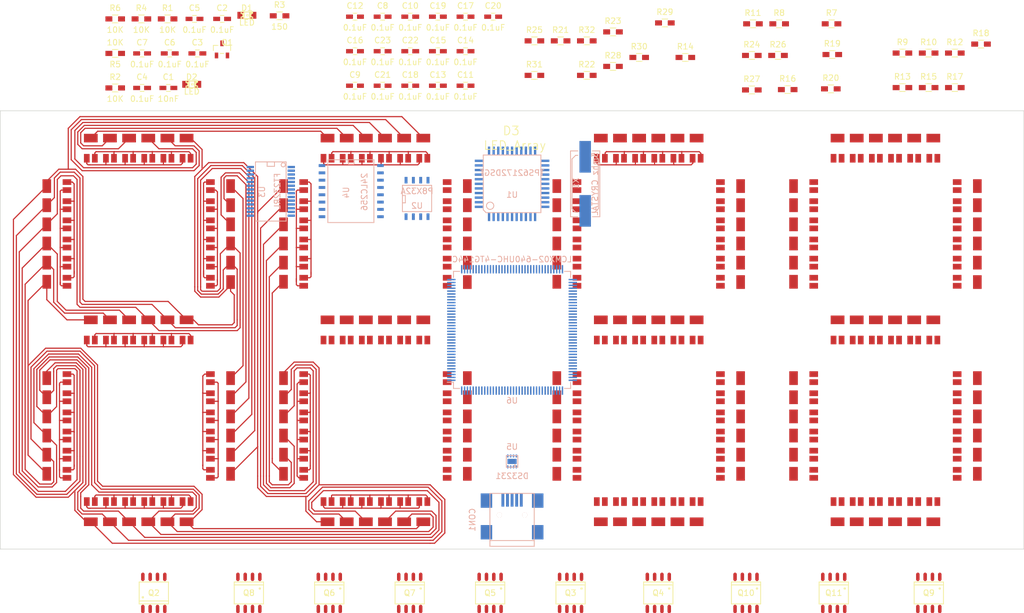
<source format=kicad_pcb>
(kicad_pcb (version 4) (host pcbnew "(2014-12-26 BZR 5338)-product")
  (layers (0 F.Cu signal) (31 B.Cu signal) (34 B.Paste user) (35 F.Paste user) (36 B.SilkS user) (37 F.SilkS user) (38 B.Mask user) (39 F.Mask user) (44 Edge.Cuts user))
  (net 0 "")
  (net 1 GND)
  (net 2 +3V3)
  (net 3 +5V)
  (net 4 "Net-(CON1-Pad2)")
  (net 5 "Net-(CON1-Pad3)")
  (net 6 "Net-(CON1-Pad4)")
  (net 7 "Net-(D1-Pad1)")
  (net 8 "Net-(D1-Pad2)")
  (net 9 "Net-(D2-Pad2)")
  (net 10 DTR)
  (net 11 SCL)
  (net 12 SDA)
  (net 13 CLK_INT)
  (net 14 "Net-(U1-Pad4)")
  (net 15 "Net-(U1-Pad3)")
  (net 16 "Net-(U1-Pad2)")
  (net 17 "Net-(U1-Pad1)")
  (net 18 "Net-(U3-Pad3)")
  (net 19 "Net-(U3-Pad17)")
  (net 20 "Net-(U3-Pad11)")
  (net 21 VIN)
  (net 22 "Net-(U6-Pad1)")
  (net 23 "Net-(U6-Pad2)")
  (net 24 "Net-(U6-Pad3)")
  (net 25 "Net-(U6-Pad5)")
  (net 26 "Net-(U6-Pad6)")
  (net 27 "Net-(U6-Pad9)")
  (net 28 "Net-(U6-Pad10)")
  (net 29 "Net-(U6-Pad11)")
  (net 30 "Net-(U6-Pad12)")
  (net 31 "Net-(U6-Pad13)")
  (net 32 "Net-(U6-Pad14)")
  (net 33 "Net-(U6-Pad15)")
  (net 34 "Net-(C4-Pad1)")
  (net 35 "/Lattice MACHXO2/CS_Encoder")
  (net 36 "/Lattice MACHXO2/CS_PWM")
  (net 37 "/Lattice MACHXO2/CS_Clock")
  (net 38 "/Lattice MACHXO2/CLK")
  (net 39 "/Lattice MACHXO2/DataIN")
  (net 40 "/Lattice MACHXO2/DataOUT")
  (net 41 "Net-(U5-Pad1)")
  (net 42 "Net-(U5-Pad4)")
  (net 43 "Net-(U6-Pad4)")
  (net 44 "Net-(U6-Pad17)")
  (net 45 "Net-(U6-Pad19)")
  (net 46 "Net-(U6-Pad20)")
  (net 47 "Net-(U6-Pad21)")
  (net 48 "Net-(U6-Pad22)")
  (net 49 "Net-(U6-Pad23)")
  (net 50 "Net-(U6-Pad24)")
  (net 51 "Net-(U6-Pad25)")
  (net 52 "Net-(U6-Pad26)")
  (net 53 "Net-(U6-Pad27)")
  (net 54 "Net-(U6-Pad28)")
  (net 55 "Net-(U6-Pad31)")
  (net 56 "Net-(U6-Pad32)")
  (net 57 "Net-(U6-Pad33)")
  (net 58 "Net-(U6-Pad34)")
  (net 59 "Net-(U6-Pad35)")
  (net 60 "Net-(U6-Pad38)")
  (net 61 "Net-(U6-Pad39)")
  (net 62 "Net-(U6-Pad40)")
  (net 63 "Net-(U6-Pad41)")
  (net 64 "Net-(U6-Pad42)")
  (net 65 "Net-(U6-Pad43)")
  (net 66 "Net-(U6-Pad44)")
  (net 67 "Net-(U6-Pad45)")
  (net 68 "Net-(U6-Pad47)")
  (net 69 "Net-(U6-Pad48)")
  (net 70 "Net-(U6-Pad49)")
  (net 71 "Net-(U6-Pad50)")
  (net 72 "Net-(U6-Pad52)")
  (net 73 "Net-(U6-Pad54)")
  (net 74 "Net-(U6-Pad55)")
  (net 75 "Net-(U6-Pad56)")
  (net 76 "Net-(U6-Pad57)")
  (net 77 "Net-(U6-Pad58)")
  (net 78 "Net-(U6-Pad59)")
  (net 79 "Net-(U6-Pad60)")
  (net 80 "Net-(U6-Pad61)")
  (net 81 "Net-(U6-Pad62)")
  (net 82 "Net-(U6-Pad63)")
  (net 83 "Net-(U6-Pad65)")
  (net 84 "Net-(U6-Pad67)")
  (net 85 "Net-(U6-Pad68)")
  (net 86 "Net-(U6-Pad69)")
  (net 87 "Net-(U6-Pad70)")
  (net 88 "Net-(U6-Pad71)")
  (net 89 "Net-(U6-Pad73)")
  (net 90 "Net-(U6-Pad74)")
  (net 91 "Net-(U6-Pad75)")
  (net 92 "Net-(U6-Pad76)")
  (net 93 "Net-(U6-Pad77)")
  (net 94 "Net-(U6-Pad78)")
  (net 95 "Net-(U6-Pad81)")
  (net 96 "Net-(U6-Pad82)")
  (net 97 "Net-(U6-Pad83)")
  (net 98 "Net-(U6-Pad84)")
  (net 99 "Net-(U6-Pad85)")
  (net 100 "Net-(U6-Pad86)")
  (net 101 "Net-(U6-Pad87)")
  (net 102 "Net-(U6-Pad89)")
  (net 103 "Net-(U6-Pad91)")
  (net 104 "Net-(U6-Pad92)")
  (net 105 "Net-(U6-Pad93)")
  (net 106 "Net-(U6-Pad94)")
  (net 107 "Net-(U6-Pad95)")
  (net 108 "Net-(U6-Pad96)")
  (net 109 "Net-(U6-Pad97)")
  (net 110 "Net-(U6-Pad98)")
  (net 111 "Net-(U6-Pad99)")
  (net 112 "Net-(U6-Pad100)")
  (net 113 "Net-(U6-Pad103)")
  (net 114 "Net-(U6-Pad104)")
  (net 115 "Net-(U6-Pad105)")
  (net 116 "Net-(U6-Pad106)")
  (net 117 "Net-(U6-Pad107)")
  (net 118 "Net-(U6-Pad115)")
  (net 119 "Net-(U6-Pad117)")
  (net 120 "Net-(U6-Pad119)")
  (net 121 "Net-(U6-Pad120)")
  (net 122 "Net-(U6-Pad121)")
  (net 123 "Net-(U6-Pad122)")
  (net 124 "Net-(U6-Pad127)")
  (net 125 "Net-(U6-Pad128)")
  (net 126 "Net-(U6-Pad129)")
  (net 127 "/Lattice MACHXO2/TMS")
  (net 128 "/Lattice MACHXO2/TCK")
  (net 129 "Net-(U6-Pad132)")
  (net 130 "Net-(U6-Pad133)")
  (net 131 "/Lattice MACHXO2/TDI")
  (net 132 "/Lattice MACHXO2/TDO")
  (net 133 "Net-(U6-Pad138)")
  (net 134 "Net-(U6-Pad139)")
  (net 135 "Net-(U6-Pad140)")
  (net 136 "Net-(U6-Pad141)")
  (net 137 "Net-(U6-Pad142)")
  (net 138 "Net-(U6-Pad143)")
  (net 139 "Net-(Q2-Pad6)")
  (net 140 "Net-(Q2-Pad7)")
  (net 141 "Net-(Q3-Pad6)")
  (net 142 "Net-(Q3-Pad7)")
  (net 143 "Net-(Q4-Pad6)")
  (net 144 "Net-(Q4-Pad7)")
  (net 145 "Net-(Q5-Pad6)")
  (net 146 "Net-(Q5-Pad7)")
  (net 147 "Net-(Q6-Pad6)")
  (net 148 "Net-(Q6-Pad7)")
  (net 149 "Net-(Q7-Pad6)")
  (net 150 "Net-(Q7-Pad7)")
  (net 151 "Net-(Q8-Pad6)")
  (net 152 "Net-(Q8-Pad7)")
  (net 153 "Net-(Q9-Pad6)")
  (net 154 "Net-(Q9-Pad7)")
  (net 155 "Net-(Q10-Pad6)")
  (net 156 "Net-(Q10-Pad7)")
  (net 157 "Net-(Q11-Pad6)")
  (net 158 "Net-(Q11-Pad7)")
  (net 159 "Net-(C1-Pad1)")
  (net 160 "Net-(C1-Pad2)")
  (net 161 "Net-(U1-Pad6)")
  (net 162 "Net-(U1-Pad7)")
  (net 163 "Net-(U1-Pad8)")
  (net 164 "Net-(U1-Pad5)")
  (net 165 "Net-(U2-Pad4)")
  (net 166 "Net-(U2-Pad3)")
  (net 167 "Net-(U2-Pad2)")
  (net 168 "Net-(U2-Pad1)")
  (net 169 "Net-(U2-Pad38)")
  (net 170 "Net-(U2-Pad37)")
  (net 171 "Net-(U2-Pad28)")
  (net 172 "Net-(U2-Pad29)")
  (net 173 "/Lattice MACHXO2/Digit Drivers/S4R")
  (net 174 "/Lattice MACHXO2/Digit Drivers/S4G")
  (net 175 "/Lattice MACHXO2/Digit Drivers/Digit 1/D1A1")
  (net 176 "/Lattice MACHXO2/Digit Drivers/Digit 1/D1A2")
  (net 177 "/Lattice MACHXO2/Digit Drivers/Digit 1/D1A3")
  (net 178 "/Lattice MACHXO2/Digit Drivers/Digit 1/D1A4")
  (net 179 "/Lattice MACHXO2/Digit Drivers/Digit 1/D1A5")
  (net 180 "/Lattice MACHXO2/Digit Drivers/Digit 1/D1A6")
  (net 181 "/Lattice MACHXO2/Digit Drivers/S3G")
  (net 182 "/Lattice MACHXO2/Digit Drivers/S3R")
  (net 183 "/Lattice MACHXO2/Digit Drivers/S5R")
  (net 184 "/Lattice MACHXO2/Digit Drivers/S5G")
  (net 185 "/Lattice MACHXO2/Digit Drivers/S7G")
  (net 186 "/Lattice MACHXO2/Digit Drivers/S7R")
  (net 187 "/Lattice MACHXO2/Digit Drivers/S2G")
  (net 188 "/Lattice MACHXO2/Digit Drivers/S2R")
  (net 189 "/Lattice MACHXO2/Digit Drivers/S6R")
  (net 190 "/Lattice MACHXO2/Digit Drivers/S6G")
  (net 191 "/Lattice MACHXO2/Digit Drivers/S1G")
  (net 192 "/Lattice MACHXO2/Digit Drivers/S1R")
  (net 193 "/Lattice MACHXO2/Digit Drivers/SEG1R")
  (net 194 "/Lattice MACHXO2/Digit Drivers/SEG1G")
  (net 195 "/Lattice MACHXO2/Digit Drivers/SEG5R")
  (net 196 "/Lattice MACHXO2/Digit Drivers/SEG5G")
  (net 197 "Net-(Q4-Pad1)")
  (net 198 "/Lattice MACHXO2/Digit Drivers/A1")
  (net 199 "Net-(Q4-Pad3)")
  (net 200 "/Lattice MACHXO2/Digit Drivers/A2")
  (net 201 "/Lattice MACHXO2/Digit Drivers/SEG2R")
  (net 202 "/Lattice MACHXO2/Digit Drivers/SEG2G")
  (net 203 "/Lattice MACHXO2/Digit Drivers/SEG6R")
  (net 204 "/Lattice MACHXO2/Digit Drivers/SEG6G")
  (net 205 "Net-(Q7-Pad1)")
  (net 206 "/Lattice MACHXO2/Digit Drivers/A3")
  (net 207 "Net-(Q7-Pad3)")
  (net 208 "/Lattice MACHXO2/Digit Drivers/A4")
  (net 209 "/Lattice MACHXO2/Digit Drivers/SEG3R")
  (net 210 "/Lattice MACHXO2/Digit Drivers/SEG3G")
  (net 211 "/Lattice MACHXO2/Digit Drivers/SEG7R")
  (net 212 "/Lattice MACHXO2/Digit Drivers/SEG7G")
  (net 213 "Net-(Q10-Pad1)")
  (net 214 "/Lattice MACHXO2/Digit Drivers/A5")
  (net 215 "Net-(Q10-Pad3)")
  (net 216 "/Lattice MACHXO2/Digit Drivers/A6")
  (net 217 "/Lattice MACHXO2/Digit Drivers/SEG4R")
  (net 218 "/Lattice MACHXO2/Digit Drivers/SEG4G")
  (module Custom:LED-ARRAY (layer F.Cu) (at 148.59 86.36)
    (fp_text reference D3 (at -0.1524 -34.6202) (layer F.SilkS) (effects (font (size 1.5 1.5))))
    (fp_text value LED_Array (at 0.4826 -32.0802) (layer F.SilkS) (effects (font (size 1.5 1.5))))
    (pad 308 smd rect (at 32.7533 29.845) (size 0.9906 1.4986) (layers F.Cu F.Paste F.Mask) (net 173 "/Lattice MACHXO2/Digit Drivers/S4R"))
    (pad 309 smd rect (at 31.3563 29.845) (size 0.9906 1.4986) (layers F.Cu F.Paste F.Mask) (net 174 "/Lattice MACHXO2/Digit Drivers/S4G"))
    (pad 311 smd rect (at 29.4259 29.845) (size 0.9906 1.4986) (layers F.Cu F.Paste F.Mask) (net 173 "/Lattice MACHXO2/Digit Drivers/S4R"))
    (pad 312 smd rect (at 28.0289 29.845) (size 0.9906 1.4986) (layers F.Cu F.Paste F.Mask) (net 174 "/Lattice MACHXO2/Digit Drivers/S4G"))
    (pad 314 smd rect (at 26.0985 29.845) (size 0.9906 1.4986) (layers F.Cu F.Paste F.Mask) (net 173 "/Lattice MACHXO2/Digit Drivers/S4R"))
    (pad 315 smd rect (at 24.7015 29.845) (size 0.9906 1.4986) (layers F.Cu F.Paste F.Mask) (net 174 "/Lattice MACHXO2/Digit Drivers/S4G"))
    (pad 317 smd rect (at 22.7711 29.845) (size 0.9906 1.4986) (layers F.Cu F.Paste F.Mask) (net 173 "/Lattice MACHXO2/Digit Drivers/S4R"))
    (pad 318 smd rect (at 21.3741 29.845) (size 0.9906 1.4986) (layers F.Cu F.Paste F.Mask) (net 174 "/Lattice MACHXO2/Digit Drivers/S4G"))
    (pad 320 smd rect (at 19.4437 29.845) (size 0.9906 1.4986) (layers F.Cu F.Paste F.Mask) (net 173 "/Lattice MACHXO2/Digit Drivers/S4R"))
    (pad 321 smd rect (at 18.0467 29.845) (size 0.9906 1.4986) (layers F.Cu F.Paste F.Mask) (net 174 "/Lattice MACHXO2/Digit Drivers/S4G"))
    (pad 323 smd rect (at 16.1163 29.845) (size 0.9906 1.4986) (layers F.Cu F.Paste F.Mask) (net 173 "/Lattice MACHXO2/Digit Drivers/S4R"))
    (pad 324 smd rect (at 14.7193 29.845) (size 0.9906 1.4986) (layers F.Cu F.Paste F.Mask) (net 174 "/Lattice MACHXO2/Digit Drivers/S4G"))
    (pad 307 smd rect (at 32.0548 33.3502) (size 2.3876 1.4986) (layers F.Cu F.Paste F.Mask) (net 175 "/Lattice MACHXO2/Digit Drivers/Digit 1/D1A1"))
    (pad 310 smd rect (at 28.7274 33.3502) (size 2.3876 1.4986) (layers F.Cu F.Paste F.Mask) (net 176 "/Lattice MACHXO2/Digit Drivers/Digit 1/D1A2"))
    (pad 313 smd rect (at 25.4 33.3502) (size 2.3876 1.4986) (layers F.Cu F.Paste F.Mask) (net 177 "/Lattice MACHXO2/Digit Drivers/Digit 1/D1A3"))
    (pad 316 smd rect (at 22.0726 33.3502) (size 2.3876 1.4986) (layers F.Cu F.Paste F.Mask) (net 178 "/Lattice MACHXO2/Digit Drivers/Digit 1/D1A4"))
    (pad 319 smd rect (at 18.7452 33.3502) (size 2.3876 1.4986) (layers F.Cu F.Paste F.Mask) (net 179 "/Lattice MACHXO2/Digit Drivers/Digit 1/D1A5"))
    (pad 322 smd rect (at 15.4178 33.3502) (size 2.3876 1.4986) (layers F.Cu F.Paste F.Mask) (net 180 "/Lattice MACHXO2/Digit Drivers/Digit 1/D1A6"))
    (pad 306 smd rect (at 36.195 25.71496 270) (size 0.9906 1.4986) (layers F.Cu F.Paste F.Mask) (net 181 "/Lattice MACHXO2/Digit Drivers/S3G"))
    (pad 305 smd rect (at 36.195 24.31796 270) (size 0.9906 1.4986) (layers F.Cu F.Paste F.Mask) (net 182 "/Lattice MACHXO2/Digit Drivers/S3R"))
    (pad 303 smd rect (at 36.195 22.38756 270) (size 0.9906 1.4986) (layers F.Cu F.Paste F.Mask) (net 181 "/Lattice MACHXO2/Digit Drivers/S3G"))
    (pad 302 smd rect (at 36.195 20.99056 270) (size 0.9906 1.4986) (layers F.Cu F.Paste F.Mask) (net 182 "/Lattice MACHXO2/Digit Drivers/S3R"))
    (pad 300 smd rect (at 36.195 19.06016 270) (size 0.9906 1.4986) (layers F.Cu F.Paste F.Mask) (net 181 "/Lattice MACHXO2/Digit Drivers/S3G"))
    (pad 299 smd rect (at 36.195 17.66316 270) (size 0.9906 1.4986) (layers F.Cu F.Paste F.Mask) (net 182 "/Lattice MACHXO2/Digit Drivers/S3R"))
    (pad 297 smd rect (at 36.195 15.73276 270) (size 0.9906 1.4986) (layers F.Cu F.Paste F.Mask) (net 181 "/Lattice MACHXO2/Digit Drivers/S3G"))
    (pad 296 smd rect (at 36.195 14.33576 270) (size 0.9906 1.4986) (layers F.Cu F.Paste F.Mask) (net 182 "/Lattice MACHXO2/Digit Drivers/S3R"))
    (pad 294 smd rect (at 36.195 12.40536 270) (size 0.9906 1.4986) (layers F.Cu F.Paste F.Mask) (net 181 "/Lattice MACHXO2/Digit Drivers/S3G"))
    (pad 293 smd rect (at 36.195 11.00836 270) (size 0.9906 1.4986) (layers F.Cu F.Paste F.Mask) (net 182 "/Lattice MACHXO2/Digit Drivers/S3R"))
    (pad 291 smd rect (at 36.195 9.07796 270) (size 0.9906 1.4986) (layers F.Cu F.Paste F.Mask) (net 181 "/Lattice MACHXO2/Digit Drivers/S3G"))
    (pad 290 smd rect (at 36.195 7.68096 270) (size 0.9906 1.4986) (layers F.Cu F.Paste F.Mask) (net 182 "/Lattice MACHXO2/Digit Drivers/S3R"))
    (pad 304 smd rect (at 39.7002 25.01646 270) (size 2.3876 1.4986) (layers F.Cu F.Paste F.Mask) (net 180 "/Lattice MACHXO2/Digit Drivers/Digit 1/D1A6"))
    (pad 301 smd rect (at 39.7002 21.68906 270) (size 2.3876 1.4986) (layers F.Cu F.Paste F.Mask) (net 179 "/Lattice MACHXO2/Digit Drivers/Digit 1/D1A5"))
    (pad 298 smd rect (at 39.7002 18.36166 270) (size 2.3876 1.4986) (layers F.Cu F.Paste F.Mask) (net 178 "/Lattice MACHXO2/Digit Drivers/Digit 1/D1A4"))
    (pad 295 smd rect (at 39.7002 15.03426 270) (size 2.3876 1.4986) (layers F.Cu F.Paste F.Mask) (net 177 "/Lattice MACHXO2/Digit Drivers/Digit 1/D1A3"))
    (pad 292 smd rect (at 39.7002 11.70686 270) (size 2.3876 1.4986) (layers F.Cu F.Paste F.Mask) (net 176 "/Lattice MACHXO2/Digit Drivers/Digit 1/D1A2"))
    (pad 326 smd rect (at 11.2776 25.71496) (size 1.4986 0.9906) (layers F.Cu F.Paste F.Mask) (net 183 "/Lattice MACHXO2/Digit Drivers/S5R"))
    (pad 327 smd rect (at 11.2776 24.31796) (size 1.4986 0.9906) (layers F.Cu F.Paste F.Mask) (net 184 "/Lattice MACHXO2/Digit Drivers/S5G"))
    (pad 329 smd rect (at 11.2776 22.38756) (size 1.4986 0.9906) (layers F.Cu F.Paste F.Mask) (net 183 "/Lattice MACHXO2/Digit Drivers/S5R"))
    (pad 330 smd rect (at 11.2776 20.99056) (size 1.4986 0.9906) (layers F.Cu F.Paste F.Mask) (net 184 "/Lattice MACHXO2/Digit Drivers/S5G"))
    (pad 332 smd rect (at 11.2776 19.06016) (size 1.4986 0.9906) (layers F.Cu F.Paste F.Mask) (net 183 "/Lattice MACHXO2/Digit Drivers/S5R"))
    (pad 333 smd rect (at 11.2776 17.66316) (size 1.4986 0.9906) (layers F.Cu F.Paste F.Mask) (net 184 "/Lattice MACHXO2/Digit Drivers/S5G"))
    (pad 335 smd rect (at 11.2776 15.73276) (size 1.4986 0.9906) (layers F.Cu F.Paste F.Mask) (net 183 "/Lattice MACHXO2/Digit Drivers/S5R"))
    (pad 336 smd rect (at 11.2776 14.33576) (size 1.4986 0.9906) (layers F.Cu F.Paste F.Mask) (net 184 "/Lattice MACHXO2/Digit Drivers/S5G"))
    (pad 338 smd rect (at 11.2776 12.40536) (size 1.4986 0.9906) (layers F.Cu F.Paste F.Mask) (net 183 "/Lattice MACHXO2/Digit Drivers/S5R"))
    (pad 339 smd rect (at 11.2776 11.00836) (size 1.4986 0.9906) (layers F.Cu F.Paste F.Mask) (net 184 "/Lattice MACHXO2/Digit Drivers/S5G"))
    (pad 341 smd rect (at 11.2776 9.07796) (size 1.4986 0.9906) (layers F.Cu F.Paste F.Mask) (net 183 "/Lattice MACHXO2/Digit Drivers/S5R"))
    (pad 342 smd rect (at 11.2776 7.68096) (size 1.4986 0.9906) (layers F.Cu F.Paste F.Mask) (net 184 "/Lattice MACHXO2/Digit Drivers/S5G"))
    (pad 325 smd rect (at 7.7724 25.01646) (size 1.4986 2.3876) (layers F.Cu F.Paste F.Mask) (net 175 "/Lattice MACHXO2/Digit Drivers/Digit 1/D1A1"))
    (pad 328 smd rect (at 7.7724 21.68906) (size 1.4986 2.3876) (layers F.Cu F.Paste F.Mask) (net 176 "/Lattice MACHXO2/Digit Drivers/Digit 1/D1A2"))
    (pad 331 smd rect (at 7.7724 18.36166) (size 1.4986 2.3876) (layers F.Cu F.Paste F.Mask) (net 177 "/Lattice MACHXO2/Digit Drivers/Digit 1/D1A3"))
    (pad 334 smd rect (at 7.7724 15.03426) (size 1.4986 2.3876) (layers F.Cu F.Paste F.Mask) (net 178 "/Lattice MACHXO2/Digit Drivers/Digit 1/D1A4"))
    (pad 337 smd rect (at 7.7724 11.70686) (size 1.4986 2.3876) (layers F.Cu F.Paste F.Mask) (net 179 "/Lattice MACHXO2/Digit Drivers/Digit 1/D1A5"))
    (pad 340 smd rect (at 7.7724 8.37946) (size 1.4986 2.3876) (layers F.Cu F.Paste F.Mask) (net 180 "/Lattice MACHXO2/Digit Drivers/Digit 1/D1A6"))
    (pad 289 smd rect (at 39.7002 8.37946 270) (size 2.3876 1.4986) (layers F.Cu F.Paste F.Mask) (net 175 "/Lattice MACHXO2/Digit Drivers/Digit 1/D1A1"))
    (pad 378 smd rect (at 32.7533 1.7526) (size 0.9906 1.4986) (layers F.Cu F.Paste F.Mask) (net 185 "/Lattice MACHXO2/Digit Drivers/S7G"))
    (pad 377 smd rect (at 31.3563 1.7526) (size 0.9906 1.4986) (layers F.Cu F.Paste F.Mask) (net 186 "/Lattice MACHXO2/Digit Drivers/S7R"))
    (pad 375 smd rect (at 29.4259 1.7526) (size 0.9906 1.4986) (layers F.Cu F.Paste F.Mask) (net 185 "/Lattice MACHXO2/Digit Drivers/S7G"))
    (pad 374 smd rect (at 28.0289 1.7526) (size 0.9906 1.4986) (layers F.Cu F.Paste F.Mask) (net 186 "/Lattice MACHXO2/Digit Drivers/S7R"))
    (pad 372 smd rect (at 26.0985 1.7526) (size 0.9906 1.4986) (layers F.Cu F.Paste F.Mask) (net 185 "/Lattice MACHXO2/Digit Drivers/S7G"))
    (pad 371 smd rect (at 24.7015 1.7526) (size 0.9906 1.4986) (layers F.Cu F.Paste F.Mask) (net 186 "/Lattice MACHXO2/Digit Drivers/S7R"))
    (pad 369 smd rect (at 22.7711 1.7526) (size 0.9906 1.4986) (layers F.Cu F.Paste F.Mask) (net 185 "/Lattice MACHXO2/Digit Drivers/S7G"))
    (pad 368 smd rect (at 21.3741 1.7526) (size 0.9906 1.4986) (layers F.Cu F.Paste F.Mask) (net 186 "/Lattice MACHXO2/Digit Drivers/S7R"))
    (pad 366 smd rect (at 19.4437 1.7526) (size 0.9906 1.4986) (layers F.Cu F.Paste F.Mask) (net 185 "/Lattice MACHXO2/Digit Drivers/S7G"))
    (pad 365 smd rect (at 18.0467 1.7526) (size 0.9906 1.4986) (layers F.Cu F.Paste F.Mask) (net 186 "/Lattice MACHXO2/Digit Drivers/S7R"))
    (pad 363 smd rect (at 16.1163 1.7526) (size 0.9906 1.4986) (layers F.Cu F.Paste F.Mask) (net 185 "/Lattice MACHXO2/Digit Drivers/S7G"))
    (pad 288 smd rect (at 36.195 -7.67334) (size 1.4986 0.9906) (layers F.Cu F.Paste F.Mask) (net 187 "/Lattice MACHXO2/Digit Drivers/S2G"))
    (pad 287 smd rect (at 36.195 -9.07034) (size 1.4986 0.9906) (layers F.Cu F.Paste F.Mask) (net 188 "/Lattice MACHXO2/Digit Drivers/S2R"))
    (pad 285 smd rect (at 36.195 -11.00074) (size 1.4986 0.9906) (layers F.Cu F.Paste F.Mask) (net 187 "/Lattice MACHXO2/Digit Drivers/S2G"))
    (pad 284 smd rect (at 36.195 -12.39774) (size 1.4986 0.9906) (layers F.Cu F.Paste F.Mask) (net 188 "/Lattice MACHXO2/Digit Drivers/S2R"))
    (pad 282 smd rect (at 36.195 -14.32814) (size 1.4986 0.9906) (layers F.Cu F.Paste F.Mask) (net 187 "/Lattice MACHXO2/Digit Drivers/S2G"))
    (pad 281 smd rect (at 36.195 -15.72514) (size 1.4986 0.9906) (layers F.Cu F.Paste F.Mask) (net 188 "/Lattice MACHXO2/Digit Drivers/S2R"))
    (pad 279 smd rect (at 36.195 -17.65554) (size 1.4986 0.9906) (layers F.Cu F.Paste F.Mask) (net 187 "/Lattice MACHXO2/Digit Drivers/S2G"))
    (pad 278 smd rect (at 36.195 -19.05254) (size 1.4986 0.9906) (layers F.Cu F.Paste F.Mask) (net 188 "/Lattice MACHXO2/Digit Drivers/S2R"))
    (pad 276 smd rect (at 36.195 -20.98294) (size 1.4986 0.9906) (layers F.Cu F.Paste F.Mask) (net 187 "/Lattice MACHXO2/Digit Drivers/S2G"))
    (pad 275 smd rect (at 36.195 -22.37994) (size 1.4986 0.9906) (layers F.Cu F.Paste F.Mask) (net 188 "/Lattice MACHXO2/Digit Drivers/S2R"))
    (pad 273 smd rect (at 36.195 -24.31034) (size 1.4986 0.9906) (layers F.Cu F.Paste F.Mask) (net 187 "/Lattice MACHXO2/Digit Drivers/S2G"))
    (pad 272 smd rect (at 36.195 -25.70734) (size 1.4986 0.9906) (layers F.Cu F.Paste F.Mask) (net 188 "/Lattice MACHXO2/Digit Drivers/S2R"))
    (pad 344 smd rect (at 11.2776 -7.67334) (size 1.4986 0.9906) (layers F.Cu F.Paste F.Mask) (net 189 "/Lattice MACHXO2/Digit Drivers/S6R"))
    (pad 345 smd rect (at 11.2776 -9.07034) (size 1.4986 0.9906) (layers F.Cu F.Paste F.Mask) (net 190 "/Lattice MACHXO2/Digit Drivers/S6G"))
    (pad 347 smd rect (at 11.2776 -11.00074) (size 1.4986 0.9906) (layers F.Cu F.Paste F.Mask) (net 189 "/Lattice MACHXO2/Digit Drivers/S6R"))
    (pad 348 smd rect (at 11.2776 -12.39774) (size 1.4986 0.9906) (layers F.Cu F.Paste F.Mask) (net 190 "/Lattice MACHXO2/Digit Drivers/S6G"))
    (pad 350 smd rect (at 11.2776 -14.32814) (size 1.4986 0.9906) (layers F.Cu F.Paste F.Mask) (net 189 "/Lattice MACHXO2/Digit Drivers/S6R"))
    (pad 351 smd rect (at 11.2776 -15.72514) (size 1.4986 0.9906) (layers F.Cu F.Paste F.Mask) (net 190 "/Lattice MACHXO2/Digit Drivers/S6G"))
    (pad 353 smd rect (at 11.2776 -17.65554) (size 1.4986 0.9906) (layers F.Cu F.Paste F.Mask) (net 189 "/Lattice MACHXO2/Digit Drivers/S6R"))
    (pad 354 smd rect (at 11.2776 -19.05254) (size 1.4986 0.9906) (layers F.Cu F.Paste F.Mask) (net 190 "/Lattice MACHXO2/Digit Drivers/S6G"))
    (pad 356 smd rect (at 11.2776 -20.98294) (size 1.4986 0.9906) (layers F.Cu F.Paste F.Mask) (net 189 "/Lattice MACHXO2/Digit Drivers/S6R"))
    (pad 357 smd rect (at 11.2776 -22.37994) (size 1.4986 0.9906) (layers F.Cu F.Paste F.Mask) (net 190 "/Lattice MACHXO2/Digit Drivers/S6G"))
    (pad 359 smd rect (at 11.2776 -24.31034) (size 1.4986 0.9906) (layers F.Cu F.Paste F.Mask) (net 189 "/Lattice MACHXO2/Digit Drivers/S6R"))
    (pad 360 smd rect (at 11.2776 -25.70734) (size 1.4986 0.9906) (layers F.Cu F.Paste F.Mask) (net 190 "/Lattice MACHXO2/Digit Drivers/S6G"))
    (pad 343 smd rect (at 7.7724 -8.37184) (size 1.4986 2.3876) (layers F.Cu F.Paste F.Mask) (net 175 "/Lattice MACHXO2/Digit Drivers/Digit 1/D1A1"))
    (pad 346 smd rect (at 7.7724 -11.69924) (size 1.4986 2.3876) (layers F.Cu F.Paste F.Mask) (net 176 "/Lattice MACHXO2/Digit Drivers/Digit 1/D1A2"))
    (pad 349 smd rect (at 7.7724 -15.02664) (size 1.4986 2.3876) (layers F.Cu F.Paste F.Mask) (net 177 "/Lattice MACHXO2/Digit Drivers/Digit 1/D1A3"))
    (pad 352 smd rect (at 7.7724 -18.35404) (size 1.4986 2.3876) (layers F.Cu F.Paste F.Mask) (net 178 "/Lattice MACHXO2/Digit Drivers/Digit 1/D1A4"))
    (pad 355 smd rect (at 7.7724 -21.68144) (size 1.4986 2.3876) (layers F.Cu F.Paste F.Mask) (net 179 "/Lattice MACHXO2/Digit Drivers/Digit 1/D1A5"))
    (pad 358 smd rect (at 7.7724 -25.00884) (size 1.4986 2.3876) (layers F.Cu F.Paste F.Mask) (net 180 "/Lattice MACHXO2/Digit Drivers/Digit 1/D1A6"))
    (pad 255 smd rect (at 16.117697 -29.845) (size 0.9906 1.4986) (layers F.Cu F.Paste F.Mask) (net 191 "/Lattice MACHXO2/Digit Drivers/S1G"))
    (pad 254 smd rect (at 14.7193 -29.845) (size 0.9906 1.4986) (layers F.Cu F.Paste F.Mask) (net 192 "/Lattice MACHXO2/Digit Drivers/S1R"))
    (pad 253 smd rect (at 15.4178 -33.3502) (size 2.3876 1.4986) (layers F.Cu F.Paste F.Mask) (net 175 "/Lattice MACHXO2/Digit Drivers/Digit 1/D1A1"))
    (pad 256 smd rect (at 18.7452 -33.3502) (size 2.3876 1.4986) (layers F.Cu F.Paste F.Mask) (net 176 "/Lattice MACHXO2/Digit Drivers/Digit 1/D1A2"))
    (pad 258 smd rect (at 19.4437 -29.845) (size 0.9906 1.4986) (layers F.Cu F.Paste F.Mask) (net 191 "/Lattice MACHXO2/Digit Drivers/S1G"))
    (pad 257 smd rect (at 18.0467 -29.845) (size 0.9906 1.4986) (layers F.Cu F.Paste F.Mask) (net 192 "/Lattice MACHXO2/Digit Drivers/S1R"))
    (pad 260 smd rect (at 21.3741 -29.845) (size 0.9906 1.4986) (layers F.Cu F.Paste F.Mask) (net 192 "/Lattice MACHXO2/Digit Drivers/S1R"))
    (pad 261 smd rect (at 22.7711 -29.845) (size 0.9906 1.4986) (layers F.Cu F.Paste F.Mask) (net 191 "/Lattice MACHXO2/Digit Drivers/S1G"))
    (pad 259 smd rect (at 22.0726 -33.3502) (size 2.3876 1.4986) (layers F.Cu F.Paste F.Mask) (net 177 "/Lattice MACHXO2/Digit Drivers/Digit 1/D1A3"))
    (pad 268 smd rect (at 32.0548 -33.3502) (size 2.3876 1.4986) (layers F.Cu F.Paste F.Mask) (net 180 "/Lattice MACHXO2/Digit Drivers/Digit 1/D1A6"))
    (pad 270 smd rect (at 32.7533 -29.845) (size 0.9906 1.4986) (layers F.Cu F.Paste F.Mask) (net 191 "/Lattice MACHXO2/Digit Drivers/S1G"))
    (pad 269 smd rect (at 31.3563 -29.845) (size 0.9906 1.4986) (layers F.Cu F.Paste F.Mask) (net 192 "/Lattice MACHXO2/Digit Drivers/S1R"))
    (pad 266 smd rect (at 28.0289 -29.845) (size 0.9906 1.4986) (layers F.Cu F.Paste F.Mask) (net 192 "/Lattice MACHXO2/Digit Drivers/S1R"))
    (pad 267 smd rect (at 29.4259 -29.845) (size 0.9906 1.4986) (layers F.Cu F.Paste F.Mask) (net 191 "/Lattice MACHXO2/Digit Drivers/S1G"))
    (pad 265 smd rect (at 28.7274 -33.3502) (size 2.3876 1.4986) (layers F.Cu F.Paste F.Mask) (net 179 "/Lattice MACHXO2/Digit Drivers/Digit 1/D1A5"))
    (pad 262 smd rect (at 25.4 -33.3502) (size 2.3876 1.4986) (layers F.Cu F.Paste F.Mask) (net 178 "/Lattice MACHXO2/Digit Drivers/Digit 1/D1A4"))
    (pad 263 smd rect (at 24.7015 -29.845) (size 0.9906 1.4986) (layers F.Cu F.Paste F.Mask) (net 192 "/Lattice MACHXO2/Digit Drivers/S1R"))
    (pad 264 smd rect (at 26.099897 -29.845) (size 0.9906 1.4986) (layers F.Cu F.Paste F.Mask) (net 191 "/Lattice MACHXO2/Digit Drivers/S1G"))
    (pad 280 smd rect (at 39.7002 -15.02664 270) (size 2.3876 1.4986) (layers F.Cu F.Paste F.Mask) (net 178 "/Lattice MACHXO2/Digit Drivers/Digit 1/D1A4"))
    (pad 283 smd rect (at 39.7002 -11.69924 270) (size 2.3876 1.4986) (layers F.Cu F.Paste F.Mask) (net 179 "/Lattice MACHXO2/Digit Drivers/Digit 1/D1A5"))
    (pad 286 smd rect (at 39.7002 -8.32104 270) (size 2.3876 1.4986) (layers F.Cu F.Paste F.Mask) (net 180 "/Lattice MACHXO2/Digit Drivers/Digit 1/D1A6"))
    (pad 277 smd rect (at 39.7002 -18.35404 270) (size 2.3876 1.4986) (layers F.Cu F.Paste F.Mask) (net 177 "/Lattice MACHXO2/Digit Drivers/Digit 1/D1A3"))
    (pad 274 smd rect (at 39.7002 -21.68144 270) (size 2.3876 1.4986) (layers F.Cu F.Paste F.Mask) (net 176 "/Lattice MACHXO2/Digit Drivers/Digit 1/D1A2"))
    (pad 271 smd rect (at 39.7002 -25.00884 270) (size 2.3876 1.4986) (layers F.Cu F.Paste F.Mask) (net 175 "/Lattice MACHXO2/Digit Drivers/Digit 1/D1A1"))
    (pad 370 smd rect (at 25.4 -1.7526) (size 2.3876 1.4986) (layers F.Cu F.Paste F.Mask) (net 178 "/Lattice MACHXO2/Digit Drivers/Digit 1/D1A4"))
    (pad 373 smd rect (at 28.7274 -1.7526) (size 2.3876 1.4986) (layers F.Cu F.Paste F.Mask) (net 179 "/Lattice MACHXO2/Digit Drivers/Digit 1/D1A5"))
    (pad 376 smd rect (at 32.0548 -1.7526) (size 2.3876 1.4986) (layers F.Cu F.Paste F.Mask) (net 180 "/Lattice MACHXO2/Digit Drivers/Digit 1/D1A6"))
    (pad 367 smd rect (at 22.0726 -1.7526) (size 2.3876 1.4986) (layers F.Cu F.Paste F.Mask) (net 177 "/Lattice MACHXO2/Digit Drivers/Digit 1/D1A3"))
    (pad 364 smd rect (at 18.7452 -1.7526) (size 2.3876 1.4986) (layers F.Cu F.Paste F.Mask) (net 176 "/Lattice MACHXO2/Digit Drivers/Digit 1/D1A2"))
    (pad 361 smd rect (at 15.4178 -1.7526) (size 2.3876 1.4986) (layers F.Cu F.Paste F.Mask) (net 175 "/Lattice MACHXO2/Digit Drivers/Digit 1/D1A1"))
    (pad 362 smd rect (at 14.7193 1.7526) (size 0.9906 1.4986) (layers F.Cu F.Paste F.Mask) (net 186 "/Lattice MACHXO2/Digit Drivers/S7R"))
    (pad 488 smd rect (at 55.8419 1.7526) (size 0.9906 1.4986) (layers F.Cu F.Paste F.Mask) (net 186 "/Lattice MACHXO2/Digit Drivers/S7R"))
    (pad 487 smd rect (at 56.5404 -1.7526) (size 2.3876 1.4986) (layers F.Cu F.Paste F.Mask) (net 175 "/Lattice MACHXO2/Digit Drivers/Digit 1/D1A1"))
    (pad 490 smd rect (at 59.8678 -1.7526) (size 2.3876 1.4986) (layers F.Cu F.Paste F.Mask) (net 176 "/Lattice MACHXO2/Digit Drivers/Digit 1/D1A2"))
    (pad 493 smd rect (at 63.1952 -1.7526) (size 2.3876 1.4986) (layers F.Cu F.Paste F.Mask) (net 177 "/Lattice MACHXO2/Digit Drivers/Digit 1/D1A3"))
    (pad 502 smd rect (at 73.1774 -1.7526) (size 2.3876 1.4986) (layers F.Cu F.Paste F.Mask) (net 180 "/Lattice MACHXO2/Digit Drivers/Digit 1/D1A6"))
    (pad 499 smd rect (at 69.85 -1.7526) (size 2.3876 1.4986) (layers F.Cu F.Paste F.Mask) (net 179 "/Lattice MACHXO2/Digit Drivers/Digit 1/D1A5"))
    (pad 496 smd rect (at 66.5226 -1.7526) (size 2.3876 1.4986) (layers F.Cu F.Paste F.Mask) (net 178 "/Lattice MACHXO2/Digit Drivers/Digit 1/D1A4"))
    (pad 397 smd rect (at 80.8228 -25.00884 270) (size 2.3876 1.4986) (layers F.Cu F.Paste F.Mask) (net 175 "/Lattice MACHXO2/Digit Drivers/Digit 1/D1A1"))
    (pad 400 smd rect (at 80.8228 -21.68144 270) (size 2.3876 1.4986) (layers F.Cu F.Paste F.Mask) (net 176 "/Lattice MACHXO2/Digit Drivers/Digit 1/D1A2"))
    (pad 403 smd rect (at 80.8228 -18.35404 270) (size 2.3876 1.4986) (layers F.Cu F.Paste F.Mask) (net 177 "/Lattice MACHXO2/Digit Drivers/Digit 1/D1A3"))
    (pad 412 smd rect (at 80.8228 -8.32104 270) (size 2.3876 1.4986) (layers F.Cu F.Paste F.Mask) (net 180 "/Lattice MACHXO2/Digit Drivers/Digit 1/D1A6"))
    (pad 409 smd rect (at 80.8228 -11.69924 270) (size 2.3876 1.4986) (layers F.Cu F.Paste F.Mask) (net 179 "/Lattice MACHXO2/Digit Drivers/Digit 1/D1A5"))
    (pad 406 smd rect (at 80.8228 -15.02664 270) (size 2.3876 1.4986) (layers F.Cu F.Paste F.Mask) (net 178 "/Lattice MACHXO2/Digit Drivers/Digit 1/D1A4"))
    (pad 390 smd rect (at 67.222497 -29.845) (size 0.9906 1.4986) (layers F.Cu F.Paste F.Mask) (net 191 "/Lattice MACHXO2/Digit Drivers/S1G"))
    (pad 389 smd rect (at 65.8241 -29.845) (size 0.9906 1.4986) (layers F.Cu F.Paste F.Mask) (net 192 "/Lattice MACHXO2/Digit Drivers/S1R"))
    (pad 388 smd rect (at 66.5226 -33.3502) (size 2.3876 1.4986) (layers F.Cu F.Paste F.Mask) (net 178 "/Lattice MACHXO2/Digit Drivers/Digit 1/D1A4"))
    (pad 391 smd rect (at 69.85 -33.3502) (size 2.3876 1.4986) (layers F.Cu F.Paste F.Mask) (net 179 "/Lattice MACHXO2/Digit Drivers/Digit 1/D1A5"))
    (pad 393 smd rect (at 70.5485 -29.845) (size 0.9906 1.4986) (layers F.Cu F.Paste F.Mask) (net 191 "/Lattice MACHXO2/Digit Drivers/S1G"))
    (pad 392 smd rect (at 69.1515 -29.845) (size 0.9906 1.4986) (layers F.Cu F.Paste F.Mask) (net 192 "/Lattice MACHXO2/Digit Drivers/S1R"))
    (pad 395 smd rect (at 72.4789 -29.845) (size 0.9906 1.4986) (layers F.Cu F.Paste F.Mask) (net 192 "/Lattice MACHXO2/Digit Drivers/S1R"))
    (pad 396 smd rect (at 73.8759 -29.845) (size 0.9906 1.4986) (layers F.Cu F.Paste F.Mask) (net 191 "/Lattice MACHXO2/Digit Drivers/S1G"))
    (pad 394 smd rect (at 73.1774 -33.3502) (size 2.3876 1.4986) (layers F.Cu F.Paste F.Mask) (net 180 "/Lattice MACHXO2/Digit Drivers/Digit 1/D1A6"))
    (pad 385 smd rect (at 63.1952 -33.3502) (size 2.3876 1.4986) (layers F.Cu F.Paste F.Mask) (net 177 "/Lattice MACHXO2/Digit Drivers/Digit 1/D1A3"))
    (pad 387 smd rect (at 63.8937 -29.845) (size 0.9906 1.4986) (layers F.Cu F.Paste F.Mask) (net 191 "/Lattice MACHXO2/Digit Drivers/S1G"))
    (pad 386 smd rect (at 62.4967 -29.845) (size 0.9906 1.4986) (layers F.Cu F.Paste F.Mask) (net 192 "/Lattice MACHXO2/Digit Drivers/S1R"))
    (pad 383 smd rect (at 59.1693 -29.845) (size 0.9906 1.4986) (layers F.Cu F.Paste F.Mask) (net 192 "/Lattice MACHXO2/Digit Drivers/S1R"))
    (pad 384 smd rect (at 60.5663 -29.845) (size 0.9906 1.4986) (layers F.Cu F.Paste F.Mask) (net 191 "/Lattice MACHXO2/Digit Drivers/S1G"))
    (pad 382 smd rect (at 59.8678 -33.3502) (size 2.3876 1.4986) (layers F.Cu F.Paste F.Mask) (net 176 "/Lattice MACHXO2/Digit Drivers/Digit 1/D1A2"))
    (pad 379 smd rect (at 56.5404 -33.3502) (size 2.3876 1.4986) (layers F.Cu F.Paste F.Mask) (net 175 "/Lattice MACHXO2/Digit Drivers/Digit 1/D1A1"))
    (pad 380 smd rect (at 55.8419 -29.845) (size 0.9906 1.4986) (layers F.Cu F.Paste F.Mask) (net 192 "/Lattice MACHXO2/Digit Drivers/S1R"))
    (pad 381 smd rect (at 57.240297 -29.845) (size 0.9906 1.4986) (layers F.Cu F.Paste F.Mask) (net 191 "/Lattice MACHXO2/Digit Drivers/S1G"))
    (pad 484 smd rect (at 48.895 -25.00884) (size 1.4986 2.3876) (layers F.Cu F.Paste F.Mask) (net 180 "/Lattice MACHXO2/Digit Drivers/Digit 1/D1A6"))
    (pad 481 smd rect (at 48.895 -21.68144) (size 1.4986 2.3876) (layers F.Cu F.Paste F.Mask) (net 179 "/Lattice MACHXO2/Digit Drivers/Digit 1/D1A5"))
    (pad 478 smd rect (at 48.895 -18.35404) (size 1.4986 2.3876) (layers F.Cu F.Paste F.Mask) (net 178 "/Lattice MACHXO2/Digit Drivers/Digit 1/D1A4"))
    (pad 475 smd rect (at 48.895 -15.02664) (size 1.4986 2.3876) (layers F.Cu F.Paste F.Mask) (net 177 "/Lattice MACHXO2/Digit Drivers/Digit 1/D1A3"))
    (pad 472 smd rect (at 48.895 -11.69924) (size 1.4986 2.3876) (layers F.Cu F.Paste F.Mask) (net 176 "/Lattice MACHXO2/Digit Drivers/Digit 1/D1A2"))
    (pad 469 smd rect (at 48.895 -8.37184) (size 1.4986 2.3876) (layers F.Cu F.Paste F.Mask) (net 175 "/Lattice MACHXO2/Digit Drivers/Digit 1/D1A1"))
    (pad 486 smd rect (at 52.4002 -25.70734) (size 1.4986 0.9906) (layers F.Cu F.Paste F.Mask) (net 190 "/Lattice MACHXO2/Digit Drivers/S6G"))
    (pad 485 smd rect (at 52.4002 -24.31034) (size 1.4986 0.9906) (layers F.Cu F.Paste F.Mask) (net 189 "/Lattice MACHXO2/Digit Drivers/S6R"))
    (pad 483 smd rect (at 52.4002 -22.37994) (size 1.4986 0.9906) (layers F.Cu F.Paste F.Mask) (net 190 "/Lattice MACHXO2/Digit Drivers/S6G"))
    (pad 482 smd rect (at 52.4002 -20.98294) (size 1.4986 0.9906) (layers F.Cu F.Paste F.Mask) (net 189 "/Lattice MACHXO2/Digit Drivers/S6R"))
    (pad 480 smd rect (at 52.4002 -19.05254) (size 1.4986 0.9906) (layers F.Cu F.Paste F.Mask) (net 190 "/Lattice MACHXO2/Digit Drivers/S6G"))
    (pad 479 smd rect (at 52.4002 -17.65554) (size 1.4986 0.9906) (layers F.Cu F.Paste F.Mask) (net 189 "/Lattice MACHXO2/Digit Drivers/S6R"))
    (pad 477 smd rect (at 52.4002 -15.72514) (size 1.4986 0.9906) (layers F.Cu F.Paste F.Mask) (net 190 "/Lattice MACHXO2/Digit Drivers/S6G"))
    (pad 476 smd rect (at 52.4002 -14.32814) (size 1.4986 0.9906) (layers F.Cu F.Paste F.Mask) (net 189 "/Lattice MACHXO2/Digit Drivers/S6R"))
    (pad 474 smd rect (at 52.4002 -12.39774) (size 1.4986 0.9906) (layers F.Cu F.Paste F.Mask) (net 190 "/Lattice MACHXO2/Digit Drivers/S6G"))
    (pad 473 smd rect (at 52.4002 -11.00074) (size 1.4986 0.9906) (layers F.Cu F.Paste F.Mask) (net 189 "/Lattice MACHXO2/Digit Drivers/S6R"))
    (pad 471 smd rect (at 52.4002 -9.07034) (size 1.4986 0.9906) (layers F.Cu F.Paste F.Mask) (net 190 "/Lattice MACHXO2/Digit Drivers/S6G"))
    (pad 470 smd rect (at 52.4002 -7.67334) (size 1.4986 0.9906) (layers F.Cu F.Paste F.Mask) (net 189 "/Lattice MACHXO2/Digit Drivers/S6R"))
    (pad 398 smd rect (at 77.3176 -25.70734) (size 1.4986 0.9906) (layers F.Cu F.Paste F.Mask) (net 188 "/Lattice MACHXO2/Digit Drivers/S2R"))
    (pad 399 smd rect (at 77.3176 -24.31034) (size 1.4986 0.9906) (layers F.Cu F.Paste F.Mask) (net 187 "/Lattice MACHXO2/Digit Drivers/S2G"))
    (pad 401 smd rect (at 77.3176 -22.37994) (size 1.4986 0.9906) (layers F.Cu F.Paste F.Mask) (net 188 "/Lattice MACHXO2/Digit Drivers/S2R"))
    (pad 402 smd rect (at 77.3176 -20.98294) (size 1.4986 0.9906) (layers F.Cu F.Paste F.Mask) (net 187 "/Lattice MACHXO2/Digit Drivers/S2G"))
    (pad 404 smd rect (at 77.3176 -19.05254) (size 1.4986 0.9906) (layers F.Cu F.Paste F.Mask) (net 188 "/Lattice MACHXO2/Digit Drivers/S2R"))
    (pad 405 smd rect (at 77.3176 -17.65554) (size 1.4986 0.9906) (layers F.Cu F.Paste F.Mask) (net 187 "/Lattice MACHXO2/Digit Drivers/S2G"))
    (pad 407 smd rect (at 77.3176 -15.72514) (size 1.4986 0.9906) (layers F.Cu F.Paste F.Mask) (net 188 "/Lattice MACHXO2/Digit Drivers/S2R"))
    (pad 408 smd rect (at 77.3176 -14.32814) (size 1.4986 0.9906) (layers F.Cu F.Paste F.Mask) (net 187 "/Lattice MACHXO2/Digit Drivers/S2G"))
    (pad 410 smd rect (at 77.3176 -12.39774) (size 1.4986 0.9906) (layers F.Cu F.Paste F.Mask) (net 188 "/Lattice MACHXO2/Digit Drivers/S2R"))
    (pad 411 smd rect (at 77.3176 -11.00074) (size 1.4986 0.9906) (layers F.Cu F.Paste F.Mask) (net 187 "/Lattice MACHXO2/Digit Drivers/S2G"))
    (pad 413 smd rect (at 77.3176 -9.07034) (size 1.4986 0.9906) (layers F.Cu F.Paste F.Mask) (net 188 "/Lattice MACHXO2/Digit Drivers/S2R"))
    (pad 414 smd rect (at 77.3176 -7.67334) (size 1.4986 0.9906) (layers F.Cu F.Paste F.Mask) (net 187 "/Lattice MACHXO2/Digit Drivers/S2G"))
    (pad 489 smd rect (at 57.2389 1.7526) (size 0.9906 1.4986) (layers F.Cu F.Paste F.Mask) (net 185 "/Lattice MACHXO2/Digit Drivers/S7G"))
    (pad 491 smd rect (at 59.1693 1.7526) (size 0.9906 1.4986) (layers F.Cu F.Paste F.Mask) (net 186 "/Lattice MACHXO2/Digit Drivers/S7R"))
    (pad 492 smd rect (at 60.5663 1.7526) (size 0.9906 1.4986) (layers F.Cu F.Paste F.Mask) (net 185 "/Lattice MACHXO2/Digit Drivers/S7G"))
    (pad 494 smd rect (at 62.4967 1.7526) (size 0.9906 1.4986) (layers F.Cu F.Paste F.Mask) (net 186 "/Lattice MACHXO2/Digit Drivers/S7R"))
    (pad 495 smd rect (at 63.8937 1.7526) (size 0.9906 1.4986) (layers F.Cu F.Paste F.Mask) (net 185 "/Lattice MACHXO2/Digit Drivers/S7G"))
    (pad 497 smd rect (at 65.8241 1.7526) (size 0.9906 1.4986) (layers F.Cu F.Paste F.Mask) (net 186 "/Lattice MACHXO2/Digit Drivers/S7R"))
    (pad 498 smd rect (at 67.2211 1.7526) (size 0.9906 1.4986) (layers F.Cu F.Paste F.Mask) (net 185 "/Lattice MACHXO2/Digit Drivers/S7G"))
    (pad 500 smd rect (at 69.1515 1.7526) (size 0.9906 1.4986) (layers F.Cu F.Paste F.Mask) (net 186 "/Lattice MACHXO2/Digit Drivers/S7R"))
    (pad 501 smd rect (at 70.5485 1.7526) (size 0.9906 1.4986) (layers F.Cu F.Paste F.Mask) (net 185 "/Lattice MACHXO2/Digit Drivers/S7G"))
    (pad 503 smd rect (at 72.4789 1.7526) (size 0.9906 1.4986) (layers F.Cu F.Paste F.Mask) (net 186 "/Lattice MACHXO2/Digit Drivers/S7R"))
    (pad 504 smd rect (at 73.8759 1.7526) (size 0.9906 1.4986) (layers F.Cu F.Paste F.Mask) (net 185 "/Lattice MACHXO2/Digit Drivers/S7G"))
    (pad 415 smd rect (at 80.8228 8.37946 270) (size 2.3876 1.4986) (layers F.Cu F.Paste F.Mask) (net 175 "/Lattice MACHXO2/Digit Drivers/Digit 1/D1A1"))
    (pad 466 smd rect (at 48.895 8.37946) (size 1.4986 2.3876) (layers F.Cu F.Paste F.Mask) (net 180 "/Lattice MACHXO2/Digit Drivers/Digit 1/D1A6"))
    (pad 463 smd rect (at 48.895 11.70686) (size 1.4986 2.3876) (layers F.Cu F.Paste F.Mask) (net 179 "/Lattice MACHXO2/Digit Drivers/Digit 1/D1A5"))
    (pad 460 smd rect (at 48.895 15.03426) (size 1.4986 2.3876) (layers F.Cu F.Paste F.Mask) (net 178 "/Lattice MACHXO2/Digit Drivers/Digit 1/D1A4"))
    (pad 457 smd rect (at 48.895 18.36166) (size 1.4986 2.3876) (layers F.Cu F.Paste F.Mask) (net 177 "/Lattice MACHXO2/Digit Drivers/Digit 1/D1A3"))
    (pad 454 smd rect (at 48.895 21.68906) (size 1.4986 2.3876) (layers F.Cu F.Paste F.Mask) (net 176 "/Lattice MACHXO2/Digit Drivers/Digit 1/D1A2"))
    (pad 451 smd rect (at 48.895 25.01646) (size 1.4986 2.3876) (layers F.Cu F.Paste F.Mask) (net 175 "/Lattice MACHXO2/Digit Drivers/Digit 1/D1A1"))
    (pad 468 smd rect (at 52.4002 7.68096) (size 1.4986 0.9906) (layers F.Cu F.Paste F.Mask) (net 184 "/Lattice MACHXO2/Digit Drivers/S5G"))
    (pad 467 smd rect (at 52.4002 9.07796) (size 1.4986 0.9906) (layers F.Cu F.Paste F.Mask) (net 183 "/Lattice MACHXO2/Digit Drivers/S5R"))
    (pad 465 smd rect (at 52.4002 11.00836) (size 1.4986 0.9906) (layers F.Cu F.Paste F.Mask) (net 184 "/Lattice MACHXO2/Digit Drivers/S5G"))
    (pad 464 smd rect (at 52.4002 12.40536) (size 1.4986 0.9906) (layers F.Cu F.Paste F.Mask) (net 183 "/Lattice MACHXO2/Digit Drivers/S5R"))
    (pad 462 smd rect (at 52.4002 14.33576) (size 1.4986 0.9906) (layers F.Cu F.Paste F.Mask) (net 184 "/Lattice MACHXO2/Digit Drivers/S5G"))
    (pad 461 smd rect (at 52.4002 15.73276) (size 1.4986 0.9906) (layers F.Cu F.Paste F.Mask) (net 183 "/Lattice MACHXO2/Digit Drivers/S5R"))
    (pad 459 smd rect (at 52.4002 17.66316) (size 1.4986 0.9906) (layers F.Cu F.Paste F.Mask) (net 184 "/Lattice MACHXO2/Digit Drivers/S5G"))
    (pad 458 smd rect (at 52.4002 19.06016) (size 1.4986 0.9906) (layers F.Cu F.Paste F.Mask) (net 183 "/Lattice MACHXO2/Digit Drivers/S5R"))
    (pad 456 smd rect (at 52.4002 20.99056) (size 1.4986 0.9906) (layers F.Cu F.Paste F.Mask) (net 184 "/Lattice MACHXO2/Digit Drivers/S5G"))
    (pad 455 smd rect (at 52.4002 22.38756) (size 1.4986 0.9906) (layers F.Cu F.Paste F.Mask) (net 183 "/Lattice MACHXO2/Digit Drivers/S5R"))
    (pad 453 smd rect (at 52.4002 24.31796) (size 1.4986 0.9906) (layers F.Cu F.Paste F.Mask) (net 184 "/Lattice MACHXO2/Digit Drivers/S5G"))
    (pad 452 smd rect (at 52.4002 25.71496) (size 1.4986 0.9906) (layers F.Cu F.Paste F.Mask) (net 183 "/Lattice MACHXO2/Digit Drivers/S5R"))
    (pad 418 smd rect (at 80.8228 11.70686 270) (size 2.3876 1.4986) (layers F.Cu F.Paste F.Mask) (net 176 "/Lattice MACHXO2/Digit Drivers/Digit 1/D1A2"))
    (pad 421 smd rect (at 80.8228 15.03426 270) (size 2.3876 1.4986) (layers F.Cu F.Paste F.Mask) (net 177 "/Lattice MACHXO2/Digit Drivers/Digit 1/D1A3"))
    (pad 424 smd rect (at 80.8228 18.36166 270) (size 2.3876 1.4986) (layers F.Cu F.Paste F.Mask) (net 178 "/Lattice MACHXO2/Digit Drivers/Digit 1/D1A4"))
    (pad 427 smd rect (at 80.8228 21.68906 270) (size 2.3876 1.4986) (layers F.Cu F.Paste F.Mask) (net 179 "/Lattice MACHXO2/Digit Drivers/Digit 1/D1A5"))
    (pad 430 smd rect (at 80.8228 25.01646 270) (size 2.3876 1.4986) (layers F.Cu F.Paste F.Mask) (net 180 "/Lattice MACHXO2/Digit Drivers/Digit 1/D1A6"))
    (pad 416 smd rect (at 77.3176 7.68096 270) (size 0.9906 1.4986) (layers F.Cu F.Paste F.Mask) (net 182 "/Lattice MACHXO2/Digit Drivers/S3R"))
    (pad 417 smd rect (at 77.3176 9.07796 270) (size 0.9906 1.4986) (layers F.Cu F.Paste F.Mask) (net 181 "/Lattice MACHXO2/Digit Drivers/S3G"))
    (pad 419 smd rect (at 77.3176 11.00836 270) (size 0.9906 1.4986) (layers F.Cu F.Paste F.Mask) (net 182 "/Lattice MACHXO2/Digit Drivers/S3R"))
    (pad 420 smd rect (at 77.3176 12.40536 270) (size 0.9906 1.4986) (layers F.Cu F.Paste F.Mask) (net 181 "/Lattice MACHXO2/Digit Drivers/S3G"))
    (pad 422 smd rect (at 77.3176 14.33576 270) (size 0.9906 1.4986) (layers F.Cu F.Paste F.Mask) (net 182 "/Lattice MACHXO2/Digit Drivers/S3R"))
    (pad 423 smd rect (at 77.3176 15.73276 270) (size 0.9906 1.4986) (layers F.Cu F.Paste F.Mask) (net 181 "/Lattice MACHXO2/Digit Drivers/S3G"))
    (pad 425 smd rect (at 77.3176 17.66316 270) (size 0.9906 1.4986) (layers F.Cu F.Paste F.Mask) (net 182 "/Lattice MACHXO2/Digit Drivers/S3R"))
    (pad 426 smd rect (at 77.3176 19.06016 270) (size 0.9906 1.4986) (layers F.Cu F.Paste F.Mask) (net 181 "/Lattice MACHXO2/Digit Drivers/S3G"))
    (pad 428 smd rect (at 77.3176 20.99056 270) (size 0.9906 1.4986) (layers F.Cu F.Paste F.Mask) (net 182 "/Lattice MACHXO2/Digit Drivers/S3R"))
    (pad 429 smd rect (at 77.3176 22.38756 270) (size 0.9906 1.4986) (layers F.Cu F.Paste F.Mask) (net 181 "/Lattice MACHXO2/Digit Drivers/S3G"))
    (pad 431 smd rect (at 77.3176 24.31796 270) (size 0.9906 1.4986) (layers F.Cu F.Paste F.Mask) (net 182 "/Lattice MACHXO2/Digit Drivers/S3R"))
    (pad 432 smd rect (at 77.3176 25.71496 270) (size 0.9906 1.4986) (layers F.Cu F.Paste F.Mask) (net 181 "/Lattice MACHXO2/Digit Drivers/S3G"))
    (pad 448 smd rect (at 56.5404 33.3502) (size 2.3876 1.4986) (layers F.Cu F.Paste F.Mask) (net 180 "/Lattice MACHXO2/Digit Drivers/Digit 1/D1A6"))
    (pad 445 smd rect (at 59.8678 33.3502) (size 2.3876 1.4986) (layers F.Cu F.Paste F.Mask) (net 179 "/Lattice MACHXO2/Digit Drivers/Digit 1/D1A5"))
    (pad 442 smd rect (at 63.1952 33.3502) (size 2.3876 1.4986) (layers F.Cu F.Paste F.Mask) (net 178 "/Lattice MACHXO2/Digit Drivers/Digit 1/D1A4"))
    (pad 439 smd rect (at 66.5226 33.3502) (size 2.3876 1.4986) (layers F.Cu F.Paste F.Mask) (net 177 "/Lattice MACHXO2/Digit Drivers/Digit 1/D1A3"))
    (pad 436 smd rect (at 69.85 33.3502) (size 2.3876 1.4986) (layers F.Cu F.Paste F.Mask) (net 176 "/Lattice MACHXO2/Digit Drivers/Digit 1/D1A2"))
    (pad 433 smd rect (at 73.1774 33.3502) (size 2.3876 1.4986) (layers F.Cu F.Paste F.Mask) (net 175 "/Lattice MACHXO2/Digit Drivers/Digit 1/D1A1"))
    (pad 450 smd rect (at 55.8419 29.845) (size 0.9906 1.4986) (layers F.Cu F.Paste F.Mask) (net 174 "/Lattice MACHXO2/Digit Drivers/S4G"))
    (pad 449 smd rect (at 57.2389 29.845) (size 0.9906 1.4986) (layers F.Cu F.Paste F.Mask) (net 173 "/Lattice MACHXO2/Digit Drivers/S4R"))
    (pad 447 smd rect (at 59.1693 29.845) (size 0.9906 1.4986) (layers F.Cu F.Paste F.Mask) (net 174 "/Lattice MACHXO2/Digit Drivers/S4G"))
    (pad 446 smd rect (at 60.5663 29.845) (size 0.9906 1.4986) (layers F.Cu F.Paste F.Mask) (net 173 "/Lattice MACHXO2/Digit Drivers/S4R"))
    (pad 444 smd rect (at 62.4967 29.845) (size 0.9906 1.4986) (layers F.Cu F.Paste F.Mask) (net 174 "/Lattice MACHXO2/Digit Drivers/S4G"))
    (pad 443 smd rect (at 63.8937 29.845) (size 0.9906 1.4986) (layers F.Cu F.Paste F.Mask) (net 173 "/Lattice MACHXO2/Digit Drivers/S4R"))
    (pad 441 smd rect (at 65.8241 29.845) (size 0.9906 1.4986) (layers F.Cu F.Paste F.Mask) (net 174 "/Lattice MACHXO2/Digit Drivers/S4G"))
    (pad 440 smd rect (at 67.2211 29.845) (size 0.9906 1.4986) (layers F.Cu F.Paste F.Mask) (net 173 "/Lattice MACHXO2/Digit Drivers/S4R"))
    (pad 438 smd rect (at 69.1515 29.845) (size 0.9906 1.4986) (layers F.Cu F.Paste F.Mask) (net 174 "/Lattice MACHXO2/Digit Drivers/S4G"))
    (pad 437 smd rect (at 70.5485 29.845) (size 0.9906 1.4986) (layers F.Cu F.Paste F.Mask) (net 173 "/Lattice MACHXO2/Digit Drivers/S4R"))
    (pad 435 smd rect (at 72.4789 29.845) (size 0.9906 1.4986) (layers F.Cu F.Paste F.Mask) (net 174 "/Lattice MACHXO2/Digit Drivers/S4G"))
    (pad 434 smd rect (at 73.8759 29.845) (size 0.9906 1.4986) (layers F.Cu F.Paste F.Mask) (net 173 "/Lattice MACHXO2/Digit Drivers/S4R"))
    (pad 182 smd rect (at -14.7193 29.845) (size 0.9906 1.4986) (layers F.Cu F.Paste F.Mask) (net 173 "/Lattice MACHXO2/Digit Drivers/S4R"))
    (pad 183 smd rect (at -16.1163 29.845) (size 0.9906 1.4986) (layers F.Cu F.Paste F.Mask) (net 174 "/Lattice MACHXO2/Digit Drivers/S4G"))
    (pad 185 smd rect (at -18.0467 29.845) (size 0.9906 1.4986) (layers F.Cu F.Paste F.Mask) (net 173 "/Lattice MACHXO2/Digit Drivers/S4R"))
    (pad 186 smd rect (at -19.4437 29.845) (size 0.9906 1.4986) (layers F.Cu F.Paste F.Mask) (net 174 "/Lattice MACHXO2/Digit Drivers/S4G"))
    (pad 188 smd rect (at -21.3741 29.845) (size 0.9906 1.4986) (layers F.Cu F.Paste F.Mask) (net 173 "/Lattice MACHXO2/Digit Drivers/S4R"))
    (pad 189 smd rect (at -22.7711 29.845) (size 0.9906 1.4986) (layers F.Cu F.Paste F.Mask) (net 174 "/Lattice MACHXO2/Digit Drivers/S4G"))
    (pad 191 smd rect (at -24.7015 29.845) (size 0.9906 1.4986) (layers F.Cu F.Paste F.Mask) (net 173 "/Lattice MACHXO2/Digit Drivers/S4R"))
    (pad 192 smd rect (at -26.0985 29.845) (size 0.9906 1.4986) (layers F.Cu F.Paste F.Mask) (net 174 "/Lattice MACHXO2/Digit Drivers/S4G"))
    (pad 194 smd rect (at -28.0289 29.845) (size 0.9906 1.4986) (layers F.Cu F.Paste F.Mask) (net 173 "/Lattice MACHXO2/Digit Drivers/S4R"))
    (pad 195 smd rect (at -29.4259 29.845) (size 0.9906 1.4986) (layers F.Cu F.Paste F.Mask) (net 174 "/Lattice MACHXO2/Digit Drivers/S4G"))
    (pad 197 smd rect (at -31.3563 29.845) (size 0.9906 1.4986) (layers F.Cu F.Paste F.Mask) (net 173 "/Lattice MACHXO2/Digit Drivers/S4R"))
    (pad 198 smd rect (at -32.7533 29.845) (size 0.9906 1.4986) (layers F.Cu F.Paste F.Mask) (net 174 "/Lattice MACHXO2/Digit Drivers/S4G"))
    (pad 181 smd rect (at -15.4178 33.3502) (size 2.3876 1.4986) (layers F.Cu F.Paste F.Mask) (net 175 "/Lattice MACHXO2/Digit Drivers/Digit 1/D1A1"))
    (pad 184 smd rect (at -18.7452 33.3502) (size 2.3876 1.4986) (layers F.Cu F.Paste F.Mask) (net 176 "/Lattice MACHXO2/Digit Drivers/Digit 1/D1A2"))
    (pad 187 smd rect (at -22.0726 33.3502) (size 2.3876 1.4986) (layers F.Cu F.Paste F.Mask) (net 177 "/Lattice MACHXO2/Digit Drivers/Digit 1/D1A3"))
    (pad 190 smd rect (at -25.4 33.3502) (size 2.3876 1.4986) (layers F.Cu F.Paste F.Mask) (net 178 "/Lattice MACHXO2/Digit Drivers/Digit 1/D1A4"))
    (pad 193 smd rect (at -28.7274 33.3502) (size 2.3876 1.4986) (layers F.Cu F.Paste F.Mask) (net 179 "/Lattice MACHXO2/Digit Drivers/Digit 1/D1A5"))
    (pad 196 smd rect (at -32.0548 33.3502) (size 2.3876 1.4986) (layers F.Cu F.Paste F.Mask) (net 180 "/Lattice MACHXO2/Digit Drivers/Digit 1/D1A6"))
    (pad 180 smd rect (at -11.2776 25.71496 270) (size 0.9906 1.4986) (layers F.Cu F.Paste F.Mask) (net 181 "/Lattice MACHXO2/Digit Drivers/S3G"))
    (pad 179 smd rect (at -11.2776 24.31796 270) (size 0.9906 1.4986) (layers F.Cu F.Paste F.Mask) (net 182 "/Lattice MACHXO2/Digit Drivers/S3R"))
    (pad 177 smd rect (at -11.2776 22.38756 270) (size 0.9906 1.4986) (layers F.Cu F.Paste F.Mask) (net 181 "/Lattice MACHXO2/Digit Drivers/S3G"))
    (pad 176 smd rect (at -11.2776 20.99056 270) (size 0.9906 1.4986) (layers F.Cu F.Paste F.Mask) (net 182 "/Lattice MACHXO2/Digit Drivers/S3R"))
    (pad 174 smd rect (at -11.2776 19.06016 270) (size 0.9906 1.4986) (layers F.Cu F.Paste F.Mask) (net 181 "/Lattice MACHXO2/Digit Drivers/S3G"))
    (pad 173 smd rect (at -11.2776 17.66316 270) (size 0.9906 1.4986) (layers F.Cu F.Paste F.Mask) (net 182 "/Lattice MACHXO2/Digit Drivers/S3R"))
    (pad 171 smd rect (at -11.2776 15.73276 270) (size 0.9906 1.4986) (layers F.Cu F.Paste F.Mask) (net 181 "/Lattice MACHXO2/Digit Drivers/S3G"))
    (pad 170 smd rect (at -11.2776 14.33576 270) (size 0.9906 1.4986) (layers F.Cu F.Paste F.Mask) (net 182 "/Lattice MACHXO2/Digit Drivers/S3R"))
    (pad 168 smd rect (at -11.2776 12.40536 270) (size 0.9906 1.4986) (layers F.Cu F.Paste F.Mask) (net 181 "/Lattice MACHXO2/Digit Drivers/S3G"))
    (pad 167 smd rect (at -11.2776 11.00836 270) (size 0.9906 1.4986) (layers F.Cu F.Paste F.Mask) (net 182 "/Lattice MACHXO2/Digit Drivers/S3R"))
    (pad 165 smd rect (at -11.2776 9.07796 270) (size 0.9906 1.4986) (layers F.Cu F.Paste F.Mask) (net 181 "/Lattice MACHXO2/Digit Drivers/S3G"))
    (pad 164 smd rect (at -11.2776 7.68096 270) (size 0.9906 1.4986) (layers F.Cu F.Paste F.Mask) (net 182 "/Lattice MACHXO2/Digit Drivers/S3R"))
    (pad 178 smd rect (at -7.7724 25.01646 270) (size 2.3876 1.4986) (layers F.Cu F.Paste F.Mask) (net 180 "/Lattice MACHXO2/Digit Drivers/Digit 1/D1A6"))
    (pad 175 smd rect (at -7.7724 21.68906 270) (size 2.3876 1.4986) (layers F.Cu F.Paste F.Mask) (net 179 "/Lattice MACHXO2/Digit Drivers/Digit 1/D1A5"))
    (pad 172 smd rect (at -7.7724 18.36166 270) (size 2.3876 1.4986) (layers F.Cu F.Paste F.Mask) (net 178 "/Lattice MACHXO2/Digit Drivers/Digit 1/D1A4"))
    (pad 169 smd rect (at -7.7724 15.03426 270) (size 2.3876 1.4986) (layers F.Cu F.Paste F.Mask) (net 177 "/Lattice MACHXO2/Digit Drivers/Digit 1/D1A3"))
    (pad 166 smd rect (at -7.7724 11.70686 270) (size 2.3876 1.4986) (layers F.Cu F.Paste F.Mask) (net 176 "/Lattice MACHXO2/Digit Drivers/Digit 1/D1A2"))
    (pad 200 smd rect (at -36.195 25.71496) (size 1.4986 0.9906) (layers F.Cu F.Paste F.Mask) (net 183 "/Lattice MACHXO2/Digit Drivers/S5R"))
    (pad 201 smd rect (at -36.195 24.31796) (size 1.4986 0.9906) (layers F.Cu F.Paste F.Mask) (net 184 "/Lattice MACHXO2/Digit Drivers/S5G"))
    (pad 203 smd rect (at -36.195 22.38756) (size 1.4986 0.9906) (layers F.Cu F.Paste F.Mask) (net 183 "/Lattice MACHXO2/Digit Drivers/S5R"))
    (pad 204 smd rect (at -36.195 20.99056) (size 1.4986 0.9906) (layers F.Cu F.Paste F.Mask) (net 184 "/Lattice MACHXO2/Digit Drivers/S5G"))
    (pad 206 smd rect (at -36.195 19.06016) (size 1.4986 0.9906) (layers F.Cu F.Paste F.Mask) (net 183 "/Lattice MACHXO2/Digit Drivers/S5R"))
    (pad 207 smd rect (at -36.195 17.66316) (size 1.4986 0.9906) (layers F.Cu F.Paste F.Mask) (net 184 "/Lattice MACHXO2/Digit Drivers/S5G"))
    (pad 209 smd rect (at -36.195 15.73276) (size 1.4986 0.9906) (layers F.Cu F.Paste F.Mask) (net 183 "/Lattice MACHXO2/Digit Drivers/S5R"))
    (pad 210 smd rect (at -36.195 14.33576) (size 1.4986 0.9906) (layers F.Cu F.Paste F.Mask) (net 184 "/Lattice MACHXO2/Digit Drivers/S5G"))
    (pad 212 smd rect (at -36.195 12.40536) (size 1.4986 0.9906) (layers F.Cu F.Paste F.Mask) (net 183 "/Lattice MACHXO2/Digit Drivers/S5R"))
    (pad 213 smd rect (at -36.195 11.00836) (size 1.4986 0.9906) (layers F.Cu F.Paste F.Mask) (net 184 "/Lattice MACHXO2/Digit Drivers/S5G"))
    (pad 215 smd rect (at -36.195 9.07796) (size 1.4986 0.9906) (layers F.Cu F.Paste F.Mask) (net 183 "/Lattice MACHXO2/Digit Drivers/S5R"))
    (pad 216 smd rect (at -36.195 7.68096) (size 1.4986 0.9906) (layers F.Cu F.Paste F.Mask) (net 184 "/Lattice MACHXO2/Digit Drivers/S5G"))
    (pad 199 smd rect (at -39.7002 25.01646) (size 1.4986 2.3876) (layers F.Cu F.Paste F.Mask) (net 175 "/Lattice MACHXO2/Digit Drivers/Digit 1/D1A1"))
    (pad 202 smd rect (at -39.7002 21.68906) (size 1.4986 2.3876) (layers F.Cu F.Paste F.Mask) (net 176 "/Lattice MACHXO2/Digit Drivers/Digit 1/D1A2"))
    (pad 205 smd rect (at -39.7002 18.36166) (size 1.4986 2.3876) (layers F.Cu F.Paste F.Mask) (net 177 "/Lattice MACHXO2/Digit Drivers/Digit 1/D1A3"))
    (pad 208 smd rect (at -39.7002 15.03426) (size 1.4986 2.3876) (layers F.Cu F.Paste F.Mask) (net 178 "/Lattice MACHXO2/Digit Drivers/Digit 1/D1A4"))
    (pad 211 smd rect (at -39.7002 11.70686) (size 1.4986 2.3876) (layers F.Cu F.Paste F.Mask) (net 179 "/Lattice MACHXO2/Digit Drivers/Digit 1/D1A5"))
    (pad 214 smd rect (at -39.7002 8.37946) (size 1.4986 2.3876) (layers F.Cu F.Paste F.Mask) (net 180 "/Lattice MACHXO2/Digit Drivers/Digit 1/D1A6"))
    (pad 163 smd rect (at -7.7724 8.37946 270) (size 2.3876 1.4986) (layers F.Cu F.Paste F.Mask) (net 175 "/Lattice MACHXO2/Digit Drivers/Digit 1/D1A1"))
    (pad 252 smd rect (at -14.7193 1.7526) (size 0.9906 1.4986) (layers F.Cu F.Paste F.Mask) (net 185 "/Lattice MACHXO2/Digit Drivers/S7G"))
    (pad 251 smd rect (at -16.1163 1.7526) (size 0.9906 1.4986) (layers F.Cu F.Paste F.Mask) (net 186 "/Lattice MACHXO2/Digit Drivers/S7R"))
    (pad 249 smd rect (at -18.0467 1.7526) (size 0.9906 1.4986) (layers F.Cu F.Paste F.Mask) (net 185 "/Lattice MACHXO2/Digit Drivers/S7G"))
    (pad 248 smd rect (at -19.4437 1.7526) (size 0.9906 1.4986) (layers F.Cu F.Paste F.Mask) (net 186 "/Lattice MACHXO2/Digit Drivers/S7R"))
    (pad 246 smd rect (at -21.3741 1.7526) (size 0.9906 1.4986) (layers F.Cu F.Paste F.Mask) (net 185 "/Lattice MACHXO2/Digit Drivers/S7G"))
    (pad 245 smd rect (at -22.7711 1.7526) (size 0.9906 1.4986) (layers F.Cu F.Paste F.Mask) (net 186 "/Lattice MACHXO2/Digit Drivers/S7R"))
    (pad 243 smd rect (at -24.7015 1.7526) (size 0.9906 1.4986) (layers F.Cu F.Paste F.Mask) (net 185 "/Lattice MACHXO2/Digit Drivers/S7G"))
    (pad 242 smd rect (at -26.0985 1.7526) (size 0.9906 1.4986) (layers F.Cu F.Paste F.Mask) (net 186 "/Lattice MACHXO2/Digit Drivers/S7R"))
    (pad 240 smd rect (at -28.0289 1.7526) (size 0.9906 1.4986) (layers F.Cu F.Paste F.Mask) (net 185 "/Lattice MACHXO2/Digit Drivers/S7G"))
    (pad 239 smd rect (at -29.4259 1.7526) (size 0.9906 1.4986) (layers F.Cu F.Paste F.Mask) (net 186 "/Lattice MACHXO2/Digit Drivers/S7R"))
    (pad 237 smd rect (at -31.3563 1.7526) (size 0.9906 1.4986) (layers F.Cu F.Paste F.Mask) (net 185 "/Lattice MACHXO2/Digit Drivers/S7G"))
    (pad 162 smd rect (at -11.2776 -7.67334) (size 1.4986 0.9906) (layers F.Cu F.Paste F.Mask) (net 187 "/Lattice MACHXO2/Digit Drivers/S2G"))
    (pad 161 smd rect (at -11.2776 -9.07034) (size 1.4986 0.9906) (layers F.Cu F.Paste F.Mask) (net 188 "/Lattice MACHXO2/Digit Drivers/S2R"))
    (pad 159 smd rect (at -11.2776 -11.00074) (size 1.4986 0.9906) (layers F.Cu F.Paste F.Mask) (net 187 "/Lattice MACHXO2/Digit Drivers/S2G"))
    (pad 158 smd rect (at -11.2776 -12.39774) (size 1.4986 0.9906) (layers F.Cu F.Paste F.Mask) (net 188 "/Lattice MACHXO2/Digit Drivers/S2R"))
    (pad 156 smd rect (at -11.2776 -14.32814) (size 1.4986 0.9906) (layers F.Cu F.Paste F.Mask) (net 187 "/Lattice MACHXO2/Digit Drivers/S2G"))
    (pad 155 smd rect (at -11.2776 -15.72514) (size 1.4986 0.9906) (layers F.Cu F.Paste F.Mask) (net 188 "/Lattice MACHXO2/Digit Drivers/S2R"))
    (pad 153 smd rect (at -11.2776 -17.65554) (size 1.4986 0.9906) (layers F.Cu F.Paste F.Mask) (net 187 "/Lattice MACHXO2/Digit Drivers/S2G"))
    (pad 152 smd rect (at -11.2776 -19.05254) (size 1.4986 0.9906) (layers F.Cu F.Paste F.Mask) (net 188 "/Lattice MACHXO2/Digit Drivers/S2R"))
    (pad 150 smd rect (at -11.2776 -20.98294) (size 1.4986 0.9906) (layers F.Cu F.Paste F.Mask) (net 187 "/Lattice MACHXO2/Digit Drivers/S2G"))
    (pad 149 smd rect (at -11.2776 -22.37994) (size 1.4986 0.9906) (layers F.Cu F.Paste F.Mask) (net 188 "/Lattice MACHXO2/Digit Drivers/S2R"))
    (pad 147 smd rect (at -11.2776 -24.31034) (size 1.4986 0.9906) (layers F.Cu F.Paste F.Mask) (net 187 "/Lattice MACHXO2/Digit Drivers/S2G"))
    (pad 146 smd rect (at -11.2776 -25.70734) (size 1.4986 0.9906) (layers F.Cu F.Paste F.Mask) (net 188 "/Lattice MACHXO2/Digit Drivers/S2R"))
    (pad 218 smd rect (at -36.195 -7.67334) (size 1.4986 0.9906) (layers F.Cu F.Paste F.Mask) (net 189 "/Lattice MACHXO2/Digit Drivers/S6R"))
    (pad 219 smd rect (at -36.195 -9.07034) (size 1.4986 0.9906) (layers F.Cu F.Paste F.Mask) (net 190 "/Lattice MACHXO2/Digit Drivers/S6G"))
    (pad 221 smd rect (at -36.195 -11.00074) (size 1.4986 0.9906) (layers F.Cu F.Paste F.Mask) (net 189 "/Lattice MACHXO2/Digit Drivers/S6R"))
    (pad 222 smd rect (at -36.195 -12.39774) (size 1.4986 0.9906) (layers F.Cu F.Paste F.Mask) (net 190 "/Lattice MACHXO2/Digit Drivers/S6G"))
    (pad 224 smd rect (at -36.195 -14.32814) (size 1.4986 0.9906) (layers F.Cu F.Paste F.Mask) (net 189 "/Lattice MACHXO2/Digit Drivers/S6R"))
    (pad 225 smd rect (at -36.195 -15.72514) (size 1.4986 0.9906) (layers F.Cu F.Paste F.Mask) (net 190 "/Lattice MACHXO2/Digit Drivers/S6G"))
    (pad 227 smd rect (at -36.195 -17.65554) (size 1.4986 0.9906) (layers F.Cu F.Paste F.Mask) (net 189 "/Lattice MACHXO2/Digit Drivers/S6R"))
    (pad 228 smd rect (at -36.195 -19.05254) (size 1.4986 0.9906) (layers F.Cu F.Paste F.Mask) (net 190 "/Lattice MACHXO2/Digit Drivers/S6G"))
    (pad 230 smd rect (at -36.195 -20.98294) (size 1.4986 0.9906) (layers F.Cu F.Paste F.Mask) (net 189 "/Lattice MACHXO2/Digit Drivers/S6R"))
    (pad 231 smd rect (at -36.195 -22.37994) (size 1.4986 0.9906) (layers F.Cu F.Paste F.Mask) (net 190 "/Lattice MACHXO2/Digit Drivers/S6G"))
    (pad 233 smd rect (at -36.195 -24.31034) (size 1.4986 0.9906) (layers F.Cu F.Paste F.Mask) (net 189 "/Lattice MACHXO2/Digit Drivers/S6R"))
    (pad 234 smd rect (at -36.195 -25.70734) (size 1.4986 0.9906) (layers F.Cu F.Paste F.Mask) (net 190 "/Lattice MACHXO2/Digit Drivers/S6G"))
    (pad 217 smd rect (at -39.7002 -8.37184) (size 1.4986 2.3876) (layers F.Cu F.Paste F.Mask) (net 175 "/Lattice MACHXO2/Digit Drivers/Digit 1/D1A1"))
    (pad 220 smd rect (at -39.7002 -11.69924) (size 1.4986 2.3876) (layers F.Cu F.Paste F.Mask) (net 176 "/Lattice MACHXO2/Digit Drivers/Digit 1/D1A2"))
    (pad 223 smd rect (at -39.7002 -15.02664) (size 1.4986 2.3876) (layers F.Cu F.Paste F.Mask) (net 177 "/Lattice MACHXO2/Digit Drivers/Digit 1/D1A3"))
    (pad 226 smd rect (at -39.7002 -18.35404) (size 1.4986 2.3876) (layers F.Cu F.Paste F.Mask) (net 178 "/Lattice MACHXO2/Digit Drivers/Digit 1/D1A4"))
    (pad 229 smd rect (at -39.7002 -21.68144) (size 1.4986 2.3876) (layers F.Cu F.Paste F.Mask) (net 179 "/Lattice MACHXO2/Digit Drivers/Digit 1/D1A5"))
    (pad 232 smd rect (at -39.7002 -25.00884) (size 1.4986 2.3876) (layers F.Cu F.Paste F.Mask) (net 180 "/Lattice MACHXO2/Digit Drivers/Digit 1/D1A6"))
    (pad 129 smd rect (at -31.354903 -29.845) (size 0.9906 1.4986) (layers F.Cu F.Paste F.Mask) (net 191 "/Lattice MACHXO2/Digit Drivers/S1G"))
    (pad 128 smd rect (at -32.7533 -29.845) (size 0.9906 1.4986) (layers F.Cu F.Paste F.Mask) (net 192 "/Lattice MACHXO2/Digit Drivers/S1R"))
    (pad 127 smd rect (at -32.0548 -33.3502) (size 2.3876 1.4986) (layers F.Cu F.Paste F.Mask) (net 175 "/Lattice MACHXO2/Digit Drivers/Digit 1/D1A1"))
    (pad 130 smd rect (at -28.7274 -33.3502) (size 2.3876 1.4986) (layers F.Cu F.Paste F.Mask) (net 176 "/Lattice MACHXO2/Digit Drivers/Digit 1/D1A2"))
    (pad 132 smd rect (at -28.0289 -29.845) (size 0.9906 1.4986) (layers F.Cu F.Paste F.Mask) (net 191 "/Lattice MACHXO2/Digit Drivers/S1G"))
    (pad 131 smd rect (at -29.4259 -29.845) (size 0.9906 1.4986) (layers F.Cu F.Paste F.Mask) (net 192 "/Lattice MACHXO2/Digit Drivers/S1R"))
    (pad 134 smd rect (at -26.0985 -29.845) (size 0.9906 1.4986) (layers F.Cu F.Paste F.Mask) (net 192 "/Lattice MACHXO2/Digit Drivers/S1R"))
    (pad 135 smd rect (at -24.7015 -29.845) (size 0.9906 1.4986) (layers F.Cu F.Paste F.Mask) (net 191 "/Lattice MACHXO2/Digit Drivers/S1G"))
    (pad 133 smd rect (at -25.4 -33.3502) (size 2.3876 1.4986) (layers F.Cu F.Paste F.Mask) (net 177 "/Lattice MACHXO2/Digit Drivers/Digit 1/D1A3"))
    (pad 142 smd rect (at -15.4178 -33.3502) (size 2.3876 1.4986) (layers F.Cu F.Paste F.Mask) (net 180 "/Lattice MACHXO2/Digit Drivers/Digit 1/D1A6"))
    (pad 144 smd rect (at -14.7193 -29.845) (size 0.9906 1.4986) (layers F.Cu F.Paste F.Mask) (net 191 "/Lattice MACHXO2/Digit Drivers/S1G"))
    (pad 143 smd rect (at -16.1163 -29.845) (size 0.9906 1.4986) (layers F.Cu F.Paste F.Mask) (net 192 "/Lattice MACHXO2/Digit Drivers/S1R"))
    (pad 140 smd rect (at -19.4437 -29.845) (size 0.9906 1.4986) (layers F.Cu F.Paste F.Mask) (net 192 "/Lattice MACHXO2/Digit Drivers/S1R"))
    (pad 141 smd rect (at -18.0467 -29.845) (size 0.9906 1.4986) (layers F.Cu F.Paste F.Mask) (net 191 "/Lattice MACHXO2/Digit Drivers/S1G"))
    (pad 139 smd rect (at -18.7452 -33.3502) (size 2.3876 1.4986) (layers F.Cu F.Paste F.Mask) (net 179 "/Lattice MACHXO2/Digit Drivers/Digit 1/D1A5"))
    (pad 136 smd rect (at -22.0726 -33.3502) (size 2.3876 1.4986) (layers F.Cu F.Paste F.Mask) (net 178 "/Lattice MACHXO2/Digit Drivers/Digit 1/D1A4"))
    (pad 137 smd rect (at -22.7711 -29.845) (size 0.9906 1.4986) (layers F.Cu F.Paste F.Mask) (net 192 "/Lattice MACHXO2/Digit Drivers/S1R"))
    (pad 138 smd rect (at -21.372703 -29.845) (size 0.9906 1.4986) (layers F.Cu F.Paste F.Mask) (net 191 "/Lattice MACHXO2/Digit Drivers/S1G"))
    (pad 154 smd rect (at -7.7724 -15.02664 270) (size 2.3876 1.4986) (layers F.Cu F.Paste F.Mask) (net 178 "/Lattice MACHXO2/Digit Drivers/Digit 1/D1A4"))
    (pad 157 smd rect (at -7.7724 -11.69924 270) (size 2.3876 1.4986) (layers F.Cu F.Paste F.Mask) (net 179 "/Lattice MACHXO2/Digit Drivers/Digit 1/D1A5"))
    (pad 160 smd rect (at -7.7724 -8.32104 270) (size 2.3876 1.4986) (layers F.Cu F.Paste F.Mask) (net 180 "/Lattice MACHXO2/Digit Drivers/Digit 1/D1A6"))
    (pad 151 smd rect (at -7.7724 -18.35404 270) (size 2.3876 1.4986) (layers F.Cu F.Paste F.Mask) (net 177 "/Lattice MACHXO2/Digit Drivers/Digit 1/D1A3"))
    (pad 148 smd rect (at -7.7724 -21.68144 270) (size 2.3876 1.4986) (layers F.Cu F.Paste F.Mask) (net 176 "/Lattice MACHXO2/Digit Drivers/Digit 1/D1A2"))
    (pad 145 smd rect (at -7.7724 -25.00884 270) (size 2.3876 1.4986) (layers F.Cu F.Paste F.Mask) (net 175 "/Lattice MACHXO2/Digit Drivers/Digit 1/D1A1"))
    (pad 244 smd rect (at -22.0726 -1.7526) (size 2.3876 1.4986) (layers F.Cu F.Paste F.Mask) (net 178 "/Lattice MACHXO2/Digit Drivers/Digit 1/D1A4"))
    (pad 247 smd rect (at -18.7452 -1.7526) (size 2.3876 1.4986) (layers F.Cu F.Paste F.Mask) (net 179 "/Lattice MACHXO2/Digit Drivers/Digit 1/D1A5"))
    (pad 250 smd rect (at -15.4178 -1.7526) (size 2.3876 1.4986) (layers F.Cu F.Paste F.Mask) (net 180 "/Lattice MACHXO2/Digit Drivers/Digit 1/D1A6"))
    (pad 241 smd rect (at -25.4 -1.7526) (size 2.3876 1.4986) (layers F.Cu F.Paste F.Mask) (net 177 "/Lattice MACHXO2/Digit Drivers/Digit 1/D1A3"))
    (pad 238 smd rect (at -28.7274 -1.7526) (size 2.3876 1.4986) (layers F.Cu F.Paste F.Mask) (net 176 "/Lattice MACHXO2/Digit Drivers/Digit 1/D1A2"))
    (pad 235 smd rect (at -32.0548 -1.7526) (size 2.3876 1.4986) (layers F.Cu F.Paste F.Mask) (net 175 "/Lattice MACHXO2/Digit Drivers/Digit 1/D1A1"))
    (pad 236 smd rect (at -32.7533 1.7526) (size 0.9906 1.4986) (layers F.Cu F.Paste F.Mask) (net 186 "/Lattice MACHXO2/Digit Drivers/S7R"))
    (pad 110 smd rect (at -73.8759 1.7526) (size 0.9906 1.4986) (layers F.Cu F.Paste F.Mask) (net 186 "/Lattice MACHXO2/Digit Drivers/S7R"))
    (pad 109 smd rect (at -73.1774 -1.7526) (size 2.3876 1.4986) (layers F.Cu F.Paste F.Mask) (net 175 "/Lattice MACHXO2/Digit Drivers/Digit 1/D1A1"))
    (pad 112 smd rect (at -69.85 -1.7526) (size 2.3876 1.4986) (layers F.Cu F.Paste F.Mask) (net 176 "/Lattice MACHXO2/Digit Drivers/Digit 1/D1A2"))
    (pad 115 smd rect (at -66.5226 -1.7526) (size 2.3876 1.4986) (layers F.Cu F.Paste F.Mask) (net 177 "/Lattice MACHXO2/Digit Drivers/Digit 1/D1A3"))
    (pad 124 smd rect (at -56.5404 -1.7526) (size 2.3876 1.4986) (layers F.Cu F.Paste F.Mask) (net 180 "/Lattice MACHXO2/Digit Drivers/Digit 1/D1A6"))
    (pad 121 smd rect (at -59.8678 -1.7526) (size 2.3876 1.4986) (layers F.Cu F.Paste F.Mask) (net 179 "/Lattice MACHXO2/Digit Drivers/Digit 1/D1A5"))
    (pad 118 smd rect (at -63.1952 -1.7526) (size 2.3876 1.4986) (layers F.Cu F.Paste F.Mask) (net 178 "/Lattice MACHXO2/Digit Drivers/Digit 1/D1A4"))
    (pad 19 smd rect (at -48.895 -25.00884 270) (size 2.3876 1.4986) (layers F.Cu F.Paste F.Mask) (net 175 "/Lattice MACHXO2/Digit Drivers/Digit 1/D1A1"))
    (pad 22 smd rect (at -48.895 -21.68144 270) (size 2.3876 1.4986) (layers F.Cu F.Paste F.Mask) (net 176 "/Lattice MACHXO2/Digit Drivers/Digit 1/D1A2"))
    (pad 25 smd rect (at -48.895 -18.35404 270) (size 2.3876 1.4986) (layers F.Cu F.Paste F.Mask) (net 177 "/Lattice MACHXO2/Digit Drivers/Digit 1/D1A3"))
    (pad 34 smd rect (at -48.895 -8.32104 270) (size 2.3876 1.4986) (layers F.Cu F.Paste F.Mask) (net 180 "/Lattice MACHXO2/Digit Drivers/Digit 1/D1A6"))
    (pad 31 smd rect (at -48.895 -11.69924 270) (size 2.3876 1.4986) (layers F.Cu F.Paste F.Mask) (net 179 "/Lattice MACHXO2/Digit Drivers/Digit 1/D1A5"))
    (pad 28 smd rect (at -48.895 -15.02664 270) (size 2.3876 1.4986) (layers F.Cu F.Paste F.Mask) (net 178 "/Lattice MACHXO2/Digit Drivers/Digit 1/D1A4"))
    (pad 12 smd rect (at -62.495303 -29.845) (size 0.9906 1.4986) (layers F.Cu F.Paste F.Mask) (net 191 "/Lattice MACHXO2/Digit Drivers/S1G"))
    (pad 11 smd rect (at -63.8937 -29.845) (size 0.9906 1.4986) (layers F.Cu F.Paste F.Mask) (net 192 "/Lattice MACHXO2/Digit Drivers/S1R"))
    (pad 10 smd rect (at -63.1952 -33.3502) (size 2.3876 1.4986) (layers F.Cu F.Paste F.Mask) (net 178 "/Lattice MACHXO2/Digit Drivers/Digit 1/D1A4"))
    (pad 13 smd rect (at -59.8678 -33.3502) (size 2.3876 1.4986) (layers F.Cu F.Paste F.Mask) (net 179 "/Lattice MACHXO2/Digit Drivers/Digit 1/D1A5"))
    (pad 15 smd rect (at -59.1693 -29.845) (size 0.9906 1.4986) (layers F.Cu F.Paste F.Mask) (net 191 "/Lattice MACHXO2/Digit Drivers/S1G"))
    (pad 14 smd rect (at -60.5663 -29.845) (size 0.9906 1.4986) (layers F.Cu F.Paste F.Mask) (net 192 "/Lattice MACHXO2/Digit Drivers/S1R"))
    (pad 17 smd rect (at -57.2389 -29.845) (size 0.9906 1.4986) (layers F.Cu F.Paste F.Mask) (net 192 "/Lattice MACHXO2/Digit Drivers/S1R"))
    (pad 18 smd rect (at -55.8419 -29.845) (size 0.9906 1.4986) (layers F.Cu F.Paste F.Mask) (net 191 "/Lattice MACHXO2/Digit Drivers/S1G"))
    (pad 16 smd rect (at -56.5404 -33.3502) (size 2.3876 1.4986) (layers F.Cu F.Paste F.Mask) (net 180 "/Lattice MACHXO2/Digit Drivers/Digit 1/D1A6"))
    (pad 7 smd rect (at -66.5226 -33.3502) (size 2.3876 1.4986) (layers F.Cu F.Paste F.Mask) (net 177 "/Lattice MACHXO2/Digit Drivers/Digit 1/D1A3"))
    (pad 9 smd rect (at -65.8241 -29.845) (size 0.9906 1.4986) (layers F.Cu F.Paste F.Mask) (net 191 "/Lattice MACHXO2/Digit Drivers/S1G"))
    (pad 8 smd rect (at -67.2211 -29.845) (size 0.9906 1.4986) (layers F.Cu F.Paste F.Mask) (net 192 "/Lattice MACHXO2/Digit Drivers/S1R"))
    (pad 5 smd rect (at -70.5485 -29.845) (size 0.9906 1.4986) (layers F.Cu F.Paste F.Mask) (net 192 "/Lattice MACHXO2/Digit Drivers/S1R"))
    (pad 6 smd rect (at -69.1515 -29.845) (size 0.9906 1.4986) (layers F.Cu F.Paste F.Mask) (net 191 "/Lattice MACHXO2/Digit Drivers/S1G"))
    (pad 4 smd rect (at -69.85 -33.3502) (size 2.3876 1.4986) (layers F.Cu F.Paste F.Mask) (net 176 "/Lattice MACHXO2/Digit Drivers/Digit 1/D1A2"))
    (pad 1 smd rect (at -73.1774 -33.3502) (size 2.3876 1.4986) (layers F.Cu F.Paste F.Mask) (net 175 "/Lattice MACHXO2/Digit Drivers/Digit 1/D1A1"))
    (pad 2 smd rect (at -73.8759 -29.845) (size 0.9906 1.4986) (layers F.Cu F.Paste F.Mask) (net 192 "/Lattice MACHXO2/Digit Drivers/S1R"))
    (pad 3 smd rect (at -72.477503 -29.845) (size 0.9906 1.4986) (layers F.Cu F.Paste F.Mask) (net 191 "/Lattice MACHXO2/Digit Drivers/S1G"))
    (pad 106 smd rect (at -80.8228 -25.00884) (size 1.4986 2.3876) (layers F.Cu F.Paste F.Mask) (net 180 "/Lattice MACHXO2/Digit Drivers/Digit 1/D1A6"))
    (pad 103 smd rect (at -80.8228 -21.68144) (size 1.4986 2.3876) (layers F.Cu F.Paste F.Mask) (net 179 "/Lattice MACHXO2/Digit Drivers/Digit 1/D1A5"))
    (pad 100 smd rect (at -80.8228 -18.35404) (size 1.4986 2.3876) (layers F.Cu F.Paste F.Mask) (net 178 "/Lattice MACHXO2/Digit Drivers/Digit 1/D1A4"))
    (pad 97 smd rect (at -80.8228 -15.02664) (size 1.4986 2.3876) (layers F.Cu F.Paste F.Mask) (net 177 "/Lattice MACHXO2/Digit Drivers/Digit 1/D1A3"))
    (pad 94 smd rect (at -80.8228 -11.69924) (size 1.4986 2.3876) (layers F.Cu F.Paste F.Mask) (net 176 "/Lattice MACHXO2/Digit Drivers/Digit 1/D1A2"))
    (pad 91 smd rect (at -80.8228 -8.37184) (size 1.4986 2.3876) (layers F.Cu F.Paste F.Mask) (net 175 "/Lattice MACHXO2/Digit Drivers/Digit 1/D1A1"))
    (pad 108 smd rect (at -77.3176 -25.70734) (size 1.4986 0.9906) (layers F.Cu F.Paste F.Mask) (net 190 "/Lattice MACHXO2/Digit Drivers/S6G"))
    (pad 107 smd rect (at -77.3176 -24.31034) (size 1.4986 0.9906) (layers F.Cu F.Paste F.Mask) (net 189 "/Lattice MACHXO2/Digit Drivers/S6R"))
    (pad 105 smd rect (at -77.3176 -22.37994) (size 1.4986 0.9906) (layers F.Cu F.Paste F.Mask) (net 190 "/Lattice MACHXO2/Digit Drivers/S6G"))
    (pad 104 smd rect (at -77.3176 -20.98294) (size 1.4986 0.9906) (layers F.Cu F.Paste F.Mask) (net 189 "/Lattice MACHXO2/Digit Drivers/S6R"))
    (pad 102 smd rect (at -77.3176 -19.05254) (size 1.4986 0.9906) (layers F.Cu F.Paste F.Mask) (net 190 "/Lattice MACHXO2/Digit Drivers/S6G"))
    (pad 101 smd rect (at -77.3176 -17.65554) (size 1.4986 0.9906) (layers F.Cu F.Paste F.Mask) (net 189 "/Lattice MACHXO2/Digit Drivers/S6R"))
    (pad 99 smd rect (at -77.3176 -15.72514) (size 1.4986 0.9906) (layers F.Cu F.Paste F.Mask) (net 190 "/Lattice MACHXO2/Digit Drivers/S6G"))
    (pad 98 smd rect (at -77.3176 -14.32814) (size 1.4986 0.9906) (layers F.Cu F.Paste F.Mask) (net 189 "/Lattice MACHXO2/Digit Drivers/S6R"))
    (pad 96 smd rect (at -77.3176 -12.39774) (size 1.4986 0.9906) (layers F.Cu F.Paste F.Mask) (net 190 "/Lattice MACHXO2/Digit Drivers/S6G"))
    (pad 95 smd rect (at -77.3176 -11.00074) (size 1.4986 0.9906) (layers F.Cu F.Paste F.Mask) (net 189 "/Lattice MACHXO2/Digit Drivers/S6R"))
    (pad 93 smd rect (at -77.3176 -9.07034) (size 1.4986 0.9906) (layers F.Cu F.Paste F.Mask) (net 190 "/Lattice MACHXO2/Digit Drivers/S6G"))
    (pad 92 smd rect (at -77.3176 -7.67334) (size 1.4986 0.9906) (layers F.Cu F.Paste F.Mask) (net 189 "/Lattice MACHXO2/Digit Drivers/S6R"))
    (pad 20 smd rect (at -52.4002 -25.70734) (size 1.4986 0.9906) (layers F.Cu F.Paste F.Mask) (net 188 "/Lattice MACHXO2/Digit Drivers/S2R"))
    (pad 21 smd rect (at -52.4002 -24.31034) (size 1.4986 0.9906) (layers F.Cu F.Paste F.Mask) (net 187 "/Lattice MACHXO2/Digit Drivers/S2G"))
    (pad 23 smd rect (at -52.4002 -22.37994) (size 1.4986 0.9906) (layers F.Cu F.Paste F.Mask) (net 188 "/Lattice MACHXO2/Digit Drivers/S2R"))
    (pad 24 smd rect (at -52.4002 -20.98294) (size 1.4986 0.9906) (layers F.Cu F.Paste F.Mask) (net 187 "/Lattice MACHXO2/Digit Drivers/S2G"))
    (pad 26 smd rect (at -52.4002 -19.05254) (size 1.4986 0.9906) (layers F.Cu F.Paste F.Mask) (net 188 "/Lattice MACHXO2/Digit Drivers/S2R"))
    (pad 27 smd rect (at -52.4002 -17.65554) (size 1.4986 0.9906) (layers F.Cu F.Paste F.Mask) (net 187 "/Lattice MACHXO2/Digit Drivers/S2G"))
    (pad 29 smd rect (at -52.4002 -15.72514) (size 1.4986 0.9906) (layers F.Cu F.Paste F.Mask) (net 188 "/Lattice MACHXO2/Digit Drivers/S2R"))
    (pad 30 smd rect (at -52.4002 -14.32814) (size 1.4986 0.9906) (layers F.Cu F.Paste F.Mask) (net 187 "/Lattice MACHXO2/Digit Drivers/S2G"))
    (pad 32 smd rect (at -52.4002 -12.39774) (size 1.4986 0.9906) (layers F.Cu F.Paste F.Mask) (net 188 "/Lattice MACHXO2/Digit Drivers/S2R"))
    (pad 33 smd rect (at -52.4002 -11.00074) (size 1.4986 0.9906) (layers F.Cu F.Paste F.Mask) (net 187 "/Lattice MACHXO2/Digit Drivers/S2G"))
    (pad 35 smd rect (at -52.4002 -9.07034) (size 1.4986 0.9906) (layers F.Cu F.Paste F.Mask) (net 188 "/Lattice MACHXO2/Digit Drivers/S2R"))
    (pad 36 smd rect (at -52.4002 -7.67334) (size 1.4986 0.9906) (layers F.Cu F.Paste F.Mask) (net 187 "/Lattice MACHXO2/Digit Drivers/S2G"))
    (pad 111 smd rect (at -72.4789 1.7526) (size 0.9906 1.4986) (layers F.Cu F.Paste F.Mask) (net 185 "/Lattice MACHXO2/Digit Drivers/S7G"))
    (pad 113 smd rect (at -70.5485 1.7526) (size 0.9906 1.4986) (layers F.Cu F.Paste F.Mask) (net 186 "/Lattice MACHXO2/Digit Drivers/S7R"))
    (pad 114 smd rect (at -69.1515 1.7526) (size 0.9906 1.4986) (layers F.Cu F.Paste F.Mask) (net 185 "/Lattice MACHXO2/Digit Drivers/S7G"))
    (pad 116 smd rect (at -67.2211 1.7526) (size 0.9906 1.4986) (layers F.Cu F.Paste F.Mask) (net 186 "/Lattice MACHXO2/Digit Drivers/S7R"))
    (pad 117 smd rect (at -65.8241 1.7526) (size 0.9906 1.4986) (layers F.Cu F.Paste F.Mask) (net 185 "/Lattice MACHXO2/Digit Drivers/S7G"))
    (pad 119 smd rect (at -63.8937 1.7526) (size 0.9906 1.4986) (layers F.Cu F.Paste F.Mask) (net 186 "/Lattice MACHXO2/Digit Drivers/S7R"))
    (pad 120 smd rect (at -62.4967 1.7526) (size 0.9906 1.4986) (layers F.Cu F.Paste F.Mask) (net 185 "/Lattice MACHXO2/Digit Drivers/S7G"))
    (pad 122 smd rect (at -60.5663 1.7526) (size 0.9906 1.4986) (layers F.Cu F.Paste F.Mask) (net 186 "/Lattice MACHXO2/Digit Drivers/S7R"))
    (pad 123 smd rect (at -59.1693 1.7526) (size 0.9906 1.4986) (layers F.Cu F.Paste F.Mask) (net 185 "/Lattice MACHXO2/Digit Drivers/S7G"))
    (pad 125 smd rect (at -57.2389 1.7526) (size 0.9906 1.4986) (layers F.Cu F.Paste F.Mask) (net 186 "/Lattice MACHXO2/Digit Drivers/S7R"))
    (pad 126 smd rect (at -55.8419 1.7526) (size 0.9906 1.4986) (layers F.Cu F.Paste F.Mask) (net 185 "/Lattice MACHXO2/Digit Drivers/S7G"))
    (pad 37 smd rect (at -48.895 8.37946 270) (size 2.3876 1.4986) (layers F.Cu F.Paste F.Mask) (net 175 "/Lattice MACHXO2/Digit Drivers/Digit 1/D1A1"))
    (pad 88 smd rect (at -80.8228 8.37946) (size 1.4986 2.3876) (layers F.Cu F.Paste F.Mask) (net 180 "/Lattice MACHXO2/Digit Drivers/Digit 1/D1A6"))
    (pad 85 smd rect (at -80.8228 11.70686) (size 1.4986 2.3876) (layers F.Cu F.Paste F.Mask) (net 179 "/Lattice MACHXO2/Digit Drivers/Digit 1/D1A5"))
    (pad 82 smd rect (at -80.8228 15.03426) (size 1.4986 2.3876) (layers F.Cu F.Paste F.Mask) (net 178 "/Lattice MACHXO2/Digit Drivers/Digit 1/D1A4"))
    (pad 79 smd rect (at -80.8228 18.36166) (size 1.4986 2.3876) (layers F.Cu F.Paste F.Mask) (net 177 "/Lattice MACHXO2/Digit Drivers/Digit 1/D1A3"))
    (pad 76 smd rect (at -80.8228 21.68906) (size 1.4986 2.3876) (layers F.Cu F.Paste F.Mask) (net 176 "/Lattice MACHXO2/Digit Drivers/Digit 1/D1A2"))
    (pad 73 smd rect (at -80.8228 25.01646) (size 1.4986 2.3876) (layers F.Cu F.Paste F.Mask) (net 175 "/Lattice MACHXO2/Digit Drivers/Digit 1/D1A1"))
    (pad 90 smd rect (at -77.3176 7.68096) (size 1.4986 0.9906) (layers F.Cu F.Paste F.Mask) (net 184 "/Lattice MACHXO2/Digit Drivers/S5G"))
    (pad 89 smd rect (at -77.3176 9.07796) (size 1.4986 0.9906) (layers F.Cu F.Paste F.Mask) (net 183 "/Lattice MACHXO2/Digit Drivers/S5R"))
    (pad 87 smd rect (at -77.3176 11.00836) (size 1.4986 0.9906) (layers F.Cu F.Paste F.Mask) (net 184 "/Lattice MACHXO2/Digit Drivers/S5G"))
    (pad 86 smd rect (at -77.3176 12.40536) (size 1.4986 0.9906) (layers F.Cu F.Paste F.Mask) (net 183 "/Lattice MACHXO2/Digit Drivers/S5R"))
    (pad 84 smd rect (at -77.3176 14.33576) (size 1.4986 0.9906) (layers F.Cu F.Paste F.Mask) (net 184 "/Lattice MACHXO2/Digit Drivers/S5G"))
    (pad 83 smd rect (at -77.3176 15.73276) (size 1.4986 0.9906) (layers F.Cu F.Paste F.Mask) (net 183 "/Lattice MACHXO2/Digit Drivers/S5R"))
    (pad 81 smd rect (at -77.3176 17.66316) (size 1.4986 0.9906) (layers F.Cu F.Paste F.Mask) (net 184 "/Lattice MACHXO2/Digit Drivers/S5G"))
    (pad 80 smd rect (at -77.3176 19.06016) (size 1.4986 0.9906) (layers F.Cu F.Paste F.Mask) (net 183 "/Lattice MACHXO2/Digit Drivers/S5R"))
    (pad 78 smd rect (at -77.3176 20.99056) (size 1.4986 0.9906) (layers F.Cu F.Paste F.Mask) (net 184 "/Lattice MACHXO2/Digit Drivers/S5G"))
    (pad 77 smd rect (at -77.3176 22.38756) (size 1.4986 0.9906) (layers F.Cu F.Paste F.Mask) (net 183 "/Lattice MACHXO2/Digit Drivers/S5R"))
    (pad 75 smd rect (at -77.3176 24.31796) (size 1.4986 0.9906) (layers F.Cu F.Paste F.Mask) (net 184 "/Lattice MACHXO2/Digit Drivers/S5G"))
    (pad 74 smd rect (at -77.3176 25.71496) (size 1.4986 0.9906) (layers F.Cu F.Paste F.Mask) (net 183 "/Lattice MACHXO2/Digit Drivers/S5R"))
    (pad 40 smd rect (at -48.895 11.70686 270) (size 2.3876 1.4986) (layers F.Cu F.Paste F.Mask) (net 176 "/Lattice MACHXO2/Digit Drivers/Digit 1/D1A2"))
    (pad 43 smd rect (at -48.895 15.03426 270) (size 2.3876 1.4986) (layers F.Cu F.Paste F.Mask) (net 177 "/Lattice MACHXO2/Digit Drivers/Digit 1/D1A3"))
    (pad 46 smd rect (at -48.895 18.36166 270) (size 2.3876 1.4986) (layers F.Cu F.Paste F.Mask) (net 178 "/Lattice MACHXO2/Digit Drivers/Digit 1/D1A4"))
    (pad 49 smd rect (at -48.895 21.68906 270) (size 2.3876 1.4986) (layers F.Cu F.Paste F.Mask) (net 179 "/Lattice MACHXO2/Digit Drivers/Digit 1/D1A5"))
    (pad 52 smd rect (at -48.895 25.01646 270) (size 2.3876 1.4986) (layers F.Cu F.Paste F.Mask) (net 180 "/Lattice MACHXO2/Digit Drivers/Digit 1/D1A6"))
    (pad 38 smd rect (at -52.4002 7.68096 270) (size 0.9906 1.4986) (layers F.Cu F.Paste F.Mask) (net 182 "/Lattice MACHXO2/Digit Drivers/S3R"))
    (pad 39 smd rect (at -52.4002 9.07796 270) (size 0.9906 1.4986) (layers F.Cu F.Paste F.Mask) (net 181 "/Lattice MACHXO2/Digit Drivers/S3G"))
    (pad 41 smd rect (at -52.4002 11.00836 270) (size 0.9906 1.4986) (layers F.Cu F.Paste F.Mask) (net 182 "/Lattice MACHXO2/Digit Drivers/S3R"))
    (pad 42 smd rect (at -52.4002 12.40536 270) (size 0.9906 1.4986) (layers F.Cu F.Paste F.Mask) (net 181 "/Lattice MACHXO2/Digit Drivers/S3G"))
    (pad 44 smd rect (at -52.4002 14.33576 270) (size 0.9906 1.4986) (layers F.Cu F.Paste F.Mask) (net 182 "/Lattice MACHXO2/Digit Drivers/S3R"))
    (pad 45 smd rect (at -52.4002 15.73276 270) (size 0.9906 1.4986) (layers F.Cu F.Paste F.Mask) (net 181 "/Lattice MACHXO2/Digit Drivers/S3G"))
    (pad 47 smd rect (at -52.4002 17.66316 270) (size 0.9906 1.4986) (layers F.Cu F.Paste F.Mask) (net 182 "/Lattice MACHXO2/Digit Drivers/S3R"))
    (pad 48 smd rect (at -52.4002 19.06016 270) (size 0.9906 1.4986) (layers F.Cu F.Paste F.Mask) (net 181 "/Lattice MACHXO2/Digit Drivers/S3G"))
    (pad 50 smd rect (at -52.4002 20.99056 270) (size 0.9906 1.4986) (layers F.Cu F.Paste F.Mask) (net 182 "/Lattice MACHXO2/Digit Drivers/S3R"))
    (pad 51 smd rect (at -52.4002 22.38756 270) (size 0.9906 1.4986) (layers F.Cu F.Paste F.Mask) (net 181 "/Lattice MACHXO2/Digit Drivers/S3G"))
    (pad 53 smd rect (at -52.4002 24.31796 270) (size 0.9906 1.4986) (layers F.Cu F.Paste F.Mask) (net 182 "/Lattice MACHXO2/Digit Drivers/S3R"))
    (pad 54 smd rect (at -52.4002 25.71496 270) (size 0.9906 1.4986) (layers F.Cu F.Paste F.Mask) (net 181 "/Lattice MACHXO2/Digit Drivers/S3G"))
    (pad 70 smd rect (at -73.1774 33.3502) (size 2.3876 1.4986) (layers F.Cu F.Paste F.Mask) (net 180 "/Lattice MACHXO2/Digit Drivers/Digit 1/D1A6"))
    (pad 67 smd rect (at -69.85 33.3502) (size 2.3876 1.4986) (layers F.Cu F.Paste F.Mask) (net 179 "/Lattice MACHXO2/Digit Drivers/Digit 1/D1A5"))
    (pad 64 smd rect (at -66.5226 33.3502) (size 2.3876 1.4986) (layers F.Cu F.Paste F.Mask) (net 178 "/Lattice MACHXO2/Digit Drivers/Digit 1/D1A4"))
    (pad 61 smd rect (at -63.1952 33.3502) (size 2.3876 1.4986) (layers F.Cu F.Paste F.Mask) (net 177 "/Lattice MACHXO2/Digit Drivers/Digit 1/D1A3"))
    (pad 58 smd rect (at -59.8678 33.3502) (size 2.3876 1.4986) (layers F.Cu F.Paste F.Mask) (net 176 "/Lattice MACHXO2/Digit Drivers/Digit 1/D1A2"))
    (pad 55 smd rect (at -56.5404 33.3502) (size 2.3876 1.4986) (layers F.Cu F.Paste F.Mask) (net 175 "/Lattice MACHXO2/Digit Drivers/Digit 1/D1A1"))
    (pad 72 smd rect (at -73.8759 29.845) (size 0.9906 1.4986) (layers F.Cu F.Paste F.Mask) (net 174 "/Lattice MACHXO2/Digit Drivers/S4G"))
    (pad 71 smd rect (at -72.4789 29.845) (size 0.9906 1.4986) (layers F.Cu F.Paste F.Mask) (net 173 "/Lattice MACHXO2/Digit Drivers/S4R"))
    (pad 69 smd rect (at -70.5485 29.845) (size 0.9906 1.4986) (layers F.Cu F.Paste F.Mask) (net 174 "/Lattice MACHXO2/Digit Drivers/S4G"))
    (pad 68 smd rect (at -69.1515 29.845) (size 0.9906 1.4986) (layers F.Cu F.Paste F.Mask) (net 173 "/Lattice MACHXO2/Digit Drivers/S4R"))
    (pad 66 smd rect (at -67.2211 29.845) (size 0.9906 1.4986) (layers F.Cu F.Paste F.Mask) (net 174 "/Lattice MACHXO2/Digit Drivers/S4G"))
    (pad 65 smd rect (at -65.8241 29.845) (size 0.9906 1.4986) (layers F.Cu F.Paste F.Mask) (net 173 "/Lattice MACHXO2/Digit Drivers/S4R"))
    (pad 63 smd rect (at -63.8937 29.845) (size 0.9906 1.4986) (layers F.Cu F.Paste F.Mask) (net 174 "/Lattice MACHXO2/Digit Drivers/S4G"))
    (pad 62 smd rect (at -62.4967 29.845) (size 0.9906 1.4986) (layers F.Cu F.Paste F.Mask) (net 173 "/Lattice MACHXO2/Digit Drivers/S4R"))
    (pad 60 smd rect (at -60.5663 29.845) (size 0.9906 1.4986) (layers F.Cu F.Paste F.Mask) (net 174 "/Lattice MACHXO2/Digit Drivers/S4G"))
    (pad 59 smd rect (at -59.1693 29.845) (size 0.9906 1.4986) (layers F.Cu F.Paste F.Mask) (net 173 "/Lattice MACHXO2/Digit Drivers/S4R"))
    (pad 57 smd rect (at -57.2389 29.845) (size 0.9906 1.4986) (layers F.Cu F.Paste F.Mask) (net 174 "/Lattice MACHXO2/Digit Drivers/S4G"))
    (pad 56 smd rect (at -55.8419 29.845) (size 0.9906 1.4986) (layers F.Cu F.Paste F.Mask) (net 173 "/Lattice MACHXO2/Digit Drivers/S4R"))
  )
  (module Capacitors_SMD:C_0603_HandSoldering (layer F.Cu) (at 121.303428 37.904)
    (fp_text reference C16 (at 0 -1.9) (layer F.SilkS))
    (fp_text value 0.1uF (at 0 1.9) (layer F.SilkS))
    (pad 1 smd rect (at -0.95 0) (size 1.2 0.75) (layers F.Cu F.Paste F.Mask) (net 1 GND))
    (pad 2 smd rect (at 0.95 0) (size 1.2 0.75) (layers F.Cu F.Paste F.Mask) (net 2 +3V3))
  )
  (module Housings_QFP:TQFP-144_20x20mm_Pitch0.5mm (layer B.Cu) (at 148.59 86.36)
    (fp_text reference U6 (at 0 12.275) (layer B.SilkS) (effects (justify mirror)))
    (fp_text value LCMX02-640UHC-4TG144C (at 0 -12.275) (layer B.SilkS) (effects (justify mirror)))
    (pad 1 smd rect (at -10.55 8.75) (size 1.45 0.25) (layers B.Cu B.Paste B.Mask) (net 22 "Net-(U6-Pad1)"))
    (pad 2 smd rect (at -10.55 8.25) (size 1.45 0.25) (layers B.Cu B.Paste B.Mask) (net 23 "Net-(U6-Pad2)"))
    (pad 3 smd rect (at -10.55 7.75) (size 1.45 0.25) (layers B.Cu B.Paste B.Mask) (net 24 "Net-(U6-Pad3)"))
    (pad 4 smd rect (at -10.55 7.25) (size 1.45 0.25) (layers B.Cu B.Paste B.Mask) (net 43 "Net-(U6-Pad4)"))
    (pad 5 smd rect (at -10.55 6.75) (size 1.45 0.25) (layers B.Cu B.Paste B.Mask) (net 25 "Net-(U6-Pad5)"))
    (pad 6 smd rect (at -10.55 6.25) (size 1.45 0.25) (layers B.Cu B.Paste B.Mask) (net 26 "Net-(U6-Pad6)"))
    (pad 7 smd rect (at -10.55 5.75) (size 1.45 0.25) (layers B.Cu B.Paste B.Mask) (net 2 +3V3))
    (pad 8 smd rect (at -10.55 5.25) (size 1.45 0.25) (layers B.Cu B.Paste B.Mask) (net 1 GND))
    (pad 9 smd rect (at -10.55 4.75) (size 1.45 0.25) (layers B.Cu B.Paste B.Mask) (net 27 "Net-(U6-Pad9)"))
    (pad 10 smd rect (at -10.55 4.25) (size 1.45 0.25) (layers B.Cu B.Paste B.Mask) (net 28 "Net-(U6-Pad10)"))
    (pad 11 smd rect (at -10.55 3.75) (size 1.45 0.25) (layers B.Cu B.Paste B.Mask) (net 29 "Net-(U6-Pad11)"))
    (pad 12 smd rect (at -10.55 3.25) (size 1.45 0.25) (layers B.Cu B.Paste B.Mask) (net 30 "Net-(U6-Pad12)"))
    (pad 13 smd rect (at -10.55 2.75) (size 1.45 0.25) (layers B.Cu B.Paste B.Mask) (net 31 "Net-(U6-Pad13)"))
    (pad 14 smd rect (at -10.55 2.25) (size 1.45 0.25) (layers B.Cu B.Paste B.Mask) (net 32 "Net-(U6-Pad14)"))
    (pad 15 smd rect (at -10.55 1.75) (size 1.45 0.25) (layers B.Cu B.Paste B.Mask) (net 33 "Net-(U6-Pad15)"))
    (pad 16 smd rect (at -10.55 1.25) (size 1.45 0.25) (layers B.Cu B.Paste B.Mask) (net 2 +3V3))
    (pad 17 smd rect (at -10.55 0.75) (size 1.45 0.25) (layers B.Cu B.Paste B.Mask) (net 44 "Net-(U6-Pad17)"))
    (pad 18 smd rect (at -10.55 0.25) (size 1.45 0.25) (layers B.Cu B.Paste B.Mask) (net 1 GND))
    (pad 19 smd rect (at -10.55 -0.25) (size 1.45 0.25) (layers B.Cu B.Paste B.Mask) (net 45 "Net-(U6-Pad19)"))
    (pad 20 smd rect (at -10.55 -0.75) (size 1.45 0.25) (layers B.Cu B.Paste B.Mask) (net 46 "Net-(U6-Pad20)"))
    (pad 21 smd rect (at -10.55 -1.25) (size 1.45 0.25) (layers B.Cu B.Paste B.Mask) (net 47 "Net-(U6-Pad21)"))
    (pad 22 smd rect (at -10.55 -1.75) (size 1.45 0.25) (layers B.Cu B.Paste B.Mask) (net 48 "Net-(U6-Pad22)"))
    (pad 23 smd rect (at -10.55 -2.25) (size 1.45 0.25) (layers B.Cu B.Paste B.Mask) (net 49 "Net-(U6-Pad23)"))
    (pad 24 smd rect (at -10.55 -2.75) (size 1.45 0.25) (layers B.Cu B.Paste B.Mask) (net 50 "Net-(U6-Pad24)"))
    (pad 25 smd rect (at -10.55 -3.25) (size 1.45 0.25) (layers B.Cu B.Paste B.Mask) (net 51 "Net-(U6-Pad25)"))
    (pad 26 smd rect (at -10.55 -3.75) (size 1.45 0.25) (layers B.Cu B.Paste B.Mask) (net 52 "Net-(U6-Pad26)"))
    (pad 27 smd rect (at -10.55 -4.25) (size 1.45 0.25) (layers B.Cu B.Paste B.Mask) (net 53 "Net-(U6-Pad27)"))
    (pad 28 smd rect (at -10.55 -4.75) (size 1.45 0.25) (layers B.Cu B.Paste B.Mask) (net 54 "Net-(U6-Pad28)"))
    (pad 29 smd rect (at -10.55 -5.25) (size 1.45 0.25) (layers B.Cu B.Paste B.Mask) (net 1 GND))
    (pad 30 smd rect (at -10.55 -5.75) (size 1.45 0.25) (layers B.Cu B.Paste B.Mask) (net 2 +3V3))
    (pad 31 smd rect (at -10.55 -6.25) (size 1.45 0.25) (layers B.Cu B.Paste B.Mask) (net 55 "Net-(U6-Pad31)"))
    (pad 32 smd rect (at -10.55 -6.75) (size 1.45 0.25) (layers B.Cu B.Paste B.Mask) (net 56 "Net-(U6-Pad32)"))
    (pad 33 smd rect (at -10.55 -7.25) (size 1.45 0.25) (layers B.Cu B.Paste B.Mask) (net 57 "Net-(U6-Pad33)"))
    (pad 34 smd rect (at -10.55 -7.75) (size 1.45 0.25) (layers B.Cu B.Paste B.Mask) (net 58 "Net-(U6-Pad34)"))
    (pad 35 smd rect (at -10.55 -8.25) (size 1.45 0.25) (layers B.Cu B.Paste B.Mask) (net 59 "Net-(U6-Pad35)"))
    (pad 36 smd rect (at -10.55 -8.75) (size 1.45 0.25) (layers B.Cu B.Paste B.Mask) (net 2 +3V3))
    (pad 37 smd rect (at -8.75 -10.55 270) (size 1.45 0.25) (layers B.Cu B.Paste B.Mask) (net 2 +3V3))
    (pad 38 smd rect (at -8.25 -10.55 270) (size 1.45 0.25) (layers B.Cu B.Paste B.Mask) (net 60 "Net-(U6-Pad38)"))
    (pad 39 smd rect (at -7.75 -10.55 270) (size 1.45 0.25) (layers B.Cu B.Paste B.Mask) (net 61 "Net-(U6-Pad39)"))
    (pad 40 smd rect (at -7.25 -10.55 270) (size 1.45 0.25) (layers B.Cu B.Paste B.Mask) (net 62 "Net-(U6-Pad40)"))
    (pad 41 smd rect (at -6.75 -10.55 270) (size 1.45 0.25) (layers B.Cu B.Paste B.Mask) (net 63 "Net-(U6-Pad41)"))
    (pad 42 smd rect (at -6.25 -10.55 270) (size 1.45 0.25) (layers B.Cu B.Paste B.Mask) (net 64 "Net-(U6-Pad42)"))
    (pad 43 smd rect (at -5.75 -10.55 270) (size 1.45 0.25) (layers B.Cu B.Paste B.Mask) (net 65 "Net-(U6-Pad43)"))
    (pad 44 smd rect (at -5.25 -10.55 270) (size 1.45 0.25) (layers B.Cu B.Paste B.Mask) (net 66 "Net-(U6-Pad44)"))
    (pad 45 smd rect (at -4.75 -10.55 270) (size 1.45 0.25) (layers B.Cu B.Paste B.Mask) (net 67 "Net-(U6-Pad45)"))
    (pad 46 smd rect (at -4.25 -10.55 270) (size 1.45 0.25) (layers B.Cu B.Paste B.Mask) (net 1 GND))
    (pad 47 smd rect (at -3.75 -10.55 270) (size 1.45 0.25) (layers B.Cu B.Paste B.Mask) (net 68 "Net-(U6-Pad47)"))
    (pad 48 smd rect (at -3.25 -10.55 270) (size 1.45 0.25) (layers B.Cu B.Paste B.Mask) (net 69 "Net-(U6-Pad48)"))
    (pad 49 smd rect (at -2.75 -10.55 270) (size 1.45 0.25) (layers B.Cu B.Paste B.Mask) (net 70 "Net-(U6-Pad49)"))
    (pad 50 smd rect (at -2.25 -10.55 270) (size 1.45 0.25) (layers B.Cu B.Paste B.Mask) (net 71 "Net-(U6-Pad50)"))
    (pad 51 smd rect (at -1.75 -10.55 270) (size 1.45 0.25) (layers B.Cu B.Paste B.Mask) (net 2 +3V3))
    (pad 52 smd rect (at -1.25 -10.55 270) (size 1.45 0.25) (layers B.Cu B.Paste B.Mask) (net 72 "Net-(U6-Pad52)"))
    (pad 53 smd rect (at -0.75 -10.55 270) (size 1.45 0.25) (layers B.Cu B.Paste B.Mask) (net 1 GND))
    (pad 54 smd rect (at -0.25 -10.55 270) (size 1.45 0.25) (layers B.Cu B.Paste B.Mask) (net 73 "Net-(U6-Pad54)"))
    (pad 55 smd rect (at 0.25 -10.55 270) (size 1.45 0.25) (layers B.Cu B.Paste B.Mask) (net 74 "Net-(U6-Pad55)"))
    (pad 56 smd rect (at 0.75 -10.55 270) (size 1.45 0.25) (layers B.Cu B.Paste B.Mask) (net 75 "Net-(U6-Pad56)"))
    (pad 57 smd rect (at 1.25 -10.55 270) (size 1.45 0.25) (layers B.Cu B.Paste B.Mask) (net 76 "Net-(U6-Pad57)"))
    (pad 58 smd rect (at 1.75 -10.55 270) (size 1.45 0.25) (layers B.Cu B.Paste B.Mask) (net 77 "Net-(U6-Pad58)"))
    (pad 59 smd rect (at 2.25 -10.55 270) (size 1.45 0.25) (layers B.Cu B.Paste B.Mask) (net 78 "Net-(U6-Pad59)"))
    (pad 60 smd rect (at 2.75 -10.55 270) (size 1.45 0.25) (layers B.Cu B.Paste B.Mask) (net 79 "Net-(U6-Pad60)"))
    (pad 61 smd rect (at 3.25 -10.55 270) (size 1.45 0.25) (layers B.Cu B.Paste B.Mask) (net 80 "Net-(U6-Pad61)"))
    (pad 62 smd rect (at 3.75 -10.55 270) (size 1.45 0.25) (layers B.Cu B.Paste B.Mask) (net 81 "Net-(U6-Pad62)"))
    (pad 63 smd rect (at 4.25 -10.55 270) (size 1.45 0.25) (layers B.Cu B.Paste B.Mask) (net 82 "Net-(U6-Pad63)"))
    (pad 64 smd rect (at 4.75 -10.55 270) (size 1.45 0.25) (layers B.Cu B.Paste B.Mask) (net 1 GND))
    (pad 65 smd rect (at 5.25 -10.55 270) (size 1.45 0.25) (layers B.Cu B.Paste B.Mask) (net 83 "Net-(U6-Pad65)"))
    (pad 66 smd rect (at 5.75 -10.55 270) (size 1.45 0.25) (layers B.Cu B.Paste B.Mask) (net 2 +3V3))
    (pad 67 smd rect (at 6.25 -10.55 270) (size 1.45 0.25) (layers B.Cu B.Paste B.Mask) (net 84 "Net-(U6-Pad67)"))
    (pad 68 smd rect (at 6.75 -10.55 270) (size 1.45 0.25) (layers B.Cu B.Paste B.Mask) (net 85 "Net-(U6-Pad68)"))
    (pad 69 smd rect (at 7.25 -10.55 270) (size 1.45 0.25) (layers B.Cu B.Paste B.Mask) (net 86 "Net-(U6-Pad69)"))
    (pad 70 smd rect (at 7.75 -10.55 270) (size 1.45 0.25) (layers B.Cu B.Paste B.Mask) (net 87 "Net-(U6-Pad70)"))
    (pad 71 smd rect (at 8.25 -10.55 270) (size 1.45 0.25) (layers B.Cu B.Paste B.Mask) (net 88 "Net-(U6-Pad71)"))
    (pad 72 smd rect (at 8.75 -10.55 270) (size 1.45 0.25) (layers B.Cu B.Paste B.Mask) (net 2 +3V3))
    (pad 73 smd rect (at 10.55 -8.75) (size 1.45 0.25) (layers B.Cu B.Paste B.Mask) (net 89 "Net-(U6-Pad73)"))
    (pad 74 smd rect (at 10.55 -8.25) (size 1.45 0.25) (layers B.Cu B.Paste B.Mask) (net 90 "Net-(U6-Pad74)"))
    (pad 75 smd rect (at 10.55 -7.75) (size 1.45 0.25) (layers B.Cu B.Paste B.Mask) (net 91 "Net-(U6-Pad75)"))
    (pad 76 smd rect (at 10.55 -7.25) (size 1.45 0.25) (layers B.Cu B.Paste B.Mask) (net 92 "Net-(U6-Pad76)"))
    (pad 77 smd rect (at 10.55 -6.75) (size 1.45 0.25) (layers B.Cu B.Paste B.Mask) (net 93 "Net-(U6-Pad77)"))
    (pad 78 smd rect (at 10.55 -6.25) (size 1.45 0.25) (layers B.Cu B.Paste B.Mask) (net 94 "Net-(U6-Pad78)"))
    (pad 79 smd rect (at 10.55 -5.75) (size 1.45 0.25) (layers B.Cu B.Paste B.Mask) (net 2 +3V3))
    (pad 80 smd rect (at 10.55 -5.25) (size 1.45 0.25) (layers B.Cu B.Paste B.Mask) (net 1 GND))
    (pad 81 smd rect (at 10.55 -4.75) (size 1.45 0.25) (layers B.Cu B.Paste B.Mask) (net 95 "Net-(U6-Pad81)"))
    (pad 82 smd rect (at 10.55 -4.25) (size 1.45 0.25) (layers B.Cu B.Paste B.Mask) (net 96 "Net-(U6-Pad82)"))
    (pad 83 smd rect (at 10.55 -3.75) (size 1.45 0.25) (layers B.Cu B.Paste B.Mask) (net 97 "Net-(U6-Pad83)"))
    (pad 84 smd rect (at 10.55 -3.25) (size 1.45 0.25) (layers B.Cu B.Paste B.Mask) (net 98 "Net-(U6-Pad84)"))
    (pad 85 smd rect (at 10.55 -2.75) (size 1.45 0.25) (layers B.Cu B.Paste B.Mask) (net 99 "Net-(U6-Pad85)"))
    (pad 86 smd rect (at 10.55 -2.25) (size 1.45 0.25) (layers B.Cu B.Paste B.Mask) (net 100 "Net-(U6-Pad86)"))
    (pad 87 smd rect (at 10.55 -1.75) (size 1.45 0.25) (layers B.Cu B.Paste B.Mask) (net 101 "Net-(U6-Pad87)"))
    (pad 88 smd rect (at 10.55 -1.25) (size 1.45 0.25) (layers B.Cu B.Paste B.Mask) (net 2 +3V3))
    (pad 89 smd rect (at 10.55 -0.75) (size 1.45 0.25) (layers B.Cu B.Paste B.Mask) (net 102 "Net-(U6-Pad89)"))
    (pad 90 smd rect (at 10.55 -0.25) (size 1.45 0.25) (layers B.Cu B.Paste B.Mask) (net 1 GND))
    (pad 91 smd rect (at 10.55 0.25) (size 1.45 0.25) (layers B.Cu B.Paste B.Mask) (net 103 "Net-(U6-Pad91)"))
    (pad 92 smd rect (at 10.55 0.75) (size 1.45 0.25) (layers B.Cu B.Paste B.Mask) (net 104 "Net-(U6-Pad92)"))
    (pad 93 smd rect (at 10.55 1.25) (size 1.45 0.25) (layers B.Cu B.Paste B.Mask) (net 105 "Net-(U6-Pad93)"))
    (pad 94 smd rect (at 10.55 1.75) (size 1.45 0.25) (layers B.Cu B.Paste B.Mask) (net 106 "Net-(U6-Pad94)"))
    (pad 95 smd rect (at 10.55 2.25) (size 1.45 0.25) (layers B.Cu B.Paste B.Mask) (net 107 "Net-(U6-Pad95)"))
    (pad 96 smd rect (at 10.55 2.75) (size 1.45 0.25) (layers B.Cu B.Paste B.Mask) (net 108 "Net-(U6-Pad96)"))
    (pad 97 smd rect (at 10.55 3.25) (size 1.45 0.25) (layers B.Cu B.Paste B.Mask) (net 109 "Net-(U6-Pad97)"))
    (pad 98 smd rect (at 10.55 3.75) (size 1.45 0.25) (layers B.Cu B.Paste B.Mask) (net 110 "Net-(U6-Pad98)"))
    (pad 99 smd rect (at 10.55 4.25) (size 1.45 0.25) (layers B.Cu B.Paste B.Mask) (net 111 "Net-(U6-Pad99)"))
    (pad 100 smd rect (at 10.55 4.75) (size 1.45 0.25) (layers B.Cu B.Paste B.Mask) (net 112 "Net-(U6-Pad100)"))
    (pad 101 smd rect (at 10.55 5.25) (size 1.45 0.25) (layers B.Cu B.Paste B.Mask) (net 1 GND))
    (pad 102 smd rect (at 10.55 5.75) (size 1.45 0.25) (layers B.Cu B.Paste B.Mask) (net 2 +3V3))
    (pad 103 smd rect (at 10.55 6.25) (size 1.45 0.25) (layers B.Cu B.Paste B.Mask) (net 113 "Net-(U6-Pad103)"))
    (pad 104 smd rect (at 10.55 6.75) (size 1.45 0.25) (layers B.Cu B.Paste B.Mask) (net 114 "Net-(U6-Pad104)"))
    (pad 105 smd rect (at 10.55 7.25) (size 1.45 0.25) (layers B.Cu B.Paste B.Mask) (net 115 "Net-(U6-Pad105)"))
    (pad 106 smd rect (at 10.55 7.75) (size 1.45 0.25) (layers B.Cu B.Paste B.Mask) (net 116 "Net-(U6-Pad106)"))
    (pad 107 smd rect (at 10.55 8.25) (size 1.45 0.25) (layers B.Cu B.Paste B.Mask) (net 117 "Net-(U6-Pad107)"))
    (pad 108 smd rect (at 10.55 8.75) (size 1.45 0.25) (layers B.Cu B.Paste B.Mask) (net 2 +3V3))
    (pad 109 smd rect (at 8.75 10.55 270) (size 1.45 0.25) (layers B.Cu B.Paste B.Mask) (net 39 "/Lattice MACHXO2/DataIN"))
    (pad 110 smd rect (at 8.25 10.55 270) (size 1.45 0.25) (layers B.Cu B.Paste B.Mask) (net 40 "/Lattice MACHXO2/DataOUT"))
    (pad 111 smd rect (at 7.75 10.55 270) (size 1.45 0.25) (layers B.Cu B.Paste B.Mask) (net 38 "/Lattice MACHXO2/CLK"))
    (pad 112 smd rect (at 7.25 10.55 270) (size 1.45 0.25) (layers B.Cu B.Paste B.Mask) (net 37 "/Lattice MACHXO2/CS_Clock"))
    (pad 113 smd rect (at 6.75 10.55 270) (size 1.45 0.25) (layers B.Cu B.Paste B.Mask) (net 36 "/Lattice MACHXO2/CS_PWM"))
    (pad 114 smd rect (at 6.25 10.55 270) (size 1.45 0.25) (layers B.Cu B.Paste B.Mask) (net 35 "/Lattice MACHXO2/CS_Encoder"))
    (pad 115 smd rect (at 5.75 10.55 270) (size 1.45 0.25) (layers B.Cu B.Paste B.Mask) (net 118 "Net-(U6-Pad115)"))
    (pad 116 smd rect (at 5.25 10.55 270) (size 1.45 0.25) (layers B.Cu B.Paste B.Mask) (net 1 GND))
    (pad 117 smd rect (at 4.75 10.55 270) (size 1.45 0.25) (layers B.Cu B.Paste B.Mask) (net 119 "Net-(U6-Pad117)"))
    (pad 118 smd rect (at 4.25 10.55 270) (size 1.45 0.25) (layers B.Cu B.Paste B.Mask) (net 2 +3V3))
    (pad 119 smd rect (at 3.75 10.55 270) (size 1.45 0.25) (layers B.Cu B.Paste B.Mask) (net 120 "Net-(U6-Pad119)"))
    (pad 120 smd rect (at 3.25 10.55 270) (size 1.45 0.25) (layers B.Cu B.Paste B.Mask) (net 121 "Net-(U6-Pad120)"))
    (pad 121 smd rect (at 2.75 10.55 270) (size 1.45 0.25) (layers B.Cu B.Paste B.Mask) (net 122 "Net-(U6-Pad121)"))
    (pad 122 smd rect (at 2.25 10.55 270) (size 1.45 0.25) (layers B.Cu B.Paste B.Mask) (net 123 "Net-(U6-Pad122)"))
    (pad 123 smd rect (at 1.75 10.55 270) (size 1.45 0.25) (layers B.Cu B.Paste B.Mask) (net 2 +3V3))
    (pad 124 smd rect (at 1.25 10.55 270) (size 1.45 0.25) (layers B.Cu B.Paste B.Mask) (net 1 GND))
    (pad 125 smd rect (at 0.75 10.55 270) (size 1.45 0.25) (layers B.Cu B.Paste B.Mask) (net 12 SDA))
    (pad 126 smd rect (at 0.25 10.55 270) (size 1.45 0.25) (layers B.Cu B.Paste B.Mask) (net 11 SCL))
    (pad 127 smd rect (at -0.25 10.55 270) (size 1.45 0.25) (layers B.Cu B.Paste B.Mask) (net 124 "Net-(U6-Pad127)"))
    (pad 128 smd rect (at -0.75 10.55 270) (size 1.45 0.25) (layers B.Cu B.Paste B.Mask) (net 125 "Net-(U6-Pad128)"))
    (pad 129 smd rect (at -1.25 10.55 270) (size 1.45 0.25) (layers B.Cu B.Paste B.Mask) (net 126 "Net-(U6-Pad129)"))
    (pad 130 smd rect (at -1.75 10.55 270) (size 1.45 0.25) (layers B.Cu B.Paste B.Mask) (net 127 "/Lattice MACHXO2/TMS"))
    (pad 131 smd rect (at -2.25 10.55 270) (size 1.45 0.25) (layers B.Cu B.Paste B.Mask) (net 128 "/Lattice MACHXO2/TCK"))
    (pad 132 smd rect (at -2.75 10.55 270) (size 1.45 0.25) (layers B.Cu B.Paste B.Mask) (net 129 "Net-(U6-Pad132)"))
    (pad 133 smd rect (at -3.25 10.55 270) (size 1.45 0.25) (layers B.Cu B.Paste B.Mask) (net 130 "Net-(U6-Pad133)"))
    (pad 134 smd rect (at -3.75 10.55 270) (size 1.45 0.25) (layers B.Cu B.Paste B.Mask) (net 1 GND))
    (pad 135 smd rect (at -4.25 10.55 270) (size 1.45 0.25) (layers B.Cu B.Paste B.Mask) (net 2 +3V3))
    (pad 136 smd rect (at -4.75 10.55 270) (size 1.45 0.25) (layers B.Cu B.Paste B.Mask) (net 131 "/Lattice MACHXO2/TDI"))
    (pad 137 smd rect (at -5.25 10.55 270) (size 1.45 0.25) (layers B.Cu B.Paste B.Mask) (net 132 "/Lattice MACHXO2/TDO"))
    (pad 138 smd rect (at -5.75 10.55 270) (size 1.45 0.25) (layers B.Cu B.Paste B.Mask) (net 133 "Net-(U6-Pad138)"))
    (pad 139 smd rect (at -6.25 10.55 270) (size 1.45 0.25) (layers B.Cu B.Paste B.Mask) (net 134 "Net-(U6-Pad139)"))
    (pad 140 smd rect (at -6.75 10.55 270) (size 1.45 0.25) (layers B.Cu B.Paste B.Mask) (net 135 "Net-(U6-Pad140)"))
    (pad 141 smd rect (at -7.25 10.55 270) (size 1.45 0.25) (layers B.Cu B.Paste B.Mask) (net 136 "Net-(U6-Pad141)"))
    (pad 142 smd rect (at -7.75 10.55 270) (size 1.45 0.25) (layers B.Cu B.Paste B.Mask) (net 137 "Net-(U6-Pad142)"))
    (pad 143 smd rect (at -8.25 10.55 270) (size 1.45 0.25) (layers B.Cu B.Paste B.Mask) (net 138 "Net-(U6-Pad143)"))
    (pad 144 smd rect (at -8.75 10.55 270) (size 1.45 0.25) (layers B.Cu B.Paste B.Mask) (net 2 +3V3))
  )
  (module SMD_Packages:WSON-8-1EP (layer B.Cu) (at 148.59 109.22 90)
    (fp_text reference U5 (at 2.54 0 360) (layer B.SilkS) (effects (justify mirror)))
    (fp_text value DS3231 (at -2.54 0 360) (layer B.SilkS) (effects (justify mirror)))
    (pad 5 smd rect (at 0.95 -0.75) (size 0.28 0.5) (layers B.Cu B.Paste B.Mask) (net 1 GND))
    (pad 6 smd rect (at 0.95 -0.25) (size 0.28 0.5) (layers B.Cu B.Paste B.Mask) (net 1 GND))
    (pad 7 smd rect (at 0.95 0.25) (size 0.28 0.5) (layers B.Cu B.Paste B.Mask) (net 1 GND))
    (pad 8 smd rect (at 0.95 0.75) (size 0.28 0.5) (layers B.Cu B.Paste B.Mask) (net 1 GND))
    (pad 9 smd rect (at 0 0 90) (size 0.9 1.6) (layers B.Cu B.Paste B.Mask) (net 1 GND))
    (pad 1 smd rect (at -0.95 0.75) (size 0.28 0.5) (layers B.Cu B.Paste B.Mask) (net 41 "Net-(U5-Pad1)"))
    (pad 2 smd rect (at -0.95 0.25) (size 0.28 0.5) (layers B.Cu B.Paste B.Mask) (net 2 +3V3))
    (pad 3 smd rect (at -0.95 -0.25) (size 0.28 0.5) (layers B.Cu B.Paste B.Mask) (net 13 CLK_INT))
    (pad 4 smd rect (at -0.95 -0.75) (size 0.28 0.5) (layers B.Cu B.Paste B.Mask) (net 42 "Net-(U5-Pad4)"))
  )
  (module Crystals_Oscillators_SMD:Q_49U3HMS (layer B.Cu) (at 161.29 60.96 270)
    (fp_text reference X1 (at -0.1 1.6 270) (layer B.SilkS) (effects (justify mirror)))
    (fp_text value "5mhz CRYSTAL" (at 0 -1.7 270) (layer B.SilkS) (effects (justify mirror)))
    (pad 1 smd rect (at -4.699 0 270) (size 5.4991 1.99898) (layers B.Cu B.Paste B.Mask) (net 171 "Net-(U2-Pad28)"))
    (pad 2 smd rect (at 4.699 0 270) (size 5.4991 1.99898) (layers B.Cu B.Paste B.Mask) (net 172 "Net-(U2-Pad29)"))
  )
  (module SMD_Packages:SO-16-W (layer B.Cu) (at 120.65 62.23 270)
    (fp_text reference U4 (at 0.254 0.889 270) (layer B.SilkS) (effects (justify mirror)))
    (fp_text value 24LC256 (at 0.127 -2.286 270) (layer B.SilkS) (effects (justify mirror)))
    (pad 1 smd rect (at -4.445 -5.08 270) (size 0.508 1.143) (layers B.Cu B.Paste B.Mask) (net 1 GND))
    (pad 2 smd rect (at -3.175 -5.08 270) (size 0.508 1.143) (layers B.Cu B.Paste B.Mask) (net 1 GND))
    (pad 3 smd rect (at -1.905 -5.08 270) (size 0.508 1.143) (layers B.Cu B.Paste B.Mask) (net 1 GND))
    (pad 4 smd rect (at -0.635 -5.08 270) (size 0.508 1.143) (layers B.Cu B.Paste B.Mask) (net 1 GND))
    (pad 5 smd rect (at 0.635 -5.08 270) (size 0.508 1.143) (layers B.Cu B.Paste B.Mask) (net 12 SDA))
    (pad 6 smd rect (at 1.905 -5.08 270) (size 0.508 1.143) (layers B.Cu B.Paste B.Mask) (net 11 SCL))
    (pad 7 smd rect (at 3.175 -5.08 270) (size 0.508 1.143) (layers B.Cu B.Paste B.Mask) (net 1 GND))
    (pad 8 smd rect (at 4.445 -5.08 270) (size 0.508 1.143) (layers B.Cu B.Paste B.Mask) (net 2 +3V3))
    (pad 9 smd rect (at 4.445 5.08 270) (size 0.508 1.143) (layers B.Cu B.Paste B.Mask))
    (pad 10 smd rect (at 3.175 5.08 270) (size 0.508 1.143) (layers B.Cu B.Paste B.Mask))
    (pad 11 smd rect (at 1.905 5.08 270) (size 0.508 1.143) (layers B.Cu B.Paste B.Mask))
    (pad 12 smd rect (at 0.635 5.08 270) (size 0.508 1.143) (layers B.Cu B.Paste B.Mask))
    (pad 13 smd rect (at -0.635 5.08 270) (size 0.508 1.143) (layers B.Cu B.Paste B.Mask))
    (pad 14 smd rect (at -1.905 5.08 270) (size 0.508 1.143) (layers B.Cu B.Paste B.Mask))
    (pad 15 smd rect (at -3.175 5.08 270) (size 0.508 1.143) (layers B.Cu B.Paste B.Mask))
    (pad 16 smd rect (at -4.445 5.08 270) (size 0.508 1.143) (layers B.Cu B.Paste B.Mask))
  )
  (module SMD_Packages:SSOP-28 (layer B.Cu) (at 106.68 62.23 270)
    (fp_text reference U3 (at 0.127 1.524 270) (layer B.SilkS) (effects (justify mirror)))
    (fp_text value FT232RL (at 0 -1.143 270) (layer B.SilkS) (effects (justify mirror)))
    (pad 1 smd rect (at -4.191 -3.556 270) (size 0.4064 1.27) (layers B.Cu B.Paste B.Mask) (net 169 "Net-(U2-Pad38)"))
    (pad 2 smd rect (at -3.556 -3.556 270) (size 0.4064 1.27) (layers B.Cu B.Paste B.Mask) (net 160 "Net-(C1-Pad2)"))
    (pad 3 smd rect (at -2.8956 -3.556 270) (size 0.4064 1.27) (layers B.Cu B.Paste B.Mask) (net 18 "Net-(U3-Pad3)"))
    (pad 4 smd rect (at -2.2352 -3.556 270) (size 0.4064 1.27) (layers B.Cu B.Paste B.Mask) (net 19 "Net-(U3-Pad17)"))
    (pad 5 smd rect (at -1.6002 -3.556 270) (size 0.4064 1.27) (layers B.Cu B.Paste B.Mask) (net 170 "Net-(U2-Pad37)"))
    (pad 6 smd rect (at -0.9398 -3.556 270) (size 0.4064 1.27) (layers B.Cu B.Paste B.Mask))
    (pad 7 smd rect (at -0.2794 -3.556 270) (size 0.4064 1.27) (layers B.Cu B.Paste B.Mask) (net 1 GND))
    (pad 8 smd rect (at 0.3556 -3.556 270) (size 0.4064 1.27) (layers B.Cu B.Paste B.Mask))
    (pad 9 smd rect (at 1.016 -3.556 270) (size 0.4064 1.27) (layers B.Cu B.Paste B.Mask))
    (pad 10 smd rect (at 1.651 -3.556 270) (size 0.4064 1.27) (layers B.Cu B.Paste B.Mask))
    (pad 11 smd rect (at 2.3114 -3.556 270) (size 0.4064 1.27) (layers B.Cu B.Paste B.Mask) (net 20 "Net-(U3-Pad11)"))
    (pad 12 smd rect (at 2.9718 -3.556 270) (size 0.4064 1.27) (layers B.Cu B.Paste B.Mask))
    (pad 13 smd rect (at 3.6068 -3.556 270) (size 0.4064 1.27) (layers B.Cu B.Paste B.Mask))
    (pad 14 smd rect (at 4.2672 -3.556 270) (size 0.4064 1.27) (layers B.Cu B.Paste B.Mask))
    (pad 15 smd rect (at 4.2672 3.556 270) (size 0.4064 1.27) (layers B.Cu B.Paste B.Mask) (net 4 "Net-(CON1-Pad2)"))
    (pad 16 smd rect (at 3.6068 3.556 270) (size 0.4064 1.27) (layers B.Cu B.Paste B.Mask) (net 5 "Net-(CON1-Pad3)"))
    (pad 17 smd rect (at 2.9972 3.556 270) (size 0.4064 1.27) (layers B.Cu B.Paste B.Mask) (net 19 "Net-(U3-Pad17)"))
    (pad 18 smd rect (at 2.3114 3.556 270) (size 0.4064 1.27) (layers B.Cu B.Paste B.Mask) (net 1 GND))
    (pad 19 smd rect (at 1.651 3.556 270) (size 0.4064 1.27) (layers B.Cu B.Paste B.Mask) (net 3 +5V))
    (pad 20 smd rect (at 1.016 3.556 270) (size 0.4064 1.27) (layers B.Cu B.Paste B.Mask) (net 3 +5V))
    (pad 21 smd rect (at 0.3556 3.556 270) (size 0.4064 1.27) (layers B.Cu B.Paste B.Mask) (net 1 GND))
    (pad 22 smd rect (at -0.2794 3.556 270) (size 0.4064 1.27) (layers B.Cu B.Paste B.Mask) (net 8 "Net-(D1-Pad2)"))
    (pad 23 smd rect (at -0.9398 3.556 270) (size 0.4064 1.27) (layers B.Cu B.Paste B.Mask) (net 9 "Net-(D2-Pad2)"))
    (pad 24 smd rect (at -1.6002 3.556 270) (size 0.4064 1.27) (layers B.Cu B.Paste B.Mask))
    (pad 25 smd rect (at -2.2352 3.556 270) (size 0.4064 1.27) (layers B.Cu B.Paste B.Mask) (net 1 GND))
    (pad 26 smd rect (at -2.8956 3.556 270) (size 0.4064 1.27) (layers B.Cu B.Paste B.Mask) (net 1 GND))
    (pad 27 smd rect (at -3.556 3.556 270) (size 0.4064 1.27) (layers B.Cu B.Paste B.Mask))
    (pad 28 smd rect (at -4.191 3.556 270) (size 0.4064 1.27) (layers B.Cu B.Paste B.Mask))
  )
  (module SMD_Packages:SOIC-8-N (layer B.Cu) (at 132.08 63.5)
    (fp_text reference U2 (at 0 1.27) (layer B.SilkS) (effects (justify mirror)))
    (fp_text value P8X32A (at 0 -1.27) (layer B.SilkS) (effects (justify mirror)))
    (pad 8 smd rect (at -1.905 3.175) (size 0.508 1.143) (layers B.Cu B.Paste B.Mask) (net 2 +3V3))
    (pad 7 smd rect (at -0.635 3.175) (size 0.508 1.143) (layers B.Cu B.Paste B.Mask) (net 10 DTR))
    (pad 6 smd rect (at 0.635 3.175) (size 0.508 1.143) (layers B.Cu B.Paste B.Mask) (net 1 GND))
    (pad 5 smd rect (at 1.905 3.175) (size 0.508 1.143) (layers B.Cu B.Paste B.Mask) (net 1 GND))
    (pad 4 smd rect (at 1.905 -3.175) (size 0.508 1.143) (layers B.Cu B.Paste B.Mask) (net 165 "Net-(U2-Pad4)"))
    (pad 3 smd rect (at 0.635 -3.175) (size 0.508 1.143) (layers B.Cu B.Paste B.Mask) (net 166 "Net-(U2-Pad3)"))
    (pad 2 smd rect (at -0.635 -3.175) (size 0.508 1.143) (layers B.Cu B.Paste B.Mask) (net 167 "Net-(U2-Pad2)"))
    (pad 1 smd rect (at -1.905 -3.175) (size 0.508 1.143) (layers B.Cu B.Paste B.Mask) (net 168 "Net-(U2-Pad1)"))
  )
  (module SMD_Packages:TQFP-44 (layer B.Cu) (at 148.59 60.96)
    (fp_text reference U1 (at 0 1.905) (layer B.SilkS) (effects (justify mirror)))
    (fp_text value TPS62172DSGT (at 0 -1.905) (layer B.SilkS) (effects (justify mirror)))
    (pad 39 smd rect (at 0 5.715) (size 0.4064 1.524) (layers B.Cu B.Paste B.Mask))
    (pad 40 smd rect (at -0.8001 5.715) (size 0.4064 1.524) (layers B.Cu B.Paste B.Mask))
    (pad 41 smd rect (at -1.6002 5.715) (size 0.4064 1.524) (layers B.Cu B.Paste B.Mask))
    (pad 42 smd rect (at -2.4003 5.715) (size 0.4064 1.524) (layers B.Cu B.Paste B.Mask))
    (pad 43 smd rect (at -3.2004 5.715) (size 0.4064 1.524) (layers B.Cu B.Paste B.Mask))
    (pad 44 smd rect (at -4.0005 5.715) (size 0.4064 1.524) (layers B.Cu B.Paste B.Mask))
    (pad 38 smd rect (at 0.8001 5.715) (size 0.4064 1.524) (layers B.Cu B.Paste B.Mask))
    (pad 37 smd rect (at 1.6002 5.715) (size 0.4064 1.524) (layers B.Cu B.Paste B.Mask))
    (pad 36 smd rect (at 2.4003 5.715) (size 0.4064 1.524) (layers B.Cu B.Paste B.Mask))
    (pad 35 smd rect (at 3.2004 5.715) (size 0.4064 1.524) (layers B.Cu B.Paste B.Mask))
    (pad 34 smd rect (at 4.0005 5.715) (size 0.4064 1.524) (layers B.Cu B.Paste B.Mask))
    (pad 17 smd rect (at 0 -5.715) (size 0.4064 1.524) (layers B.Cu B.Paste B.Mask))
    (pad 16 smd rect (at -0.8001 -5.715) (size 0.4064 1.524) (layers B.Cu B.Paste B.Mask))
    (pad 15 smd rect (at -1.6002 -5.715) (size 0.4064 1.524) (layers B.Cu B.Paste B.Mask))
    (pad 14 smd rect (at -2.4003 -5.715) (size 0.4064 1.524) (layers B.Cu B.Paste B.Mask))
    (pad 13 smd rect (at -3.2004 -5.715) (size 0.4064 1.524) (layers B.Cu B.Paste B.Mask))
    (pad 12 smd rect (at -4.0005 -5.715) (size 0.4064 1.524) (layers B.Cu B.Paste B.Mask))
    (pad 18 smd rect (at 0.8001 -5.715) (size 0.4064 1.524) (layers B.Cu B.Paste B.Mask))
    (pad 19 smd rect (at 1.6002 -5.715) (size 0.4064 1.524) (layers B.Cu B.Paste B.Mask))
    (pad 20 smd rect (at 2.4003 -5.715) (size 0.4064 1.524) (layers B.Cu B.Paste B.Mask))
    (pad 21 smd rect (at 3.2004 -5.715) (size 0.4064 1.524) (layers B.Cu B.Paste B.Mask))
    (pad 22 smd rect (at 4.0005 -5.715) (size 0.4064 1.524) (layers B.Cu B.Paste B.Mask))
    (pad 6 smd rect (at -5.715 0) (size 1.524 0.4064) (layers B.Cu B.Paste B.Mask) (net 161 "Net-(U1-Pad6)"))
    (pad 28 smd rect (at 5.715 0) (size 1.524 0.4064) (layers B.Cu B.Paste B.Mask))
    (pad 7 smd rect (at -5.715 -0.8001) (size 1.524 0.4064) (layers B.Cu B.Paste B.Mask) (net 162 "Net-(U1-Pad7)"))
    (pad 27 smd rect (at 5.715 -0.8001) (size 1.524 0.4064) (layers B.Cu B.Paste B.Mask))
    (pad 26 smd rect (at 5.715 -1.6002) (size 1.524 0.4064) (layers B.Cu B.Paste B.Mask))
    (pad 8 smd rect (at -5.715 -1.6002) (size 1.524 0.4064) (layers B.Cu B.Paste B.Mask) (net 163 "Net-(U1-Pad8)"))
    (pad 9 smd rect (at -5.715 -2.4003) (size 1.524 0.4064) (layers B.Cu B.Paste B.Mask))
    (pad 25 smd rect (at 5.715 -2.4003) (size 1.524 0.4064) (layers B.Cu B.Paste B.Mask))
    (pad 24 smd rect (at 5.715 -3.2004) (size 1.524 0.4064) (layers B.Cu B.Paste B.Mask))
    (pad 10 smd rect (at -5.715 -3.2004) (size 1.524 0.4064) (layers B.Cu B.Paste B.Mask))
    (pad 11 smd rect (at -5.715 -4.0005) (size 1.524 0.4064) (layers B.Cu B.Paste B.Mask))
    (pad 23 smd rect (at 5.715 -4.0005) (size 1.524 0.4064) (layers B.Cu B.Paste B.Mask))
    (pad 29 smd rect (at 5.715 0.8001) (size 1.524 0.4064) (layers B.Cu B.Paste B.Mask))
    (pad 5 smd rect (at -5.715 0.8001) (size 1.524 0.4064) (layers B.Cu B.Paste B.Mask) (net 164 "Net-(U1-Pad5)"))
    (pad 4 smd rect (at -5.715 1.6002) (size 1.524 0.4064) (layers B.Cu B.Paste B.Mask) (net 14 "Net-(U1-Pad4)"))
    (pad 30 smd rect (at 5.715 1.6002) (size 1.524 0.4064) (layers B.Cu B.Paste B.Mask))
    (pad 31 smd rect (at 5.715 2.4003) (size 1.524 0.4064) (layers B.Cu B.Paste B.Mask))
    (pad 3 smd rect (at -5.715 2.4003) (size 1.524 0.4064) (layers B.Cu B.Paste B.Mask) (net 15 "Net-(U1-Pad3)"))
    (pad 2 smd rect (at -5.715 3.2004) (size 1.524 0.4064) (layers B.Cu B.Paste B.Mask) (net 16 "Net-(U1-Pad2)"))
    (pad 32 smd rect (at 5.715 3.2004) (size 1.524 0.4064) (layers B.Cu B.Paste B.Mask))
    (pad 33 smd rect (at 5.715 4.0005) (size 1.524 0.4064) (layers B.Cu B.Paste B.Mask))
    (pad 1 smd rect (at -5.715 4.0005) (size 1.524 0.4064) (layers B.Cu B.Paste B.Mask) (net 17 "Net-(U1-Pad1)"))
  )
  (module Transistors_SMD:sot23 (layer F.Cu) (at 98.200619 37.589)
    (fp_text reference Q1 (at 0.9 -1.2) (layer F.SilkS))
    (fp_text value NPN hide)
    (pad 1 smd rect (at -0.9525 1.05664) (size 0.59944 1.00076) (layers F.Cu F.Paste F.Mask) (net 1 GND))
    (pad 3 smd rect (at 0 -1.05664) (size 0.59944 1.00076) (layers F.Cu F.Paste F.Mask) (net 10 DTR))
    (pad 2 smd rect (at 0.9525 1.05664) (size 0.59944 1.00076) (layers F.Cu F.Paste F.Mask) (net 159 "Net-(C1-Pad1)"))
  )
  (module LEDs:LED-0805 (layer F.Cu) (at 92.94646 43.659)
    (fp_text reference D2 (at 0 -1.27) (layer F.SilkS))
    (fp_text value LED (at 0 1.27) (layer F.SilkS))
    (pad 1 smd rect (at -1.04902 0) (size 1.19888 1.19888) (layers F.Cu F.Paste F.Mask) (net 7 "Net-(D1-Pad1)"))
    (pad 2 smd rect (at 1.04902 0) (size 1.19888 1.19888) (layers F.Cu F.Paste F.Mask) (net 9 "Net-(D2-Pad2)"))
  )
  (module LEDs:LED-0805 (layer F.Cu) (at 102.52646 31.659)
    (fp_text reference D1 (at 0 -1.27) (layer F.SilkS))
    (fp_text value LED (at 0 1.27) (layer F.SilkS))
    (pad 1 smd rect (at -1.04902 0) (size 1.19888 1.19888) (layers F.Cu F.Paste F.Mask) (net 7 "Net-(D1-Pad1)"))
    (pad 2 smd rect (at 1.04902 0) (size 1.19888 1.19888) (layers F.Cu F.Paste F.Mask) (net 8 "Net-(D1-Pad2)"))
  )
  (module Connect:USB_Mini-B (layer B.Cu) (at 148.59 119.38 90)
    (fp_text reference CON1 (at 0 -6.90118 90) (layer B.SilkS) (effects (justify mirror)))
    (fp_text value USB-MINI-B hide)
    (pad 1 smd rect (at 3.44932 1.6002 90) (size 2.30124 0.50038) (layers B.Cu B.Paste B.Mask) (net 21 VIN))
    (pad 2 smd rect (at 3.44932 0.8001 90) (size 2.30124 0.50038) (layers B.Cu B.Paste B.Mask) (net 4 "Net-(CON1-Pad2)"))
    (pad 3 smd rect (at 3.44932 0 90) (size 2.30124 0.50038) (layers B.Cu B.Paste B.Mask) (net 5 "Net-(CON1-Pad3)"))
    (pad 4 smd rect (at 3.44932 -0.8001 90) (size 2.30124 0.50038) (layers B.Cu B.Paste B.Mask) (net 6 "Net-(CON1-Pad4)"))
    (pad 5 smd rect (at 3.44932 -1.6002 90) (size 2.30124 0.50038) (layers B.Cu B.Paste B.Mask) (net 1 GND))
    (pad 6 smd rect (at 3.35026 4.45008 90) (size 2.49936 1.99898) (layers B.Cu B.Paste B.Mask) (net 1 GND))
    (pad 7 smd rect (at -2.14884 4.45008 90) (size 2.49936 1.99898) (layers B.Cu B.Paste B.Mask) (net 1 GND))
    (pad 8 smd rect (at 3.35026 -4.45008 90) (size 2.49936 1.99898) (layers B.Cu B.Paste B.Mask) (net 1 GND))
    (pad 9 smd rect (at -2.14884 -4.45008 90) (size 2.49936 1.99898) (layers B.Cu B.Paste B.Mask) (net 1 GND))
    (pad "" np_thru_hole circle (at 0.8509 2.19964 90) (size 0.89916 0.89916) (drill 0.89916) (layers *.Cu *.Mask B.SilkS))
    (pad 2 np_thru_hole circle (at 0.8509 -2.19964 90) (size 0.89916 0.89916) (drill 0.89916) (layers *.Cu *.Mask B.SilkS) (net 4 "Net-(CON1-Pad2)"))
  )
  (module Capacitors_SMD:C_0603_HandSoldering (layer F.Cu) (at 88.886333 44.289)
    (fp_text reference C1 (at 0 -1.9) (layer F.SilkS))
    (fp_text value 10nF (at 0 1.9) (layer F.SilkS))
    (pad 1 smd rect (at -0.95 0) (size 1.2 0.75) (layers F.Cu F.Paste F.Mask) (net 159 "Net-(C1-Pad1)"))
    (pad 2 smd rect (at 0.95 0) (size 1.2 0.75) (layers F.Cu F.Paste F.Mask) (net 160 "Net-(C1-Pad2)"))
  )
  (module Capacitors_SMD:C_0603_HandSoldering (layer F.Cu) (at 98.224428 32.289)
    (fp_text reference C2 (at 0 -1.9) (layer F.SilkS))
    (fp_text value 0.1uF (at 0 1.9) (layer F.SilkS))
    (pad 1 smd rect (at -0.95 0) (size 1.2 0.75) (layers F.Cu F.Paste F.Mask) (net 1 GND))
    (pad 2 smd rect (at 0.95 0) (size 1.2 0.75) (layers F.Cu F.Paste F.Mask) (net 2 +3V3))
  )
  (module Capacitors_SMD:C_0603_HandSoldering (layer F.Cu) (at 93.924428 38.289)
    (fp_text reference C3 (at 0 -1.9) (layer F.SilkS))
    (fp_text value 0.1uF (at 0 1.9) (layer F.SilkS))
    (pad 1 smd rect (at -0.95 0) (size 1.2 0.75) (layers F.Cu F.Paste F.Mask) (net 1 GND))
    (pad 2 smd rect (at 0.95 0) (size 1.2 0.75) (layers F.Cu F.Paste F.Mask) (net 2 +3V3))
  )
  (module Capacitors_SMD:C_0603_HandSoldering (layer F.Cu) (at 84.324428 44.289)
    (fp_text reference C4 (at 0 -1.9) (layer F.SilkS))
    (fp_text value 0.1uF (at 0 1.9) (layer F.SilkS))
    (pad 1 smd rect (at -0.95 0) (size 1.2 0.75) (layers F.Cu F.Paste F.Mask) (net 34 "Net-(C4-Pad1)"))
    (pad 2 smd rect (at 0.95 0) (size 1.2 0.75) (layers F.Cu F.Paste F.Mask) (net 2 +3V3))
  )
  (module Capacitors_SMD:C_0603_HandSoldering (layer F.Cu) (at 93.424428 32.289)
    (fp_text reference C5 (at 0 -1.9) (layer F.SilkS))
    (fp_text value 0.1uF (at 0 1.9) (layer F.SilkS))
    (pad 1 smd rect (at -0.95 0) (size 1.2 0.75) (layers F.Cu F.Paste F.Mask) (net 34 "Net-(C4-Pad1)"))
    (pad 2 smd rect (at 0.95 0) (size 1.2 0.75) (layers F.Cu F.Paste F.Mask) (net 2 +3V3))
  )
  (module Capacitors_SMD:C_0603_HandSoldering (layer F.Cu) (at 89.124428 38.289)
    (fp_text reference C6 (at 0 -1.9) (layer F.SilkS))
    (fp_text value 0.1uF (at 0 1.9) (layer F.SilkS))
    (pad 1 smd rect (at -0.95 0) (size 1.2 0.75) (layers F.Cu F.Paste F.Mask) (net 34 "Net-(C4-Pad1)"))
    (pad 2 smd rect (at 0.95 0) (size 1.2 0.75) (layers F.Cu F.Paste F.Mask) (net 2 +3V3))
  )
  (module Capacitors_SMD:C_0603_HandSoldering (layer F.Cu) (at 84.324428 38.289)
    (fp_text reference C7 (at 0 -1.9) (layer F.SilkS))
    (fp_text value 0.1uF (at 0 1.9) (layer F.SilkS))
    (pad 1 smd rect (at -0.95 0) (size 1.2 0.75) (layers F.Cu F.Paste F.Mask) (net 34 "Net-(C4-Pad1)"))
    (pad 2 smd rect (at 0.95 0) (size 1.2 0.75) (layers F.Cu F.Paste F.Mask) (net 2 +3V3))
  )
  (module Capacitors_SMD:C_0603_HandSoldering (layer F.Cu) (at 126.103428 31.904)
    (fp_text reference C8 (at 0 -1.9) (layer F.SilkS))
    (fp_text value 0.1uF (at 0 1.9) (layer F.SilkS))
    (pad 1 smd rect (at -0.95 0) (size 1.2 0.75) (layers F.Cu F.Paste F.Mask) (net 1 GND))
    (pad 2 smd rect (at 0.95 0) (size 1.2 0.75) (layers F.Cu F.Paste F.Mask) (net 2 +3V3))
  )
  (module Capacitors_SMD:C_0603_HandSoldering (layer F.Cu) (at 121.303428 43.904)
    (fp_text reference C9 (at 0 -1.9) (layer F.SilkS))
    (fp_text value 0.1uF (at 0 1.9) (layer F.SilkS))
    (pad 1 smd rect (at -0.95 0) (size 1.2 0.75) (layers F.Cu F.Paste F.Mask) (net 1 GND))
    (pad 2 smd rect (at 0.95 0) (size 1.2 0.75) (layers F.Cu F.Paste F.Mask) (net 2 +3V3))
  )
  (module Capacitors_SMD:C_0603_HandSoldering (layer F.Cu) (at 130.903428 31.904)
    (fp_text reference C10 (at 0 -1.9) (layer F.SilkS))
    (fp_text value 0.1uF (at 0 1.9) (layer F.SilkS))
    (pad 1 smd rect (at -0.95 0) (size 1.2 0.75) (layers F.Cu F.Paste F.Mask) (net 1 GND))
    (pad 2 smd rect (at 0.95 0) (size 1.2 0.75) (layers F.Cu F.Paste F.Mask) (net 2 +3V3))
  )
  (module Capacitors_SMD:C_0603_HandSoldering (layer F.Cu) (at 140.503428 43.904)
    (fp_text reference C11 (at 0 -1.9) (layer F.SilkS))
    (fp_text value 0.1uF (at 0 1.9) (layer F.SilkS))
    (pad 1 smd rect (at -0.95 0) (size 1.2 0.75) (layers F.Cu F.Paste F.Mask) (net 1 GND))
    (pad 2 smd rect (at 0.95 0) (size 1.2 0.75) (layers F.Cu F.Paste F.Mask) (net 2 +3V3))
  )
  (module Capacitors_SMD:C_0603_HandSoldering (layer F.Cu) (at 121.303428 31.904)
    (fp_text reference C12 (at 0 -1.9) (layer F.SilkS))
    (fp_text value 0.1uF (at 0 1.9) (layer F.SilkS))
    (pad 1 smd rect (at -0.95 0) (size 1.2 0.75) (layers F.Cu F.Paste F.Mask) (net 1 GND))
    (pad 2 smd rect (at 0.95 0) (size 1.2 0.75) (layers F.Cu F.Paste F.Mask) (net 2 +3V3))
  )
  (module Capacitors_SMD:C_0603_HandSoldering (layer F.Cu) (at 135.703428 43.904)
    (fp_text reference C13 (at 0 -1.9) (layer F.SilkS))
    (fp_text value 0.1uF (at 0 1.9) (layer F.SilkS))
    (pad 1 smd rect (at -0.95 0) (size 1.2 0.75) (layers F.Cu F.Paste F.Mask) (net 1 GND))
    (pad 2 smd rect (at 0.95 0) (size 1.2 0.75) (layers F.Cu F.Paste F.Mask) (net 2 +3V3))
  )
  (module Capacitors_SMD:C_0603_HandSoldering (layer F.Cu) (at 140.503428 37.904)
    (fp_text reference C14 (at 0 -1.9) (layer F.SilkS))
    (fp_text value 0.1uF (at 0 1.9) (layer F.SilkS))
    (pad 1 smd rect (at -0.95 0) (size 1.2 0.75) (layers F.Cu F.Paste F.Mask) (net 1 GND))
    (pad 2 smd rect (at 0.95 0) (size 1.2 0.75) (layers F.Cu F.Paste F.Mask) (net 2 +3V3))
  )
  (module Capacitors_SMD:C_0603_HandSoldering (layer F.Cu) (at 135.703428 37.904)
    (fp_text reference C15 (at 0 -1.9) (layer F.SilkS))
    (fp_text value 0.1uF (at 0 1.9) (layer F.SilkS))
    (pad 1 smd rect (at -0.95 0) (size 1.2 0.75) (layers F.Cu F.Paste F.Mask) (net 1 GND))
    (pad 2 smd rect (at 0.95 0) (size 1.2 0.75) (layers F.Cu F.Paste F.Mask) (net 2 +3V3))
  )
  (module Capacitors_SMD:C_0603_HandSoldering (layer F.Cu) (at 140.503428 31.904)
    (fp_text reference C17 (at 0 -1.9) (layer F.SilkS))
    (fp_text value 0.1uF (at 0 1.9) (layer F.SilkS))
    (pad 1 smd rect (at -0.95 0) (size 1.2 0.75) (layers F.Cu F.Paste F.Mask) (net 1 GND))
    (pad 2 smd rect (at 0.95 0) (size 1.2 0.75) (layers F.Cu F.Paste F.Mask) (net 2 +3V3))
  )
  (module Capacitors_SMD:C_0603_HandSoldering (layer F.Cu) (at 130.903428 43.904)
    (fp_text reference C18 (at 0 -1.9) (layer F.SilkS))
    (fp_text value 0.1uF (at 0 1.9) (layer F.SilkS))
    (pad 1 smd rect (at -0.95 0) (size 1.2 0.75) (layers F.Cu F.Paste F.Mask) (net 1 GND))
    (pad 2 smd rect (at 0.95 0) (size 1.2 0.75) (layers F.Cu F.Paste F.Mask) (net 2 +3V3))
  )
  (module Capacitors_SMD:C_0603_HandSoldering (layer F.Cu) (at 135.703428 31.904)
    (fp_text reference C19 (at 0 -1.9) (layer F.SilkS))
    (fp_text value 0.1uF (at 0 1.9) (layer F.SilkS))
    (pad 1 smd rect (at -0.95 0) (size 1.2 0.75) (layers F.Cu F.Paste F.Mask) (net 1 GND))
    (pad 2 smd rect (at 0.95 0) (size 1.2 0.75) (layers F.Cu F.Paste F.Mask) (net 2 +3V3))
  )
  (module Capacitors_SMD:C_0603_HandSoldering (layer F.Cu) (at 145.303428 31.904)
    (fp_text reference C20 (at 0 -1.9) (layer F.SilkS))
    (fp_text value 0.1uF (at 0 1.9) (layer F.SilkS))
    (pad 1 smd rect (at -0.95 0) (size 1.2 0.75) (layers F.Cu F.Paste F.Mask) (net 1 GND))
    (pad 2 smd rect (at 0.95 0) (size 1.2 0.75) (layers F.Cu F.Paste F.Mask) (net 2 +3V3))
  )
  (module Capacitors_SMD:C_0603_HandSoldering (layer F.Cu) (at 126.103428 43.904)
    (fp_text reference C21 (at 0 -1.9) (layer F.SilkS))
    (fp_text value 0.1uF (at 0 1.9) (layer F.SilkS))
    (pad 1 smd rect (at -0.95 0) (size 1.2 0.75) (layers F.Cu F.Paste F.Mask) (net 1 GND))
    (pad 2 smd rect (at 0.95 0) (size 1.2 0.75) (layers F.Cu F.Paste F.Mask) (net 2 +3V3))
  )
  (module Capacitors_SMD:C_0603_HandSoldering (layer F.Cu) (at 130.903428 37.904)
    (fp_text reference C22 (at 0 -1.9) (layer F.SilkS))
    (fp_text value 0.1uF (at 0 1.9) (layer F.SilkS))
    (pad 1 smd rect (at -0.95 0) (size 1.2 0.75) (layers F.Cu F.Paste F.Mask) (net 1 GND))
    (pad 2 smd rect (at 0.95 0) (size 1.2 0.75) (layers F.Cu F.Paste F.Mask) (net 2 +3V3))
  )
  (module Capacitors_SMD:C_0603_HandSoldering (layer F.Cu) (at 126.103428 37.904)
    (fp_text reference C23 (at 0 -1.9) (layer F.SilkS))
    (fp_text value 0.1uF (at 0 1.9) (layer F.SilkS))
    (pad 1 smd rect (at -0.95 0) (size 1.2 0.75) (layers F.Cu F.Paste F.Mask) (net 1 GND))
    (pad 2 smd rect (at 0.95 0) (size 1.2 0.75) (layers F.Cu F.Paste F.Mask) (net 2 +3V3))
  )
  (module Resistors_SMD:R_0603_HandSoldering (layer F.Cu) (at 88.753001 32.289)
    (fp_text reference R1 (at 0 -1.9) (layer F.SilkS))
    (fp_text value 10K (at 0 1.9) (layer F.SilkS))
    (pad 1 smd rect (at -1.1 0) (size 1.2 0.9) (layers F.Cu F.Paste F.Mask) (net 2 +3V3))
    (pad 2 smd rect (at 1.1 0) (size 1.2 0.9) (layers F.Cu F.Paste F.Mask) (net 10 DTR))
  )
  (module Resistors_SMD:R_0603_HandSoldering (layer F.Cu) (at 79.653001 44.289)
    (fp_text reference R2 (at 0 -1.9) (layer F.SilkS))
    (fp_text value 10K (at 0 1.9) (layer F.SilkS))
    (pad 1 smd rect (at -1.1 0) (size 1.2 0.9) (layers F.Cu F.Paste F.Mask) (net 159 "Net-(C1-Pad1)"))
    (pad 2 smd rect (at 1.1 0) (size 1.2 0.9) (layers F.Cu F.Paste F.Mask) (net 1 GND))
  )
  (module Resistors_SMD:R_0603_HandSoldering (layer F.Cu) (at 108.204 31.75)
    (fp_text reference R3 (at 0 -1.9) (layer F.SilkS))
    (fp_text value 150 (at 0 1.9) (layer F.SilkS))
    (pad 1 smd rect (at -1.1 0) (size 1.2 0.9) (layers F.Cu F.Paste F.Mask) (net 7 "Net-(D1-Pad1)"))
    (pad 2 smd rect (at 1.1 0) (size 1.2 0.9) (layers F.Cu F.Paste F.Mask) (net 3 +5V))
  )
  (module Resistors_SMD:R_0603_HandSoldering (layer F.Cu) (at 84.203001 32.289)
    (fp_text reference R4 (at 0 -1.9) (layer F.SilkS))
    (fp_text value 10K (at 0 1.9) (layer F.SilkS))
    (pad 1 smd rect (at -1.1 0) (size 1.2 0.9) (layers F.Cu F.Paste F.Mask) (net 2 +3V3))
    (pad 2 smd rect (at 1.1 0) (size 1.2 0.9) (layers F.Cu F.Paste F.Mask) (net 13 CLK_INT))
  )
  (module Resistors_SMD:R_0603_HandSoldering (layer F.Cu) (at 79.653001 38.289 180)
    (fp_text reference R5 (at 0 -1.9 180) (layer F.SilkS))
    (fp_text value 10K (at 0 1.9 180) (layer F.SilkS))
    (pad 1 smd rect (at -1.1 0 180) (size 1.2 0.9) (layers F.Cu F.Paste F.Mask) (net 2 +3V3))
    (pad 2 smd rect (at 1.1 0 180) (size 1.2 0.9) (layers F.Cu F.Paste F.Mask) (net 11 SCL))
  )
  (module Resistors_SMD:R_0603_HandSoldering (layer F.Cu) (at 79.653001 32.289)
    (fp_text reference R6 (at 0 -1.9) (layer F.SilkS))
    (fp_text value 10K (at 0 1.9) (layer F.SilkS))
    (pad 1 smd rect (at -1.1 0) (size 1.2 0.9) (layers F.Cu F.Paste F.Mask) (net 2 +3V3))
    (pad 2 smd rect (at 1.1 0) (size 1.2 0.9) (layers F.Cu F.Paste F.Mask) (net 12 SDA))
  )
  (module Resistors_SMD:R_0603_HandSoldering (layer F.Cu) (at 204.085001 33.142)
    (fp_text reference R7 (at 0 -1.9) (layer F.SilkS))
    (fp_text value 10K)
    (pad 1 smd rect (at -1.1 0) (size 1.2 0.9) (layers F.Cu F.Paste F.Mask) (net 191 "/Lattice MACHXO2/Digit Drivers/S1G"))
    (pad 2 smd rect (at 1.1 0) (size 1.2 0.9) (layers F.Cu F.Paste F.Mask) (net 1 GND))
  )
  (module Resistors_SMD:R_0603_HandSoldering (layer F.Cu) (at 194.985001 33.142)
    (fp_text reference R8 (at 0 -1.9) (layer F.SilkS))
    (fp_text value 10K)
    (pad 1 smd rect (at -1.1 0) (size 1.2 0.9) (layers F.Cu F.Paste F.Mask) (net 192 "/Lattice MACHXO2/Digit Drivers/S1R"))
    (pad 2 smd rect (at 1.1 0) (size 1.2 0.9) (layers F.Cu F.Paste F.Mask) (net 1 GND))
  )
  (module Resistors_SMD:R_0603_HandSoldering (layer F.Cu) (at 216.401001 38.229)
    (fp_text reference R9 (at 0 -1.9) (layer F.SilkS))
    (fp_text value 10K)
    (pad 1 smd rect (at -1.1 0) (size 1.2 0.9) (layers F.Cu F.Paste F.Mask) (net 184 "/Lattice MACHXO2/Digit Drivers/S5G"))
    (pad 2 smd rect (at 1.1 0) (size 1.2 0.9) (layers F.Cu F.Paste F.Mask) (net 1 GND))
  )
  (module Resistors_SMD:R_0603_HandSoldering (layer F.Cu) (at 220.951001 38.229)
    (fp_text reference R10 (at 0 -1.9) (layer F.SilkS))
    (fp_text value 10K)
    (pad 1 smd rect (at -1.1 0) (size 1.2 0.9) (layers F.Cu F.Paste F.Mask) (net 183 "/Lattice MACHXO2/Digit Drivers/S5R"))
    (pad 2 smd rect (at 1.1 0) (size 1.2 0.9) (layers F.Cu F.Paste F.Mask) (net 1 GND))
  )
  (module Resistors_SMD:R_0603_HandSoldering (layer F.Cu) (at 190.435001 33.142)
    (fp_text reference R11 (at 0 -1.9) (layer F.SilkS))
    (fp_text value 10K)
    (pad 1 smd rect (at -1.1 0) (size 1.2 0.9) (layers F.Cu F.Paste F.Mask) (net 198 "/Lattice MACHXO2/Digit Drivers/A1"))
    (pad 2 smd rect (at 1.1 0) (size 1.2 0.9) (layers F.Cu F.Paste F.Mask) (net 1 GND))
  )
  (module Resistors_SMD:R_0603_HandSoldering (layer F.Cu) (at 225.501001 38.229)
    (fp_text reference R12 (at 0 -1.9) (layer F.SilkS))
    (fp_text value 10K)
    (pad 1 smd rect (at -1.1 0) (size 1.2 0.9) (layers F.Cu F.Paste F.Mask) (net 200 "/Lattice MACHXO2/Digit Drivers/A2"))
    (pad 2 smd rect (at 1.1 0) (size 1.2 0.9) (layers F.Cu F.Paste F.Mask) (net 1 GND))
  )
  (module Resistors_SMD:R_0603_HandSoldering (layer F.Cu) (at 216.401001 44.229)
    (fp_text reference R13 (at 0 -1.9) (layer F.SilkS))
    (fp_text value 150)
    (pad 1 smd rect (at -1.1 0) (size 1.2 0.9) (layers F.Cu F.Paste F.Mask) (net 197 "Net-(Q4-Pad1)"))
    (pad 2 smd rect (at 1.1 0) (size 1.2 0.9) (layers F.Cu F.Paste F.Mask) (net 175 "/Lattice MACHXO2/Digit Drivers/Digit 1/D1A1"))
  )
  (module Resistors_SMD:R_0603_HandSoldering (layer F.Cu) (at 178.689 38.989)
    (fp_text reference R14 (at 0 -1.9) (layer F.SilkS))
    (fp_text value 150)
    (pad 1 smd rect (at -1.1 0) (size 1.2 0.9) (layers F.Cu F.Paste F.Mask) (net 199 "Net-(Q4-Pad3)"))
    (pad 2 smd rect (at 1.1 0) (size 1.2 0.9) (layers F.Cu F.Paste F.Mask) (net 176 "/Lattice MACHXO2/Digit Drivers/Digit 1/D1A2"))
  )
  (module Resistors_SMD:R_0603_HandSoldering (layer F.Cu) (at 220.951001 44.229)
    (fp_text reference R15 (at 0 -1.9) (layer F.SilkS))
    (fp_text value 10K)
    (pad 1 smd rect (at -1.1 0) (size 1.2 0.9) (layers F.Cu F.Paste F.Mask) (net 187 "/Lattice MACHXO2/Digit Drivers/S2G"))
    (pad 2 smd rect (at 1.1 0) (size 1.2 0.9) (layers F.Cu F.Paste F.Mask) (net 1 GND))
  )
  (module Resistors_SMD:R_0603_HandSoldering (layer F.Cu) (at 196.469 44.577)
    (fp_text reference R16 (at 0 -1.9) (layer F.SilkS))
    (fp_text value 10K)
    (pad 1 smd rect (at -1.1 0) (size 1.2 0.9) (layers F.Cu F.Paste F.Mask) (net 188 "/Lattice MACHXO2/Digit Drivers/S2R"))
    (pad 2 smd rect (at 1.1 0) (size 1.2 0.9) (layers F.Cu F.Paste F.Mask) (net 1 GND))
  )
  (module Resistors_SMD:R_0603_HandSoldering (layer F.Cu) (at 225.501001 44.229)
    (fp_text reference R17 (at 0 -1.9) (layer F.SilkS))
    (fp_text value 10K)
    (pad 1 smd rect (at -1.1 0) (size 1.2 0.9) (layers F.Cu F.Paste F.Mask) (net 190 "/Lattice MACHXO2/Digit Drivers/S6G"))
    (pad 2 smd rect (at 1.1 0) (size 1.2 0.9) (layers F.Cu F.Paste F.Mask) (net 1 GND))
  )
  (module Resistors_SMD:R_0603_HandSoldering (layer F.Cu) (at 230.051001 36.669)
    (fp_text reference R18 (at 0 -1.9) (layer F.SilkS))
    (fp_text value 10K)
    (pad 1 smd rect (at -1.1 0) (size 1.2 0.9) (layers F.Cu F.Paste F.Mask) (net 189 "/Lattice MACHXO2/Digit Drivers/S6R"))
    (pad 2 smd rect (at 1.1 0) (size 1.2 0.9) (layers F.Cu F.Paste F.Mask) (net 1 GND))
  )
  (module Resistors_SMD:R_0603_HandSoldering (layer F.Cu) (at 204.216 38.481)
    (fp_text reference R19 (at 0 -1.9) (layer F.SilkS))
    (fp_text value 10K)
    (pad 1 smd rect (at -1.1 0) (size 1.2 0.9) (layers F.Cu F.Paste F.Mask) (net 206 "/Lattice MACHXO2/Digit Drivers/A3"))
    (pad 2 smd rect (at 1.1 0) (size 1.2 0.9) (layers F.Cu F.Paste F.Mask) (net 1 GND))
  )
  (module Resistors_SMD:R_0603_HandSoldering (layer F.Cu) (at 203.962 44.45)
    (fp_text reference R20 (at 0 -1.9) (layer F.SilkS))
    (fp_text value 10K)
    (pad 1 smd rect (at -1.1 0) (size 1.2 0.9) (layers F.Cu F.Paste F.Mask) (net 208 "/Lattice MACHXO2/Digit Drivers/A4"))
    (pad 2 smd rect (at 1.1 0) (size 1.2 0.9) (layers F.Cu F.Paste F.Mask) (net 1 GND))
  )
  (module Resistors_SMD:R_0603_HandSoldering (layer F.Cu) (at 157.022001 36.106)
    (fp_text reference R21 (at 0 -1.9) (layer F.SilkS))
    (fp_text value 150)
    (pad 1 smd rect (at -1.1 0) (size 1.2 0.9) (layers F.Cu F.Paste F.Mask) (net 205 "Net-(Q7-Pad1)"))
    (pad 2 smd rect (at 1.1 0) (size 1.2 0.9) (layers F.Cu F.Paste F.Mask) (net 177 "/Lattice MACHXO2/Digit Drivers/Digit 1/D1A3"))
  )
  (module Resistors_SMD:R_0603_HandSoldering (layer F.Cu) (at 161.572001 42.106)
    (fp_text reference R22 (at 0 -1.9) (layer F.SilkS))
    (fp_text value 150)
    (pad 1 smd rect (at -1.1 0) (size 1.2 0.9) (layers F.Cu F.Paste F.Mask) (net 207 "Net-(Q7-Pad3)"))
    (pad 2 smd rect (at 1.1 0) (size 1.2 0.9) (layers F.Cu F.Paste F.Mask) (net 178 "/Lattice MACHXO2/Digit Drivers/Digit 1/D1A4"))
  )
  (module Resistors_SMD:R_0603_HandSoldering (layer F.Cu) (at 166.122001 34.546)
    (fp_text reference R23 (at 0 -1.9) (layer F.SilkS))
    (fp_text value 10K)
    (pad 1 smd rect (at -1.1 0) (size 1.2 0.9) (layers F.Cu F.Paste F.Mask) (net 181 "/Lattice MACHXO2/Digit Drivers/S3G"))
    (pad 2 smd rect (at 1.1 0) (size 1.2 0.9) (layers F.Cu F.Paste F.Mask) (net 1 GND))
  )
  (module Resistors_SMD:R_0603_HandSoldering (layer F.Cu) (at 190.238001 38.639)
    (fp_text reference R24 (at 0 -1.9) (layer F.SilkS))
    (fp_text value 10K)
    (pad 1 smd rect (at -1.1 0) (size 1.2 0.9) (layers F.Cu F.Paste F.Mask) (net 182 "/Lattice MACHXO2/Digit Drivers/S3R"))
    (pad 2 smd rect (at 1.1 0) (size 1.2 0.9) (layers F.Cu F.Paste F.Mask) (net 1 GND))
  )
  (module Resistors_SMD:R_0603_HandSoldering (layer F.Cu) (at 152.472001 36.106)
    (fp_text reference R25 (at 0 -1.9) (layer F.SilkS))
    (fp_text value 10K)
    (pad 1 smd rect (at -1.1 0) (size 1.2 0.9) (layers F.Cu F.Paste F.Mask) (net 185 "/Lattice MACHXO2/Digit Drivers/S7G"))
    (pad 2 smd rect (at 1.1 0) (size 1.2 0.9) (layers F.Cu F.Paste F.Mask) (net 1 GND))
  )
  (module Resistors_SMD:R_0603_HandSoldering (layer F.Cu) (at 194.788001 38.639)
    (fp_text reference R26 (at 0 -1.9) (layer F.SilkS))
    (fp_text value 10K)
    (pad 1 smd rect (at -1.1 0) (size 1.2 0.9) (layers F.Cu F.Paste F.Mask) (net 186 "/Lattice MACHXO2/Digit Drivers/S7R"))
    (pad 2 smd rect (at 1.1 0) (size 1.2 0.9) (layers F.Cu F.Paste F.Mask) (net 1 GND))
  )
  (module Resistors_SMD:R_0603_HandSoldering (layer F.Cu) (at 190.238001 44.639)
    (fp_text reference R27 (at 0 -1.9) (layer F.SilkS))
    (fp_text value 10K)
    (pad 1 smd rect (at -1.1 0) (size 1.2 0.9) (layers F.Cu F.Paste F.Mask) (net 214 "/Lattice MACHXO2/Digit Drivers/A5"))
    (pad 2 smd rect (at 1.1 0) (size 1.2 0.9) (layers F.Cu F.Paste F.Mask) (net 1 GND))
  )
  (module Resistors_SMD:R_0603_HandSoldering (layer F.Cu) (at 166.122001 40.546)
    (fp_text reference R28 (at 0 -1.9) (layer F.SilkS))
    (fp_text value 10K)
    (pad 1 smd rect (at -1.1 0) (size 1.2 0.9) (layers F.Cu F.Paste F.Mask) (net 216 "/Lattice MACHXO2/Digit Drivers/A6"))
    (pad 2 smd rect (at 1.1 0) (size 1.2 0.9) (layers F.Cu F.Paste F.Mask) (net 1 GND))
  )
  (module Resistors_SMD:R_0603_HandSoldering (layer F.Cu) (at 175.132001 32.986)
    (fp_text reference R29 (at 0 -1.9) (layer F.SilkS))
    (fp_text value 150)
    (pad 1 smd rect (at -1.1 0) (size 1.2 0.9) (layers F.Cu F.Paste F.Mask) (net 213 "Net-(Q10-Pad1)"))
    (pad 2 smd rect (at 1.1 0) (size 1.2 0.9) (layers F.Cu F.Paste F.Mask) (net 179 "/Lattice MACHXO2/Digit Drivers/Digit 1/D1A5"))
  )
  (module Resistors_SMD:R_0603_HandSoldering (layer F.Cu) (at 170.672001 38.986)
    (fp_text reference R30 (at 0 -1.9) (layer F.SilkS))
    (fp_text value 150)
    (pad 1 smd rect (at -1.1 0) (size 1.2 0.9) (layers F.Cu F.Paste F.Mask) (net 215 "Net-(Q10-Pad3)"))
    (pad 2 smd rect (at 1.1 0) (size 1.2 0.9) (layers F.Cu F.Paste F.Mask) (net 180 "/Lattice MACHXO2/Digit Drivers/Digit 1/D1A6"))
  )
  (module Resistors_SMD:R_0603_HandSoldering (layer F.Cu) (at 152.472001 42.106)
    (fp_text reference R31 (at 0 -1.9) (layer F.SilkS))
    (fp_text value 10K)
    (pad 1 smd rect (at -1.1 0) (size 1.2 0.9) (layers F.Cu F.Paste F.Mask) (net 174 "/Lattice MACHXO2/Digit Drivers/S4G"))
    (pad 2 smd rect (at 1.1 0) (size 1.2 0.9) (layers F.Cu F.Paste F.Mask) (net 1 GND))
  )
  (module Resistors_SMD:R_0603_HandSoldering (layer F.Cu) (at 161.572001 36.106)
    (fp_text reference R32 (at 0 -1.9) (layer F.SilkS))
    (fp_text value 10K)
    (pad 1 smd rect (at -1.1 0) (size 1.2 0.9) (layers F.Cu F.Paste F.Mask) (net 173 "/Lattice MACHXO2/Digit Drivers/S4R"))
    (pad 2 smd rect (at 1.1 0) (size 1.2 0.9) (layers F.Cu F.Paste F.Mask) (net 1 GND))
  )
  (module Power_Integrations:SO-8 (layer F.Cu) (at 86.36 132.08)
    (fp_text reference Q2 (at 0 0) (layer F.SilkS))
    (fp_text value DMN2041LSD-13)
    (pad 1 smd oval (at -1.905 2.794) (size 0.6096 1.4732) (layers F.Cu F.Paste F.Mask) (net 1 GND))
    (pad 2 smd oval (at -0.635 2.794) (size 0.6096 1.4732) (layers F.Cu F.Paste F.Mask) (net 191 "/Lattice MACHXO2/Digit Drivers/S1G"))
    (pad 3 smd oval (at 0.635 2.794) (size 0.6096 1.4732) (layers F.Cu F.Paste F.Mask) (net 1 GND))
    (pad 4 smd oval (at 1.905 2.794) (size 0.6096 1.4732) (layers F.Cu F.Paste F.Mask) (net 192 "/Lattice MACHXO2/Digit Drivers/S1R"))
    (pad 5 smd oval (at 1.905 -2.794) (size 0.6096 1.4732) (layers F.Cu F.Paste F.Mask) (net 193 "/Lattice MACHXO2/Digit Drivers/SEG1R"))
    (pad 6 smd oval (at 0.635 -2.794) (size 0.6096 1.4732) (layers F.Cu F.Paste F.Mask) (net 139 "Net-(Q2-Pad6)"))
    (pad 7 smd oval (at -0.635 -2.794) (size 0.6096 1.4732) (layers F.Cu F.Paste F.Mask) (net 140 "Net-(Q2-Pad7)"))
    (pad 8 smd oval (at -1.905 -2.794) (size 0.6096 1.4732) (layers F.Cu F.Paste F.Mask) (net 194 "/Lattice MACHXO2/Digit Drivers/SEG1G"))
  )
  (module Power_Integrations:SO-8 (layer F.Cu) (at 158.75 132.08 180)
    (fp_text reference Q3 (at 0 0 180) (layer F.SilkS))
    (fp_text value DMN2041LSD-13)
    (pad 1 smd oval (at -1.905 2.794 180) (size 0.6096 1.4732) (layers F.Cu F.Paste F.Mask) (net 1 GND))
    (pad 2 smd oval (at -0.635 2.794 180) (size 0.6096 1.4732) (layers F.Cu F.Paste F.Mask) (net 184 "/Lattice MACHXO2/Digit Drivers/S5G"))
    (pad 3 smd oval (at 0.635 2.794 180) (size 0.6096 1.4732) (layers F.Cu F.Paste F.Mask) (net 1 GND))
    (pad 4 smd oval (at 1.905 2.794 180) (size 0.6096 1.4732) (layers F.Cu F.Paste F.Mask) (net 183 "/Lattice MACHXO2/Digit Drivers/S5R"))
    (pad 5 smd oval (at 1.905 -2.794 180) (size 0.6096 1.4732) (layers F.Cu F.Paste F.Mask) (net 195 "/Lattice MACHXO2/Digit Drivers/SEG5R"))
    (pad 6 smd oval (at 0.635 -2.794 180) (size 0.6096 1.4732) (layers F.Cu F.Paste F.Mask) (net 141 "Net-(Q3-Pad6)"))
    (pad 7 smd oval (at -0.635 -2.794 180) (size 0.6096 1.4732) (layers F.Cu F.Paste F.Mask) (net 142 "Net-(Q3-Pad7)"))
    (pad 8 smd oval (at -1.905 -2.794 180) (size 0.6096 1.4732) (layers F.Cu F.Paste F.Mask) (net 196 "/Lattice MACHXO2/Digit Drivers/SEG5G"))
  )
  (module Power_Integrations:SO-8 (layer F.Cu) (at 173.99 132.08 180)
    (fp_text reference Q4 (at 0 0 180) (layer F.SilkS))
    (fp_text value DMN2041LSD-13)
    (pad 1 smd oval (at -1.905 2.794 180) (size 0.6096 1.4732) (layers F.Cu F.Paste F.Mask) (net 197 "Net-(Q4-Pad1)"))
    (pad 2 smd oval (at -0.635 2.794 180) (size 0.6096 1.4732) (layers F.Cu F.Paste F.Mask) (net 198 "/Lattice MACHXO2/Digit Drivers/A1"))
    (pad 3 smd oval (at 0.635 2.794 180) (size 0.6096 1.4732) (layers F.Cu F.Paste F.Mask) (net 199 "Net-(Q4-Pad3)"))
    (pad 4 smd oval (at 1.905 2.794 180) (size 0.6096 1.4732) (layers F.Cu F.Paste F.Mask) (net 200 "/Lattice MACHXO2/Digit Drivers/A2"))
    (pad 5 smd oval (at 1.905 -2.794 180) (size 0.6096 1.4732) (layers F.Cu F.Paste F.Mask) (net 3 +5V))
    (pad 6 smd oval (at 0.635 -2.794 180) (size 0.6096 1.4732) (layers F.Cu F.Paste F.Mask) (net 143 "Net-(Q4-Pad6)"))
    (pad 7 smd oval (at -0.635 -2.794 180) (size 0.6096 1.4732) (layers F.Cu F.Paste F.Mask) (net 144 "Net-(Q4-Pad7)"))
    (pad 8 smd oval (at -1.905 -2.794 180) (size 0.6096 1.4732) (layers F.Cu F.Paste F.Mask) (net 3 +5V))
  )
  (module Power_Integrations:SO-8 (layer F.Cu) (at 144.78 132.08 180)
    (fp_text reference Q5 (at 0 0 180) (layer F.SilkS))
    (fp_text value DMN2041LSD-13)
    (pad 1 smd oval (at -1.905 2.794 180) (size 0.6096 1.4732) (layers F.Cu F.Paste F.Mask) (net 1 GND))
    (pad 2 smd oval (at -0.635 2.794 180) (size 0.6096 1.4732) (layers F.Cu F.Paste F.Mask) (net 187 "/Lattice MACHXO2/Digit Drivers/S2G"))
    (pad 3 smd oval (at 0.635 2.794 180) (size 0.6096 1.4732) (layers F.Cu F.Paste F.Mask) (net 1 GND))
    (pad 4 smd oval (at 1.905 2.794 180) (size 0.6096 1.4732) (layers F.Cu F.Paste F.Mask) (net 188 "/Lattice MACHXO2/Digit Drivers/S2R"))
    (pad 5 smd oval (at 1.905 -2.794 180) (size 0.6096 1.4732) (layers F.Cu F.Paste F.Mask) (net 201 "/Lattice MACHXO2/Digit Drivers/SEG2R"))
    (pad 6 smd oval (at 0.635 -2.794 180) (size 0.6096 1.4732) (layers F.Cu F.Paste F.Mask) (net 145 "Net-(Q5-Pad6)"))
    (pad 7 smd oval (at -0.635 -2.794 180) (size 0.6096 1.4732) (layers F.Cu F.Paste F.Mask) (net 146 "Net-(Q5-Pad7)"))
    (pad 8 smd oval (at -1.905 -2.794 180) (size 0.6096 1.4732) (layers F.Cu F.Paste F.Mask) (net 202 "/Lattice MACHXO2/Digit Drivers/SEG2G"))
  )
  (module Power_Integrations:SO-8 (layer F.Cu) (at 116.84 132.08 180)
    (fp_text reference Q6 (at 0 0 180) (layer F.SilkS))
    (fp_text value DMN2041LSD-13)
    (pad 1 smd oval (at -1.905 2.794 180) (size 0.6096 1.4732) (layers F.Cu F.Paste F.Mask) (net 1 GND))
    (pad 2 smd oval (at -0.635 2.794 180) (size 0.6096 1.4732) (layers F.Cu F.Paste F.Mask) (net 190 "/Lattice MACHXO2/Digit Drivers/S6G"))
    (pad 3 smd oval (at 0.635 2.794 180) (size 0.6096 1.4732) (layers F.Cu F.Paste F.Mask) (net 1 GND))
    (pad 4 smd oval (at 1.905 2.794 180) (size 0.6096 1.4732) (layers F.Cu F.Paste F.Mask) (net 189 "/Lattice MACHXO2/Digit Drivers/S6R"))
    (pad 5 smd oval (at 1.905 -2.794 180) (size 0.6096 1.4732) (layers F.Cu F.Paste F.Mask) (net 203 "/Lattice MACHXO2/Digit Drivers/SEG6R"))
    (pad 6 smd oval (at 0.635 -2.794 180) (size 0.6096 1.4732) (layers F.Cu F.Paste F.Mask) (net 147 "Net-(Q6-Pad6)"))
    (pad 7 smd oval (at -0.635 -2.794 180) (size 0.6096 1.4732) (layers F.Cu F.Paste F.Mask) (net 148 "Net-(Q6-Pad7)"))
    (pad 8 smd oval (at -1.905 -2.794 180) (size 0.6096 1.4732) (layers F.Cu F.Paste F.Mask) (net 204 "/Lattice MACHXO2/Digit Drivers/SEG6G"))
  )
  (module Power_Integrations:SO-8 (layer F.Cu) (at 130.81 132.08 180)
    (fp_text reference Q7 (at 0 0 180) (layer F.SilkS))
    (fp_text value DMN2041LSD-13)
    (pad 1 smd oval (at -1.905 2.794 180) (size 0.6096 1.4732) (layers F.Cu F.Paste F.Mask) (net 205 "Net-(Q7-Pad1)"))
    (pad 2 smd oval (at -0.635 2.794 180) (size 0.6096 1.4732) (layers F.Cu F.Paste F.Mask) (net 206 "/Lattice MACHXO2/Digit Drivers/A3"))
    (pad 3 smd oval (at 0.635 2.794 180) (size 0.6096 1.4732) (layers F.Cu F.Paste F.Mask) (net 207 "Net-(Q7-Pad3)"))
    (pad 4 smd oval (at 1.905 2.794 180) (size 0.6096 1.4732) (layers F.Cu F.Paste F.Mask) (net 208 "/Lattice MACHXO2/Digit Drivers/A4"))
    (pad 5 smd oval (at 1.905 -2.794 180) (size 0.6096 1.4732) (layers F.Cu F.Paste F.Mask) (net 3 +5V))
    (pad 6 smd oval (at 0.635 -2.794 180) (size 0.6096 1.4732) (layers F.Cu F.Paste F.Mask) (net 149 "Net-(Q7-Pad6)"))
    (pad 7 smd oval (at -0.635 -2.794 180) (size 0.6096 1.4732) (layers F.Cu F.Paste F.Mask) (net 150 "Net-(Q7-Pad7)"))
    (pad 8 smd oval (at -1.905 -2.794 180) (size 0.6096 1.4732) (layers F.Cu F.Paste F.Mask) (net 3 +5V))
  )
  (module Power_Integrations:SO-8 (layer F.Cu) (at 102.87 132.08 180)
    (fp_text reference Q8 (at 0 0 180) (layer F.SilkS))
    (fp_text value DMN2041LSD-13)
    (pad 1 smd oval (at -1.905 2.794 180) (size 0.6096 1.4732) (layers F.Cu F.Paste F.Mask) (net 1 GND))
    (pad 2 smd oval (at -0.635 2.794 180) (size 0.6096 1.4732) (layers F.Cu F.Paste F.Mask) (net 181 "/Lattice MACHXO2/Digit Drivers/S3G"))
    (pad 3 smd oval (at 0.635 2.794 180) (size 0.6096 1.4732) (layers F.Cu F.Paste F.Mask) (net 1 GND))
    (pad 4 smd oval (at 1.905 2.794 180) (size 0.6096 1.4732) (layers F.Cu F.Paste F.Mask) (net 182 "/Lattice MACHXO2/Digit Drivers/S3R"))
    (pad 5 smd oval (at 1.905 -2.794 180) (size 0.6096 1.4732) (layers F.Cu F.Paste F.Mask) (net 209 "/Lattice MACHXO2/Digit Drivers/SEG3R"))
    (pad 6 smd oval (at 0.635 -2.794 180) (size 0.6096 1.4732) (layers F.Cu F.Paste F.Mask) (net 151 "Net-(Q8-Pad6)"))
    (pad 7 smd oval (at -0.635 -2.794 180) (size 0.6096 1.4732) (layers F.Cu F.Paste F.Mask) (net 152 "Net-(Q8-Pad7)"))
    (pad 8 smd oval (at -1.905 -2.794 180) (size 0.6096 1.4732) (layers F.Cu F.Paste F.Mask) (net 210 "/Lattice MACHXO2/Digit Drivers/SEG3G"))
  )
  (module Power_Integrations:SO-8 (layer F.Cu) (at 220.98 132.08 180)
    (fp_text reference Q9 (at 0 0 180) (layer F.SilkS))
    (fp_text value DMN2041LSD-13)
    (pad 1 smd oval (at -1.905 2.794 180) (size 0.6096 1.4732) (layers F.Cu F.Paste F.Mask) (net 1 GND))
    (pad 2 smd oval (at -0.635 2.794 180) (size 0.6096 1.4732) (layers F.Cu F.Paste F.Mask) (net 185 "/Lattice MACHXO2/Digit Drivers/S7G"))
    (pad 3 smd oval (at 0.635 2.794 180) (size 0.6096 1.4732) (layers F.Cu F.Paste F.Mask) (net 1 GND))
    (pad 4 smd oval (at 1.905 2.794 180) (size 0.6096 1.4732) (layers F.Cu F.Paste F.Mask) (net 186 "/Lattice MACHXO2/Digit Drivers/S7R"))
    (pad 5 smd oval (at 1.905 -2.794 180) (size 0.6096 1.4732) (layers F.Cu F.Paste F.Mask) (net 211 "/Lattice MACHXO2/Digit Drivers/SEG7R"))
    (pad 6 smd oval (at 0.635 -2.794 180) (size 0.6096 1.4732) (layers F.Cu F.Paste F.Mask) (net 153 "Net-(Q9-Pad6)"))
    (pad 7 smd oval (at -0.635 -2.794 180) (size 0.6096 1.4732) (layers F.Cu F.Paste F.Mask) (net 154 "Net-(Q9-Pad7)"))
    (pad 8 smd oval (at -1.905 -2.794 180) (size 0.6096 1.4732) (layers F.Cu F.Paste F.Mask) (net 212 "/Lattice MACHXO2/Digit Drivers/SEG7G"))
  )
  (module Power_Integrations:SO-8 (layer F.Cu) (at 189.23 132.08 180)
    (fp_text reference Q10 (at 0 0 180) (layer F.SilkS))
    (fp_text value DMN2041LSD-13)
    (pad 1 smd oval (at -1.905 2.794 180) (size 0.6096 1.4732) (layers F.Cu F.Paste F.Mask) (net 213 "Net-(Q10-Pad1)"))
    (pad 2 smd oval (at -0.635 2.794 180) (size 0.6096 1.4732) (layers F.Cu F.Paste F.Mask) (net 214 "/Lattice MACHXO2/Digit Drivers/A5"))
    (pad 3 smd oval (at 0.635 2.794 180) (size 0.6096 1.4732) (layers F.Cu F.Paste F.Mask) (net 215 "Net-(Q10-Pad3)"))
    (pad 4 smd oval (at 1.905 2.794 180) (size 0.6096 1.4732) (layers F.Cu F.Paste F.Mask) (net 216 "/Lattice MACHXO2/Digit Drivers/A6"))
    (pad 5 smd oval (at 1.905 -2.794 180) (size 0.6096 1.4732) (layers F.Cu F.Paste F.Mask) (net 3 +5V))
    (pad 6 smd oval (at 0.635 -2.794 180) (size 0.6096 1.4732) (layers F.Cu F.Paste F.Mask) (net 155 "Net-(Q10-Pad6)"))
    (pad 7 smd oval (at -0.635 -2.794 180) (size 0.6096 1.4732) (layers F.Cu F.Paste F.Mask) (net 156 "Net-(Q10-Pad7)"))
    (pad 8 smd oval (at -1.905 -2.794 180) (size 0.6096 1.4732) (layers F.Cu F.Paste F.Mask) (net 3 +5V))
  )
  (module Power_Integrations:SO-8 (layer F.Cu) (at 204.47 132.08 180)
    (fp_text reference Q11 (at 0 0 180) (layer F.SilkS))
    (fp_text value DMN2041LSD-13)
    (pad 1 smd oval (at -1.905 2.794 180) (size 0.6096 1.4732) (layers F.Cu F.Paste F.Mask) (net 1 GND))
    (pad 2 smd oval (at -0.635 2.794 180) (size 0.6096 1.4732) (layers F.Cu F.Paste F.Mask) (net 174 "/Lattice MACHXO2/Digit Drivers/S4G"))
    (pad 3 smd oval (at 0.635 2.794 180) (size 0.6096 1.4732) (layers F.Cu F.Paste F.Mask) (net 1 GND))
    (pad 4 smd oval (at 1.905 2.794 180) (size 0.6096 1.4732) (layers F.Cu F.Paste F.Mask) (net 173 "/Lattice MACHXO2/Digit Drivers/S4R"))
    (pad 5 smd oval (at 1.905 -2.794 180) (size 0.6096 1.4732) (layers F.Cu F.Paste F.Mask) (net 217 "/Lattice MACHXO2/Digit Drivers/SEG4R"))
    (pad 6 smd oval (at 0.635 -2.794 180) (size 0.6096 1.4732) (layers F.Cu F.Paste F.Mask) (net 157 "Net-(Q11-Pad6)"))
    (pad 7 smd oval (at -0.635 -2.794 180) (size 0.6096 1.4732) (layers F.Cu F.Paste F.Mask) (net 158 "Net-(Q11-Pad7)"))
    (pad 8 smd oval (at -1.905 -2.794 180) (size 0.6096 1.4732) (layers F.Cu F.Paste F.Mask) (net 218 "/Lattice MACHXO2/Digit Drivers/SEG4G"))
  )
  (gr_line (start 59.69 124.46) (end 59.69 48.26) (angle 90) (layer Edge.Cuts) (width 0.1))
  (gr_line (start 237.49 124.46) (end 59.69 124.46) (angle 90) (layer Edge.Cuts) (width 0.1))
  (gr_line (start 237.49 48.26) (end 237.49 124.46) (angle 90) (layer Edge.Cuts) (width 0.1))
  (gr_line (start 59.69 48.26) (end 237.49 48.26) (angle 90) (layer Edge.Cuts) (width 0.1))
  (segment (start 79.4385 116.205) (end 79.4385 115.062) (width 0.2032) (layer F.Cu) (net 173))
  (segment (start 79.4385 115.062) (end 79.502 115.062) (width 0.2032) (layer F.Cu) (net 173))
  (segment (start 82.7659 116.205) (end 82.7659 115.062) (width 0.2032) (layer F.Cu) (net 173))
  (segment (start 82.7659 115.062) (end 82.804 115.062) (width 0.2032) (layer F.Cu) (net 173))
  (segment (start 86.094697 116.205) (end 86.094697 115.062) (width 0.2032) (layer F.Cu) (net 173))
  (segment (start 86.094697 115.062) (end 86.106 115.062) (width 0.2032) (layer F.Cu) (net 173))
  (segment (start 89.4207 116.205) (end 89.4207 115.062) (width 0.2032) (layer F.Cu) (net 173))
  (segment (start 89.4207 115.062) (end 89.408 115.062) (width 0.2032) (layer F.Cu) (net 173))
  (segment (start 76.112497 116.205) (end 76.112497 115.276503) (width 0.2032) (layer F.Cu) (net 173))
  (segment (start 76.112497 115.276503) (end 76.327 115.062) (width 0.2032) (layer F.Cu) (net 173))
  (segment (start 92.7481 116.205) (end 92.7481 115.3541) (width 0.2032) (layer F.Cu) (net 173))
  (segment (start 92.7481 115.3541) (end 92.456 115.062) (width 0.2032) (layer F.Cu) (net 173))
  (segment (start 92.456 115.062) (end 89.408 115.062) (width 0.2032) (layer F.Cu) (net 173))
  (segment (start 76.327 115.062) (end 76.327 115.062) (width 0.2032) (layer F.Cu) (net 173))
  (segment (start 89.408 115.062) (end 86.106 115.062) (width 0.2032) (layer F.Cu) (net 173))
  (segment (start 86.106 115.062) (end 82.804 115.062) (width 0.2032) (layer F.Cu) (net 173))
  (segment (start 82.804 115.062) (end 79.502 115.062) (width 0.2032) (layer F.Cu) (net 173))
  (segment (start 79.502 115.062) (end 76.327 115.062) (width 0.2032) (layer F.Cu) (net 173))
  (segment (start 89.408 116.1923) (end 89.4207 116.205) (width 0.2032) (layer F.Cu) (net 173))
  (segment (start 117.2337 115.1763) (end 117.348 115.062) (width 0.2032) (layer F.Cu) (net 173))
  (segment (start 117.348 115.062) (end 118.11 115.062) (width 0.2032) (layer F.Cu) (net 173))
  (segment (start 133.8707 115.3287) (end 133.8707 116.205) (width 0.2032) (layer F.Cu) (net 173))
  (segment (start 120.65 115.062) (end 118.11 115.062) (width 0.2032) (layer F.Cu) (net 173))
  (segment (start 123.952 115.062) (end 120.65 115.062) (width 0.2032) (layer F.Cu) (net 173))
  (segment (start 127.254 115.062) (end 123.952 115.062) (width 0.2032) (layer F.Cu) (net 173))
  (segment (start 130.556 115.062) (end 127.254 115.062) (width 0.2032) (layer F.Cu) (net 173))
  (segment (start 133.604 115.062) (end 130.556 115.062) (width 0.2032) (layer F.Cu) (net 173))
  (segment (start 133.8707 115.3287) (end 133.604 115.062) (width 0.2032) (layer F.Cu) (net 173))
  (segment (start 117.2337 116.205) (end 117.2337 115.1763) (width 0.2032) (layer F.Cu) (net 173))
  (segment (start 130.5433 115.062) (end 130.556 115.062) (width 0.2032) (layer F.Cu) (net 173))
  (segment (start 130.5433 116.205) (end 130.5433 115.062) (width 0.2032) (layer F.Cu) (net 173))
  (segment (start 127.2159 115.062) (end 127.254 115.062) (width 0.2032) (layer F.Cu) (net 173))
  (segment (start 127.2159 116.205) (end 127.2159 115.062) (width 0.2032) (layer F.Cu) (net 173))
  (segment (start 120.5611 115.062) (end 120.65 115.062) (width 0.2032) (layer F.Cu) (net 173))
  (segment (start 120.5611 116.205) (end 120.5611 115.062) (width 0.2032) (layer F.Cu) (net 173))
  (segment (start 123.8885 115.062) (end 123.952 115.062) (width 0.2032) (layer F.Cu) (net 173))
  (segment (start 123.8885 116.205) (end 123.8885 115.062) (width 0.2032) (layer F.Cu) (net 173))
  (segment (start 88.0237 116.205) (end 88.0237 117.348) (width 0.2032) (layer F.Cu) (net 174))
  (segment (start 88.0237 117.348) (end 88.138 117.348) (width 0.2032) (layer F.Cu) (net 174))
  (segment (start 84.6963 116.205) (end 84.6963 117.348) (width 0.2032) (layer F.Cu) (net 174))
  (segment (start 84.6963 117.348) (end 84.709 117.348) (width 0.2032) (layer F.Cu) (net 174))
  (segment (start 81.3689 116.205) (end 81.3689 117.348) (width 0.2032) (layer F.Cu) (net 174))
  (segment (start 81.3689 117.348) (end 81.407 117.348) (width 0.2032) (layer F.Cu) (net 174))
  (segment (start 78.0415 116.205) (end 78.0415 117.348) (width 0.2032) (layer F.Cu) (net 174))
  (segment (start 78.0415 117.348) (end 77.978 117.348) (width 0.2032) (layer F.Cu) (net 174))
  (segment (start 74.7141 116.205) (end 74.7141 117.1321) (width 0.2032) (layer F.Cu) (net 174))
  (segment (start 74.93 117.348) (end 75.311 117.348) (width 0.2032) (layer F.Cu) (net 174))
  (segment (start 74.7141 117.1321) (end 74.93 117.348) (width 0.2032) (layer F.Cu) (net 174))
  (segment (start 91.3511 116.205) (end 91.3511 117.0559) (width 0.2032) (layer F.Cu) (net 174))
  (segment (start 91.059 117.348) (end 88.138 117.348) (width 0.2032) (layer F.Cu) (net 174))
  (segment (start 88.138 117.348) (end 84.709 117.348) (width 0.2032) (layer F.Cu) (net 174))
  (segment (start 84.709 117.348) (end 81.407 117.348) (width 0.2032) (layer F.Cu) (net 174))
  (segment (start 81.407 117.348) (end 77.978 117.348) (width 0.2032) (layer F.Cu) (net 174))
  (segment (start 77.978 117.348) (end 75.311 117.348) (width 0.2032) (layer F.Cu) (net 174))
  (segment (start 75.311 117.348) (end 75.057 117.348) (width 0.2032) (layer F.Cu) (net 174))
  (segment (start 91.3511 117.0559) (end 91.059 117.348) (width 0.2032) (layer F.Cu) (net 174))
  (segment (start 115.8367 117.1067) (end 116.078 117.348) (width 0.2032) (layer F.Cu) (net 174))
  (segment (start 129.032 117.348) (end 132.334 117.348) (width 0.2032) (layer F.Cu) (net 174))
  (segment (start 125.73 117.348) (end 129.032 117.348) (width 0.2032) (layer F.Cu) (net 174))
  (segment (start 122.428 117.348) (end 125.73 117.348) (width 0.2032) (layer F.Cu) (net 174))
  (segment (start 119.126 117.348) (end 122.428 117.348) (width 0.2032) (layer F.Cu) (net 174))
  (segment (start 116.078 117.348) (end 119.126 117.348) (width 0.2032) (layer F.Cu) (net 174))
  (segment (start 132.334 117.348) (end 132.4737 117.2083) (width 0.2032) (layer F.Cu) (net 174))
  (segment (start 132.4737 117.2083) (end 132.4737 116.205) (width 0.2032) (layer F.Cu) (net 174))
  (segment (start 115.8367 116.205) (end 115.8367 117.1067) (width 0.2032) (layer F.Cu) (net 174))
  (segment (start 119.1641 117.348) (end 119.126 117.348) (width 0.2032) (layer F.Cu) (net 174))
  (segment (start 119.1641 116.205) (end 119.1641 117.348) (width 0.2032) (layer F.Cu) (net 174))
  (segment (start 122.4915 117.348) (end 122.428 117.348) (width 0.2032) (layer F.Cu) (net 174))
  (segment (start 122.4915 116.205) (end 122.4915 117.348) (width 0.2032) (layer F.Cu) (net 174))
  (segment (start 125.8189 117.348) (end 125.73 117.348) (width 0.2032) (layer F.Cu) (net 174))
  (segment (start 125.8189 116.205) (end 125.8189 117.348) (width 0.2032) (layer F.Cu) (net 174))
  (segment (start 129.1463 117.348) (end 129.032 117.348) (width 0.2032) (layer F.Cu) (net 174))
  (segment (start 129.1463 116.205) (end 129.1463 117.348) (width 0.2032) (layer F.Cu) (net 174))
  (segment (start 92.0496 119.7102) (end 92.6338 119.7102) (width 0.2032) (layer F.Cu) (net 175))
  (segment (start 92.6338 119.7102) (end 94.742 117.602) (width 0.2032) (layer F.Cu) (net 175))
  (segment (start 67.564 89.535) (end 64.516 92.583) (width 0.2032) (layer F.Cu) (net 175))
  (segment (start 73.66 89.535) (end 67.564 89.535) (width 0.2032) (layer F.Cu) (net 175))
  (segment (start 76.581 92.456) (end 73.66 89.535) (width 0.2032) (layer F.Cu) (net 175))
  (segment (start 76.581 112.649) (end 76.581 92.456) (width 0.2032) (layer F.Cu) (net 175))
  (segment (start 77.47 113.538) (end 76.581 112.649) (width 0.2032) (layer F.Cu) (net 175))
  (segment (start 93.345 113.538) (end 77.47 113.538) (width 0.2032) (layer F.Cu) (net 175))
  (segment (start 94.742 114.935) (end 93.345 113.538) (width 0.2032) (layer F.Cu) (net 175))
  (segment (start 94.742 117.602) (end 94.742 114.935) (width 0.2032) (layer F.Cu) (net 175))
  (segment (start 67.7672 111.37646) (end 64.516 108.12526) (width 0.2032) (layer F.Cu) (net 175))
  (segment (start 64.516 81.23936) (end 67.7672 77.98816) (width 0.2032) (layer F.Cu) (net 175))
  (segment (start 64.516 108.12526) (end 64.516 92.583) (width 0.2032) (layer F.Cu) (net 175))
  (segment (start 64.516 92.583) (end 64.516 81.23936) (width 0.2032) (layer F.Cu) (net 175))
  (segment (start 75.4126 53.0098) (end 76.6064 51.816) (width 0.2032) (layer F.Cu) (net 175))
  (segment (start 115.3414 51.816) (end 116.5352 53.0098) (width 0.2032) (layer F.Cu) (net 175))
  (segment (start 76.6064 51.816) (end 115.3414 51.816) (width 0.2032) (layer F.Cu) (net 175))
  (segment (start 108.8898 111.37646) (end 106.934 109.42066) (width 0.2032) (layer F.Cu) (net 175))
  (segment (start 106.934 79.94396) (end 106.934 108.712) (width 0.2032) (layer F.Cu) (net 175))
  (segment (start 106.934 79.94396) (end 108.8898 77.98816) (width 0.2032) (layer F.Cu) (net 175))
  (segment (start 106.934 109.42066) (end 106.934 108.712) (width 0.2032) (layer F.Cu) (net 175))
  (segment (start 67.7672 81.1022) (end 71.2724 84.6074) (width 0.2032) (layer F.Cu) (net 175))
  (segment (start 71.2724 84.6074) (end 75.4126 84.6074) (width 0.2032) (layer F.Cu) (net 175))
  (segment (start 67.7672 77.98816) (end 67.7672 81.1022) (width 0.2032) (layer F.Cu) (net 175))
  (segment (start 101.854 63.51016) (end 101.854 63.881) (width 0.2032) (layer F.Cu) (net 175))
  (segment (start 101.854 92.58046) (end 99.695 94.73946) (width 0.2032) (layer F.Cu) (net 175))
  (segment (start 101.854 92.58046) (end 101.854 63.881) (width 0.2032) (layer F.Cu) (net 175))
  (segment (start 99.695 61.35116) (end 101.854 63.51016) (width 0.2032) (layer F.Cu) (net 175))
  (segment (start 131.9784 120.904) (end 93.2434 120.904) (width 0.2032) (layer F.Cu) (net 175))
  (segment (start 93.2434 120.904) (end 92.0496 119.7102) (width 0.2032) (layer F.Cu) (net 175))
  (segment (start 133.1722 119.7102) (end 131.9784 120.904) (width 0.2032) (layer F.Cu) (net 175))
  (segment (start 94.107 114.935) (end 94.234 115.062) (width 0.2032) (layer F.Cu) (net 176))
  (segment (start 77.216 114.046) (end 93.218 114.046) (width 0.2032) (layer F.Cu) (net 176))
  (segment (start 93.218 114.046) (end 94.107 114.935) (width 0.2032) (layer F.Cu) (net 176))
  (segment (start 67.7672 108.04906) (end 65.024 105.30586) (width 0.2032) (layer F.Cu) (net 176))
  (segment (start 65.024 105.30586) (end 65.024 92.837) (width 0.2032) (layer F.Cu) (net 176))
  (segment (start 65.024 92.837) (end 67.818 90.043) (width 0.2032) (layer F.Cu) (net 176))
  (segment (start 67.818 90.043) (end 73.533 90.043) (width 0.2032) (layer F.Cu) (net 176))
  (segment (start 73.533 90.043) (end 76.073 92.583) (width 0.2032) (layer F.Cu) (net 176))
  (segment (start 76.073 92.583) (end 76.073 112.903) (width 0.2032) (layer F.Cu) (net 176))
  (segment (start 76.073 112.903) (end 77.216 114.046) (width 0.2032) (layer F.Cu) (net 176))
  (segment (start 90.0684 118.364) (end 88.7222 119.7102) (width 0.2032) (layer F.Cu) (net 176))
  (segment (start 93.218 118.364) (end 90.0684 118.364) (width 0.2032) (layer F.Cu) (net 176))
  (segment (start 94.234 117.348) (end 93.218 118.364) (width 0.2032) (layer F.Cu) (net 176))
  (segment (start 94.234 115.062) (end 94.234 117.348) (width 0.2032) (layer F.Cu) (net 176))
  (segment (start 67.7672 74.66076) (end 64.008 78.41996) (width 0.2032) (layer F.Cu) (net 176))
  (segment (start 68.961 109.24286) (end 67.7672 108.04906) (width 0.2032) (layer F.Cu) (net 176))
  (segment (start 68.961 112.776) (end 68.961 109.24286) (width 0.2032) (layer F.Cu) (net 176))
  (segment (start 68.58 113.157) (end 68.961 112.776) (width 0.2032) (layer F.Cu) (net 176))
  (segment (start 66.548 113.157) (end 68.58 113.157) (width 0.2032) (layer F.Cu) (net 176))
  (segment (start 64.008 110.617) (end 66.548 113.157) (width 0.2032) (layer F.Cu) (net 176))
  (segment (start 64.008 78.41996) (end 64.008 110.617) (width 0.2032) (layer F.Cu) (net 176))
  (segment (start 73.66 52.07) (end 74.422 51.308) (width 0.2032) (layer F.Cu) (net 176))
  (segment (start 73.66 53.848) (end 73.66 52.07) (width 0.2032) (layer F.Cu) (net 176))
  (segment (start 78.74 53.0098) (end 77.3938 54.356) (width 0.2032) (layer F.Cu) (net 176))
  (segment (start 77.3938 54.356) (end 74.168 54.356) (width 0.2032) (layer F.Cu) (net 176))
  (segment (start 74.168 54.356) (end 73.66 53.848) (width 0.2032) (layer F.Cu) (net 176))
  (segment (start 118.1608 51.308) (end 119.8626 53.0098) (width 0.2032) (layer F.Cu) (net 176))
  (segment (start 74.422 51.308) (end 118.1608 51.308) (width 0.2032) (layer F.Cu) (net 176))
  (segment (start 110.236 112.776) (end 109.728 113.284) (width 0.2032) (layer F.Cu) (net 176))
  (segment (start 110.236 109.39526) (end 110.236 112.776) (width 0.2032) (layer F.Cu) (net 176))
  (segment (start 106.426 112.522) (end 106.426 111.76) (width 0.2032) (layer F.Cu) (net 176))
  (segment (start 108.8898 74.66076) (end 106.426 77.12456) (width 0.2032) (layer F.Cu) (net 176))
  (segment (start 106.426 77.12456) (end 106.426 111.76) (width 0.2032) (layer F.Cu) (net 176))
  (segment (start 110.236 109.39526) (end 108.8898 108.04906) (width 0.2032) (layer F.Cu) (net 176))
  (segment (start 106.426 112.776) (end 106.426 112.522) (width 0.2032) (layer F.Cu) (net 176))
  (segment (start 106.934 113.284) (end 106.426 112.776) (width 0.2032) (layer F.Cu) (net 176))
  (segment (start 109.728 113.284) (end 106.934 113.284) (width 0.2032) (layer F.Cu) (net 176))
  (segment (start 68.961 75.85456) (end 68.961 81.534) (width 0.2032) (layer F.Cu) (net 176))
  (segment (start 68.961 81.534) (end 70.866 83.439) (width 0.2032) (layer F.Cu) (net 176))
  (segment (start 70.866 83.439) (end 77.5716 83.439) (width 0.2032) (layer F.Cu) (net 176))
  (segment (start 77.5716 83.439) (end 78.74 84.6074) (width 0.2032) (layer F.Cu) (net 176))
  (segment (start 67.7672 74.66076) (end 68.961 75.85456) (width 0.2032) (layer F.Cu) (net 176))
  (segment (start 102.362 61.087) (end 102.362 61.595) (width 0.2032) (layer F.Cu) (net 176))
  (segment (start 102.362 95.39986) (end 99.695 98.06686) (width 0.2032) (layer F.Cu) (net 176))
  (segment (start 98.552 63.53556) (end 98.552 59.944) (width 0.2032) (layer F.Cu) (net 176))
  (segment (start 98.552 59.944) (end 98.933 59.563) (width 0.2032) (layer F.Cu) (net 176))
  (segment (start 98.933 59.563) (end 100.838 59.563) (width 0.2032) (layer F.Cu) (net 176))
  (segment (start 99.695 64.67856) (end 98.552 63.53556) (width 0.2032) (layer F.Cu) (net 176))
  (segment (start 102.362 95.39986) (end 102.362 61.595) (width 0.2032) (layer F.Cu) (net 176))
  (segment (start 100.838 59.563) (end 102.362 61.087) (width 0.2032) (layer F.Cu) (net 176))
  (segment (start 90.424 121.412) (end 134.112 121.412) (width 0.2032) (layer F.Cu) (net 176))
  (segment (start 88.7222 119.7102) (end 90.424 121.412) (width 0.2032) (layer F.Cu) (net 176))
  (segment (start 131.191 118.364) (end 129.8448 119.7102) (width 0.2032) (layer F.Cu) (net 176))
  (segment (start 134.366 118.364) (end 131.191 118.364) (width 0.2032) (layer F.Cu) (net 176))
  (segment (start 134.874 118.872) (end 134.366 118.364) (width 0.2032) (layer F.Cu) (net 176))
  (segment (start 134.874 120.65) (end 134.874 118.872) (width 0.2032) (layer F.Cu) (net 176))
  (segment (start 134.112 121.412) (end 134.874 120.65) (width 0.2032) (layer F.Cu) (net 176))
  (segment (start 93.726 115.189) (end 93.091 114.554) (width 0.2032) (layer F.Cu) (net 177))
  (segment (start 75.565 92.837) (end 75.565 113.284) (width 0.2032) (layer F.Cu) (net 177))
  (segment (start 73.279 90.551) (end 75.565 92.837) (width 0.2032) (layer F.Cu) (net 177))
  (segment (start 68.072 90.551) (end 73.279 90.551) (width 0.2032) (layer F.Cu) (net 177))
  (segment (start 65.532 93.091) (end 68.072 90.551) (width 0.2032) (layer F.Cu) (net 177))
  (segment (start 65.532 102.48646) (end 65.532 93.091) (width 0.2032) (layer F.Cu) (net 177))
  (segment (start 67.7672 104.72166) (end 65.532 102.48646) (width 0.2032) (layer F.Cu) (net 177))
  (segment (start 87.249 117.856) (end 93.091 117.856) (width 0.2032) (layer F.Cu) (net 177))
  (segment (start 93.091 117.856) (end 93.726 117.221) (width 0.2032) (layer F.Cu) (net 177))
  (segment (start 93.726 117.221) (end 93.726 115.189) (width 0.2032) (layer F.Cu) (net 177))
  (segment (start 87.249 117.856) (end 85.3948 119.7102) (width 0.2032) (layer F.Cu) (net 177))
  (segment (start 76.835 114.554) (end 75.565 113.284) (width 0.2032) (layer F.Cu) (net 177))
  (segment (start 93.091 114.554) (end 76.835 114.554) (width 0.2032) (layer F.Cu) (net 177))
  (segment (start 82.0674 53.0098) (end 80.2132 54.864) (width 0.2032) (layer F.Cu) (net 177))
  (segment (start 120.9802 50.8) (end 123.19 53.0098) (width 0.2032) (layer F.Cu) (net 177))
  (segment (start 74.295 50.8) (end 120.9802 50.8) (width 0.2032) (layer F.Cu) (net 177))
  (segment (start 73.152 51.943) (end 74.295 50.8) (width 0.2032) (layer F.Cu) (net 177))
  (segment (start 73.152 54.102) (end 73.152 51.943) (width 0.2032) (layer F.Cu) (net 177))
  (segment (start 73.914 54.864) (end 73.152 54.102) (width 0.2032) (layer F.Cu) (net 177))
  (segment (start 80.2132 54.864) (end 73.914 54.864) (width 0.2032) (layer F.Cu) (net 177))
  (segment (start 67.7672 71.33336) (end 63.5 75.60056) (width 0.2032) (layer F.Cu) (net 177))
  (segment (start 69.469 106.42346) (end 67.7672 104.72166) (width 0.2032) (layer F.Cu) (net 177))
  (segment (start 68.707 113.665) (end 66.294 113.665) (width 0.2032) (layer F.Cu) (net 177))
  (segment (start 69.469 112.903) (end 68.707 113.665) (width 0.2032) (layer F.Cu) (net 177))
  (segment (start 69.469 106.42346) (end 69.469 112.903) (width 0.2032) (layer F.Cu) (net 177))
  (segment (start 63.5 110.871) (end 66.294 113.665) (width 0.2032) (layer F.Cu) (net 177))
  (segment (start 63.5 75.60056) (end 63.5 110.871) (width 0.2032) (layer F.Cu) (net 177))
  (segment (start 105.918 111.76) (end 105.918 113.03) (width 0.2032) (layer F.Cu) (net 177))
  (segment (start 105.918 74.30516) (end 105.918 111.76) (width 0.2032) (layer F.Cu) (net 177))
  (segment (start 108.8898 71.33336) (end 105.918 74.30516) (width 0.2032) (layer F.Cu) (net 177))
  (segment (start 110.744 106.57586) (end 108.8898 104.72166) (width 0.2032) (layer F.Cu) (net 177))
  (segment (start 110.744 113.03) (end 110.744 106.57586) (width 0.2032) (layer F.Cu) (net 177))
  (segment (start 109.982 113.792) (end 110.744 113.03) (width 0.2032) (layer F.Cu) (net 177))
  (segment (start 106.68 113.792) (end 109.982 113.792) (width 0.2032) (layer F.Cu) (net 177))
  (segment (start 105.918 113.03) (end 106.68 113.792) (width 0.2032) (layer F.Cu) (net 177))
  (segment (start 67.7672 104.72166) (end 68.27266 104.72166) (width 0.2032) (layer F.Cu) (net 177))
  (segment (start 69.596 73.16216) (end 69.596 81.407) (width 0.2032) (layer F.Cu) (net 177))
  (segment (start 69.596 81.407) (end 71.12 82.931) (width 0.2032) (layer F.Cu) (net 177))
  (segment (start 71.12 82.931) (end 80.391 82.931) (width 0.2032) (layer F.Cu) (net 177))
  (segment (start 80.391 82.931) (end 82.0674 84.6074) (width 0.2032) (layer F.Cu) (net 177))
  (segment (start 67.7672 71.33336) (end 69.596 73.16216) (width 0.2032) (layer F.Cu) (net 177))
  (segment (start 102.87 60.706) (end 102.87 61.087) (width 0.2032) (layer F.Cu) (net 177))
  (segment (start 98.044 66.35496) (end 99.695 68.00596) (width 0.2032) (layer F.Cu) (net 177))
  (segment (start 102.87 98.21926) (end 102.87 61.087) (width 0.2032) (layer F.Cu) (net 177))
  (segment (start 99.695 101.39426) (end 102.87 98.21926) (width 0.2032) (layer F.Cu) (net 177))
  (segment (start 98.806 59.055) (end 101.219 59.055) (width 0.2032) (layer F.Cu) (net 177))
  (segment (start 98.044 59.817) (end 98.806 59.055) (width 0.2032) (layer F.Cu) (net 177))
  (segment (start 98.044 66.35496) (end 98.044 59.817) (width 0.2032) (layer F.Cu) (net 177))
  (segment (start 101.219 59.055) (end 102.87 60.706) (width 0.2032) (layer F.Cu) (net 177))
  (segment (start 128.3716 117.856) (end 134.62 117.856) (width 0.2032) (layer F.Cu) (net 177))
  (segment (start 126.5174 119.7102) (end 128.3716 117.856) (width 0.2032) (layer F.Cu) (net 177))
  (segment (start 87.6046 121.92) (end 85.3948 119.7102) (width 0.2032) (layer F.Cu) (net 177))
  (segment (start 134.366 121.92) (end 87.6046 121.92) (width 0.2032) (layer F.Cu) (net 177))
  (segment (start 135.382 120.904) (end 134.366 121.92) (width 0.2032) (layer F.Cu) (net 177))
  (segment (start 135.382 118.618) (end 135.382 120.904) (width 0.2032) (layer F.Cu) (net 177))
  (segment (start 134.62 117.856) (end 135.382 118.618) (width 0.2032) (layer F.Cu) (net 177))
  (segment (start 93.091 58.166) (end 74.168 58.166) (width 0.2032) (layer F.Cu) (net 178))
  (segment (start 87.249 54.864) (end 93.091 54.864) (width 0.2032) (layer F.Cu) (net 178))
  (segment (start 93.091 54.864) (end 93.726 55.499) (width 0.2032) (layer F.Cu) (net 178))
  (segment (start 93.726 55.499) (end 93.726 57.531) (width 0.2032) (layer F.Cu) (net 178))
  (segment (start 93.726 57.531) (end 93.091 58.166) (width 0.2032) (layer F.Cu) (net 178))
  (segment (start 85.3948 53.0098) (end 87.249 54.864) (width 0.2032) (layer F.Cu) (net 178))
  (segment (start 123.7996 50.292) (end 126.5174 53.0098) (width 0.2032) (layer F.Cu) (net 178))
  (segment (start 74.041 50.292) (end 123.7996 50.292) (width 0.2032) (layer F.Cu) (net 178))
  (segment (start 72.644 51.689) (end 74.041 50.292) (width 0.2032) (layer F.Cu) (net 178))
  (segment (start 72.644 56.642) (end 72.644 51.689) (width 0.2032) (layer F.Cu) (net 178))
  (segment (start 74.168 58.166) (end 72.644 56.642) (width 0.2032) (layer F.Cu) (net 178))
  (segment (start 67.7672 68.00596) (end 62.992 72.78116) (width 0.2032) (layer F.Cu) (net 178))
  (segment (start 70.993 114.427) (end 66.294 114.427) (width 0.2032) (layer F.Cu) (net 178))
  (segment (start 69.469 93.726) (end 69.469 93.345) (width 0.2032) (layer F.Cu) (net 178))
  (segment (start 69.469 99.69246) (end 69.469 93.726) (width 0.2032) (layer F.Cu) (net 178))
  (segment (start 69.469 99.69246) (end 67.7672 101.39426) (width 0.2032) (layer F.Cu) (net 178))
  (segment (start 73.025 93.472) (end 73.025 108.331) (width 0.2032) (layer F.Cu) (net 178))
  (segment (start 72.644 93.091) (end 73.025 93.472) (width 0.2032) (layer F.Cu) (net 178))
  (segment (start 69.723 93.091) (end 72.644 93.091) (width 0.2032) (layer F.Cu) (net 178))
  (segment (start 69.469 93.345) (end 69.723 93.091) (width 0.2032) (layer F.Cu) (net 178))
  (segment (start 73.025 108.331) (end 73.025 112.395) (width 0.2032) (layer F.Cu) (net 178))
  (segment (start 73.025 112.395) (end 70.993 114.427) (width 0.2032) (layer F.Cu) (net 178))
  (segment (start 62.992 111.125) (end 66.294 114.427) (width 0.2032) (layer F.Cu) (net 178))
  (segment (start 62.992 72.78116) (end 62.992 111.125) (width 0.2032) (layer F.Cu) (net 178))
  (segment (start 68.072 91.186) (end 68.199 91.059) (width 0.2032) (layer F.Cu) (net 178))
  (segment (start 80.2132 117.856) (end 74.168 117.856) (width 0.2032) (layer F.Cu) (net 178))
  (segment (start 74.168 117.856) (end 73.66 117.348) (width 0.2032) (layer F.Cu) (net 178))
  (segment (start 73.66 117.348) (end 73.66 115.316) (width 0.2032) (layer F.Cu) (net 178))
  (segment (start 82.0674 119.7102) (end 80.2132 117.856) (width 0.2032) (layer F.Cu) (net 178))
  (segment (start 66.04 99.66706) (end 66.04 93.218) (width 0.2032) (layer F.Cu) (net 178))
  (segment (start 66.04 93.218) (end 68.072 91.186) (width 0.2032) (layer F.Cu) (net 178))
  (segment (start 66.04 99.66706) (end 67.7672 101.39426) (width 0.2032) (layer F.Cu) (net 178))
  (segment (start 73.66 114.681) (end 73.66 115.316) (width 0.2032) (layer F.Cu) (net 178))
  (segment (start 75.057 113.284) (end 73.66 114.681) (width 0.2032) (layer F.Cu) (net 178))
  (segment (start 75.057 92.964) (end 75.057 113.284) (width 0.2032) (layer F.Cu) (net 178))
  (segment (start 73.152 91.059) (end 75.057 92.964) (width 0.2032) (layer F.Cu) (net 178))
  (segment (start 68.199 91.059) (end 73.152 91.059) (width 0.2032) (layer F.Cu) (net 178))
  (segment (start 103.378 60.198) (end 103.378 60.452) (width 0.2032) (layer F.Cu) (net 178))
  (segment (start 103.378 101.03866) (end 103.378 60.452) (width 0.2032) (layer F.Cu) (net 178))
  (segment (start 97.409 79.629) (end 94.742 79.629) (width 0.2032) (layer F.Cu) (net 178))
  (segment (start 94.742 79.629) (end 94.488 79.375) (width 0.2032) (layer F.Cu) (net 178))
  (segment (start 94.488 79.375) (end 94.488 78.867) (width 0.2032) (layer F.Cu) (net 178))
  (segment (start 103.378 101.03866) (end 99.695 104.72166) (width 0.2032) (layer F.Cu) (net 178))
  (segment (start 94.488 60.325) (end 94.488 78.867) (width 0.2032) (layer F.Cu) (net 178))
  (segment (start 96.52 58.293) (end 94.488 60.325) (width 0.2032) (layer F.Cu) (net 178))
  (segment (start 101.473 58.293) (end 96.52 58.293) (width 0.2032) (layer F.Cu) (net 178))
  (segment (start 99.695 71.33336) (end 97.917 73.11136) (width 0.2032) (layer F.Cu) (net 178))
  (segment (start 97.917 73.11136) (end 97.917 79.121) (width 0.2032) (layer F.Cu) (net 178))
  (segment (start 97.917 79.121) (end 97.409 79.629) (width 0.2032) (layer F.Cu) (net 178))
  (segment (start 101.473 58.293) (end 103.378 60.198) (width 0.2032) (layer F.Cu) (net 178))
  (segment (start 87.2744 86.487) (end 100.838 86.487) (width 0.2032) (layer F.Cu) (net 178))
  (segment (start 100.838 86.487) (end 101.346 85.979) (width 0.2032) (layer F.Cu) (net 178))
  (segment (start 101.346 85.979) (end 101.346 84.582) (width 0.2032) (layer F.Cu) (net 178))
  (segment (start 101.346 72.98436) (end 99.695 71.33336) (width 0.2032) (layer F.Cu) (net 178))
  (segment (start 101.346 72.98436) (end 101.346 84.582) (width 0.2032) (layer F.Cu) (net 178))
  (segment (start 85.3948 84.6074) (end 87.2744 86.487) (width 0.2032) (layer F.Cu) (net 178))
  (segment (start 83.2104 82.423) (end 82.677 82.423) (width 0.2032) (layer F.Cu) (net 178))
  (segment (start 73.025 60.198) (end 73.025 81.915) (width 0.2032) (layer F.Cu) (net 178))
  (segment (start 69.596 66.17716) (end 69.596 60.198) (width 0.2032) (layer F.Cu) (net 178))
  (segment (start 69.596 60.198) (end 70.231 59.563) (width 0.2032) (layer F.Cu) (net 178))
  (segment (start 70.231 59.563) (end 72.39 59.563) (width 0.2032) (layer F.Cu) (net 178))
  (segment (start 72.39 59.563) (end 73.025 60.198) (width 0.2032) (layer F.Cu) (net 178))
  (segment (start 69.596 66.17716) (end 67.7672 68.00596) (width 0.2032) (layer F.Cu) (net 178))
  (segment (start 73.533 82.423) (end 82.677 82.423) (width 0.2032) (layer F.Cu) (net 178))
  (segment (start 73.025 81.915) (end 73.533 82.423) (width 0.2032) (layer F.Cu) (net 178))
  (segment (start 85.3948 84.6074) (end 83.2104 82.423) (width 0.2032) (layer F.Cu) (net 178))
  (segment (start 114.046 112.776) (end 112.522 114.3) (width 0.2032) (layer F.Cu) (net 178))
  (segment (start 112.522 114.3) (end 106.426 114.3) (width 0.2032) (layer F.Cu) (net 178))
  (segment (start 106.426 114.3) (end 105.41 113.284) (width 0.2032) (layer F.Cu) (net 178))
  (segment (start 105.41 113.284) (end 105.41 111.76) (width 0.2032) (layer F.Cu) (net 178))
  (segment (start 110.744 99.54006) (end 108.8898 101.39426) (width 0.2032) (layer F.Cu) (net 178))
  (segment (start 113.538 92.964) (end 114.046 93.472) (width 0.2032) (layer F.Cu) (net 178))
  (segment (start 111.252 92.964) (end 113.538 92.964) (width 0.2032) (layer F.Cu) (net 178))
  (segment (start 110.744 93.472) (end 111.252 92.964) (width 0.2032) (layer F.Cu) (net 178))
  (segment (start 110.744 99.54006) (end 110.744 93.472) (width 0.2032) (layer F.Cu) (net 178))
  (segment (start 105.41 71.48576) (end 105.41 111.76) (width 0.2032) (layer F.Cu) (net 178))
  (segment (start 108.8898 68.00596) (end 105.41 71.48576) (width 0.2032) (layer F.Cu) (net 178))
  (segment (start 114.046 93.472) (end 114.046 112.776) (width 0.2032) (layer F.Cu) (net 178))
  (segment (start 121.3358 117.856) (end 123.19 119.7102) (width 0.2032) (layer F.Cu) (net 178))
  (segment (start 114.3 117.856) (end 113.792 117.348) (width 0.2032) (layer F.Cu) (net 178))
  (segment (start 121.3358 117.856) (end 114.3 117.856) (width 0.2032) (layer F.Cu) (net 178))
  (segment (start 135.89 116.332) (end 133.858 114.3) (width 0.2032) (layer F.Cu) (net 178))
  (segment (start 134.62 122.428) (end 135.89 121.158) (width 0.2032) (layer F.Cu) (net 178))
  (segment (start 135.89 121.158) (end 135.89 116.332) (width 0.2032) (layer F.Cu) (net 178))
  (segment (start 82.0674 119.7102) (end 84.7852 122.428) (width 0.2032) (layer F.Cu) (net 178))
  (segment (start 84.7852 122.428) (end 134.366 122.428) (width 0.2032) (layer F.Cu) (net 178))
  (segment (start 134.366 122.428) (end 134.62 122.428) (width 0.2032) (layer F.Cu) (net 178))
  (segment (start 115.824 114.3) (end 113.792 116.332) (width 0.2032) (layer F.Cu) (net 178))
  (segment (start 133.858 114.3) (end 115.824 114.3) (width 0.2032) (layer F.Cu) (net 178))
  (segment (start 113.792 116.332) (end 113.792 117.348) (width 0.2032) (layer F.Cu) (net 178))
  (segment (start 88.7222 53.0098) (end 90.0684 54.356) (width 0.2032) (layer F.Cu) (net 179))
  (segment (start 126.619 49.784) (end 129.8448 53.0098) (width 0.2032) (layer F.Cu) (net 179))
  (segment (start 73.787 49.784) (end 126.619 49.784) (width 0.2032) (layer F.Cu) (net 179))
  (segment (start 72.009 51.562) (end 73.787 49.784) (width 0.2032) (layer F.Cu) (net 179))
  (segment (start 72.009 56.769) (end 72.009 51.562) (width 0.2032) (layer F.Cu) (net 179))
  (segment (start 73.914 58.674) (end 72.009 56.769) (width 0.2032) (layer F.Cu) (net 179))
  (segment (start 93.345 58.674) (end 73.914 58.674) (width 0.2032) (layer F.Cu) (net 179))
  (segment (start 94.234 57.785) (end 93.345 58.674) (width 0.2032) (layer F.Cu) (net 179))
  (segment (start 94.234 55.245) (end 94.234 57.785) (width 0.2032) (layer F.Cu) (net 179))
  (segment (start 93.345 54.356) (end 94.234 55.245) (width 0.2032) (layer F.Cu) (net 179))
  (segment (start 90.0684 54.356) (end 93.345 54.356) (width 0.2032) (layer F.Cu) (net 179))
  (segment (start 62.484 111.379) (end 66.04 114.935) (width 0.2032) (layer F.Cu) (net 179))
  (segment (start 62.484 69.96176) (end 62.484 111.379) (width 0.2032) (layer F.Cu) (net 179))
  (segment (start 73.533 112.649) (end 71.247 114.935) (width 0.2032) (layer F.Cu) (net 179))
  (segment (start 68.961 93.599) (end 68.961 93.091) (width 0.2032) (layer F.Cu) (net 179))
  (segment (start 68.961 96.87306) (end 68.961 93.599) (width 0.2032) (layer F.Cu) (net 179))
  (segment (start 67.7672 98.06686) (end 68.961 96.87306) (width 0.2032) (layer F.Cu) (net 179))
  (segment (start 73.533 93.345) (end 73.533 108.331) (width 0.2032) (layer F.Cu) (net 179))
  (segment (start 72.771 92.583) (end 73.533 93.345) (width 0.2032) (layer F.Cu) (net 179))
  (segment (start 69.469 92.583) (end 72.771 92.583) (width 0.2032) (layer F.Cu) (net 179))
  (segment (start 68.961 93.091) (end 69.469 92.583) (width 0.2032) (layer F.Cu) (net 179))
  (segment (start 73.533 108.331) (end 73.533 112.649) (width 0.2032) (layer F.Cu) (net 179))
  (segment (start 62.484 69.96176) (end 67.7672 64.67856) (width 0.2032) (layer F.Cu) (net 179))
  (segment (start 66.04 114.935) (end 71.247 114.935) (width 0.2032) (layer F.Cu) (net 179))
  (segment (start 67.7672 98.06686) (end 66.548 96.84766) (width 0.2032) (layer F.Cu) (net 179))
  (segment (start 77.3938 118.364) (end 73.914 118.364) (width 0.2032) (layer F.Cu) (net 179))
  (segment (start 73.914 118.364) (end 73.152 117.602) (width 0.2032) (layer F.Cu) (net 179))
  (segment (start 73.152 117.602) (end 73.152 114.554) (width 0.2032) (layer F.Cu) (net 179))
  (segment (start 73.152 114.554) (end 74.549 113.157) (width 0.2032) (layer F.Cu) (net 179))
  (segment (start 74.549 113.157) (end 74.549 93.091) (width 0.2032) (layer F.Cu) (net 179))
  (segment (start 74.549 93.091) (end 73.025 91.567) (width 0.2032) (layer F.Cu) (net 179))
  (segment (start 73.025 91.567) (end 68.326 91.567) (width 0.2032) (layer F.Cu) (net 179))
  (segment (start 77.3938 118.364) (end 78.74 119.7102) (width 0.2032) (layer F.Cu) (net 179))
  (segment (start 66.548 93.345) (end 68.326 91.567) (width 0.2032) (layer F.Cu) (net 179))
  (segment (start 66.548 96.84766) (end 66.548 93.345) (width 0.2032) (layer F.Cu) (net 179))
  (segment (start 99.695 74.66076) (end 99.29876 74.66076) (width 0.2032) (layer F.Cu) (net 179))
  (segment (start 98.425 79.248) (end 97.536 80.137) (width 0.2032) (layer F.Cu) (net 179))
  (segment (start 97.536 80.137) (end 94.615 80.137) (width 0.2032) (layer F.Cu) (net 179))
  (segment (start 94.615 80.137) (end 93.98 79.502) (width 0.2032) (layer F.Cu) (net 179))
  (segment (start 93.98 79.502) (end 93.98 78.867) (width 0.2032) (layer F.Cu) (net 179))
  (segment (start 103.886 59.944) (end 101.727 57.785) (width 0.2032) (layer F.Cu) (net 179))
  (segment (start 103.886 103.85806) (end 103.886 59.944) (width 0.2032) (layer F.Cu) (net 179))
  (segment (start 103.886 103.85806) (end 99.695 108.04906) (width 0.2032) (layer F.Cu) (net 179))
  (segment (start 93.98 60.071) (end 93.98 78.867) (width 0.2032) (layer F.Cu) (net 179))
  (segment (start 96.266 57.785) (end 93.98 60.071) (width 0.2032) (layer F.Cu) (net 179))
  (segment (start 101.727 57.785) (end 96.266 57.785) (width 0.2032) (layer F.Cu) (net 179))
  (segment (start 99.695 74.66076) (end 98.425 75.93076) (width 0.2032) (layer F.Cu) (net 179))
  (segment (start 98.425 75.93076) (end 98.425 79.121) (width 0.2032) (layer F.Cu) (net 179))
  (segment (start 98.425 79.121) (end 98.425 79.248) (width 0.2032) (layer F.Cu) (net 179))
  (segment (start 90.0938 85.979) (end 100.457 85.979) (width 0.2032) (layer F.Cu) (net 179))
  (segment (start 100.457 85.979) (end 100.838 85.598) (width 0.2032) (layer F.Cu) (net 179))
  (segment (start 100.838 85.598) (end 100.838 84.582) (width 0.2032) (layer F.Cu) (net 179))
  (segment (start 100.838 75.80376) (end 99.695 74.66076) (width 0.2032) (layer F.Cu) (net 179))
  (segment (start 100.838 75.80376) (end 100.838 84.582) (width 0.2032) (layer F.Cu) (net 179))
  (segment (start 88.7222 84.6074) (end 90.0938 85.979) (width 0.2032) (layer F.Cu) (net 179))
  (segment (start 86.0298 81.915) (end 73.914 81.915) (width 0.2032) (layer F.Cu) (net 179))
  (segment (start 88.7222 84.6074) (end 86.0298 81.915) (width 0.2032) (layer F.Cu) (net 179))
  (segment (start 69.088 63.35776) (end 67.7672 64.67856) (width 0.2032) (layer F.Cu) (net 179))
  (segment (start 69.088 59.944) (end 69.088 63.35776) (width 0.2032) (layer F.Cu) (net 179))
  (segment (start 70.104 58.928) (end 69.088 59.944) (width 0.2032) (layer F.Cu) (net 179))
  (segment (start 72.517 58.928) (end 70.104 58.928) (width 0.2032) (layer F.Cu) (net 179))
  (segment (start 73.533 59.944) (end 72.517 58.928) (width 0.2032) (layer F.Cu) (net 179))
  (segment (start 73.533 81.534) (end 73.533 59.944) (width 0.2032) (layer F.Cu) (net 179))
  (segment (start 73.914 81.915) (end 73.533 81.534) (width 0.2032) (layer F.Cu) (net 179))
  (segment (start 104.902 113.538) (end 106.172 114.808) (width 0.2032) (layer F.Cu) (net 179))
  (segment (start 106.172 114.808) (end 112.776 114.808) (width 0.2032) (layer F.Cu) (net 179))
  (segment (start 112.776 114.808) (end 114.554 113.03) (width 0.2032) (layer F.Cu) (net 179))
  (segment (start 114.554 113.03) (end 114.554 93.218) (width 0.2032) (layer F.Cu) (net 179))
  (segment (start 114.554 93.218) (end 113.792 92.456) (width 0.2032) (layer F.Cu) (net 179))
  (segment (start 113.792 92.456) (end 110.998 92.456) (width 0.2032) (layer F.Cu) (net 179))
  (segment (start 110.998 92.456) (end 110.236 93.218) (width 0.2032) (layer F.Cu) (net 179))
  (segment (start 110.236 93.218) (end 110.236 96.72066) (width 0.2032) (layer F.Cu) (net 179))
  (segment (start 110.236 96.72066) (end 108.8898 98.06686) (width 0.2032) (layer F.Cu) (net 179))
  (segment (start 104.902 68.66636) (end 104.902 111.76) (width 0.2032) (layer F.Cu) (net 179))
  (segment (start 108.8898 64.67856) (end 104.902 68.66636) (width 0.2032) (layer F.Cu) (net 179))
  (segment (start 104.902 111.76) (end 104.902 113.538) (width 0.2032) (layer F.Cu) (net 179))
  (segment (start 119.8626 119.7102) (end 119.8626 119.3546) (width 0.2032) (layer F.Cu) (net 179))
  (segment (start 134.010402 113.690402) (end 115.671598 113.690402) (width 0.2032) (layer F.Cu) (net 179))
  (segment (start 134.366 114.046) (end 134.010402 113.690402) (width 0.2032) (layer F.Cu) (net 179))
  (segment (start 81.9658 122.936) (end 134.366 122.936) (width 0.2032) (layer F.Cu) (net 179))
  (segment (start 78.74 119.7102) (end 81.9658 122.936) (width 0.2032) (layer F.Cu) (net 179))
  (segment (start 134.874 122.936) (end 134.366 122.936) (width 0.2032) (layer F.Cu) (net 179))
  (segment (start 136.398 121.412) (end 134.874 122.936) (width 0.2032) (layer F.Cu) (net 179))
  (segment (start 136.398 116.078) (end 136.398 121.412) (width 0.2032) (layer F.Cu) (net 179))
  (segment (start 134.366 114.046) (end 136.398 116.078) (width 0.2032) (layer F.Cu) (net 179))
  (segment (start 118.5164 118.364) (end 119.8626 119.7102) (width 0.2032) (layer F.Cu) (net 179))
  (segment (start 114.046 118.364) (end 118.5164 118.364) (width 0.2032) (layer F.Cu) (net 179))
  (segment (start 113.284 117.602) (end 114.046 118.364) (width 0.2032) (layer F.Cu) (net 179))
  (segment (start 113.284 116.078) (end 113.284 117.602) (width 0.2032) (layer F.Cu) (net 179))
  (segment (start 115.671598 113.690402) (end 113.284 116.078) (width 0.2032) (layer F.Cu) (net 179))
  (segment (start 133.1722 53.0098) (end 129.4384 49.276) (width 0.2032) (layer F.Cu) (net 180))
  (segment (start 71.501 51.308) (end 71.501 58.42) (width 0.2032) (layer F.Cu) (net 180))
  (segment (start 73.533 49.276) (end 71.501 51.308) (width 0.2032) (layer F.Cu) (net 180))
  (segment (start 129.4384 49.276) (end 73.533 49.276) (width 0.2032) (layer F.Cu) (net 180))
  (segment (start 92.0496 53.0098) (end 92.7608 53.0098) (width 0.2032) (layer F.Cu) (net 180))
  (segment (start 92.7608 53.0098) (end 94.742 54.991) (width 0.2032) (layer F.Cu) (net 180))
  (segment (start 94.742 54.991) (end 94.742 58.42) (width 0.2032) (layer F.Cu) (net 180))
  (segment (start 61.976 111.506) (end 65.913 115.443) (width 0.2032) (layer F.Cu) (net 180))
  (segment (start 72.644 114.3) (end 71.501 115.443) (width 0.2032) (layer F.Cu) (net 180))
  (segment (start 61.976 67.14236) (end 61.976 111.506) (width 0.2032) (layer F.Cu) (net 180))
  (segment (start 61.976 67.14236) (end 67.7672 61.35116) (width 0.2032) (layer F.Cu) (net 180))
  (segment (start 65.913 115.443) (end 71.501 115.443) (width 0.2032) (layer F.Cu) (net 180))
  (segment (start 75.4126 119.7102) (end 74.6252 119.7102) (width 0.2032) (layer F.Cu) (net 180))
  (segment (start 74.6252 119.7102) (end 72.644 117.729) (width 0.2032) (layer F.Cu) (net 180))
  (segment (start 72.644 117.729) (end 72.644 114.3) (width 0.2032) (layer F.Cu) (net 180))
  (segment (start 108.8898 61.35116) (end 104.394 65.84696) (width 0.2032) (layer F.Cu) (net 180))
  (segment (start 104.394 65.84696) (end 104.394 66.04) (width 0.2032) (layer F.Cu) (net 180))
  (segment (start 74.041 108.331) (end 74.041 112.903) (width 0.2032) (layer F.Cu) (net 180))
  (segment (start 67.7672 93.5228) (end 69.215 92.075) (width 0.2032) (layer F.Cu) (net 180))
  (segment (start 69.215 92.075) (end 72.898 92.075) (width 0.2032) (layer F.Cu) (net 180))
  (segment (start 72.898 92.075) (end 74.041 93.218) (width 0.2032) (layer F.Cu) (net 180))
  (segment (start 74.041 93.218) (end 74.041 108.331) (width 0.2032) (layer F.Cu) (net 180))
  (segment (start 67.7672 94.73946) (end 67.7672 93.5228) (width 0.2032) (layer F.Cu) (net 180))
  (segment (start 74.041 112.903) (end 72.644 114.3) (width 0.2032) (layer F.Cu) (net 180))
  (segment (start 101.981 57.277) (end 95.885 57.277) (width 0.2032) (layer F.Cu) (net 180))
  (segment (start 95.885 57.277) (end 94.742 58.42) (width 0.2032) (layer F.Cu) (net 180))
  (segment (start 94.742 58.42) (end 93.472 59.69) (width 0.2032) (layer F.Cu) (net 180))
  (segment (start 93.472 59.69) (end 93.472 78.867) (width 0.2032) (layer F.Cu) (net 180))
  (segment (start 99.695 111.37646) (end 104.39273 106.67873) (width 0.2032) (layer F.Cu) (net 180))
  (segment (start 104.39273 106.67873) (end 104.394 106.67746) (width 0.2032) (layer F.Cu) (net 180))
  (segment (start 104.394 106.67746) (end 104.394 66.04) (width 0.2032) (layer F.Cu) (net 180))
  (segment (start 104.394 66.04) (end 104.394 59.69) (width 0.2032) (layer F.Cu) (net 180))
  (segment (start 104.394 59.69) (end 101.981 57.277) (width 0.2032) (layer F.Cu) (net 180))
  (segment (start 93.472 79.629) (end 93.472 78.867) (width 0.2032) (layer F.Cu) (net 180))
  (segment (start 94.488 80.645) (end 93.472 79.629) (width 0.2032) (layer F.Cu) (net 180))
  (segment (start 97.663 80.645) (end 94.488 80.645) (width 0.2032) (layer F.Cu) (net 180))
  (segment (start 99.695 78.613) (end 97.663 80.645) (width 0.2032) (layer F.Cu) (net 180))
  (segment (start 99.695 78.03896) (end 99.695 78.613) (width 0.2032) (layer F.Cu) (net 180))
  (segment (start 99.695 79.629) (end 99.695 78.03896) (width 0.2032) (layer F.Cu) (net 180))
  (segment (start 100.33 80.264) (end 99.695 79.629) (width 0.2032) (layer F.Cu) (net 180))
  (segment (start 100.33 85.09) (end 100.33 80.264) (width 0.2032) (layer F.Cu) (net 180))
  (segment (start 99.949 85.471) (end 100.33 85.09) (width 0.2032) (layer F.Cu) (net 180))
  (segment (start 94.107 85.471) (end 99.949 85.471) (width 0.2032) (layer F.Cu) (net 180))
  (segment (start 93.2434 84.6074) (end 94.107 85.471) (width 0.2032) (layer F.Cu) (net 180))
  (segment (start 92.0496 84.6074) (end 93.2434 84.6074) (width 0.2032) (layer F.Cu) (net 180))
  (segment (start 69.85 58.42) (end 71.501 58.42) (width 0.2032) (layer F.Cu) (net 180))
  (segment (start 71.501 58.42) (end 72.771 58.42) (width 0.2032) (layer F.Cu) (net 180))
  (segment (start 72.771 58.42) (end 74.041 59.69) (width 0.2032) (layer F.Cu) (net 180))
  (segment (start 74.041 59.69) (end 74.041 81.026) (width 0.2032) (layer F.Cu) (net 180))
  (segment (start 74.041 81.026) (end 74.422 81.407) (width 0.2032) (layer F.Cu) (net 180))
  (segment (start 74.422 81.407) (end 88.8492 81.407) (width 0.2032) (layer F.Cu) (net 180))
  (segment (start 88.8492 81.407) (end 92.0496 84.6074) (width 0.2032) (layer F.Cu) (net 180))
  (segment (start 67.7672 60.5028) (end 69.85 58.42) (width 0.2032) (layer F.Cu) (net 180))
  (segment (start 67.7672 61.35116) (end 67.7672 60.5028) (width 0.2032) (layer F.Cu) (net 180))
  (segment (start 108.8898 94.73946) (end 108.8898 93.8022) (width 0.2032) (layer F.Cu) (net 180))
  (segment (start 110.744 91.948) (end 108.8898 93.8022) (width 0.2032) (layer F.Cu) (net 180))
  (segment (start 110.744 91.948) (end 114.046 91.948) (width 0.2032) (layer F.Cu) (net 180))
  (segment (start 114.046 91.948) (end 115.062 92.964) (width 0.2032) (layer F.Cu) (net 180))
  (segment (start 115.062 113.284) (end 113.03 115.316) (width 0.2032) (layer F.Cu) (net 180))
  (segment (start 112.776 115.316) (end 105.918 115.316) (width 0.2032) (layer F.Cu) (net 180))
  (segment (start 113.03 115.316) (end 112.776 115.316) (width 0.2032) (layer F.Cu) (net 180))
  (segment (start 105.918 115.316) (end 104.394 113.792) (width 0.2032) (layer F.Cu) (net 180))
  (segment (start 104.394 113.792) (end 104.394 111.76) (width 0.2032) (layer F.Cu) (net 180))
  (segment (start 104.394 106.68) (end 104.394 111.76) (width 0.2032) (layer F.Cu) (net 180))
  (segment (start 104.39273 106.67873) (end 104.394 106.68) (width 0.2032) (layer F.Cu) (net 180))
  (segment (start 115.062 92.964) (end 115.062 113.284) (width 0.2032) (layer F.Cu) (net 180))
  (segment (start 134.366 113.284) (end 115.062 113.284) (width 0.2032) (layer F.Cu) (net 180))
  (segment (start 134.366 123.444) (end 135.128 123.444) (width 0.2032) (layer F.Cu) (net 180))
  (segment (start 79.1464 123.444) (end 134.366 123.444) (width 0.2032) (layer F.Cu) (net 180))
  (segment (start 75.4126 119.7102) (end 79.1464 123.444) (width 0.2032) (layer F.Cu) (net 180))
  (segment (start 136.906 121.666) (end 136.906 115.824) (width 0.2032) (layer F.Cu) (net 180))
  (segment (start 135.128 123.444) (end 136.906 121.666) (width 0.2032) (layer F.Cu) (net 180))
  (segment (start 136.906 115.824) (end 134.366 113.284) (width 0.2032) (layer F.Cu) (net 180))
  (segment (start 114.6302 119.7102) (end 112.776 117.856) (width 0.2032) (layer F.Cu) (net 180))
  (segment (start 112.776 117.856) (end 112.776 115.316) (width 0.2032) (layer F.Cu) (net 180))
  (segment (start 116.5352 119.7102) (end 114.6302 119.7102) (width 0.2032) (layer F.Cu) (net 180))
  (segment (start 97.34804 112.07496) (end 97.536 111.887) (width 0.2032) (layer F.Cu) (net 181))
  (segment (start 97.536 111.887) (end 97.536 111.379) (width 0.2032) (layer F.Cu) (net 181))
  (segment (start 97.34296 95.43796) (end 96.1898 95.43796) (width 0.2032) (layer F.Cu) (net 181))
  (segment (start 97.536 108.712) (end 97.536 111.379) (width 0.2032) (layer F.Cu) (net 181))
  (segment (start 97.536 105.41) (end 97.536 108.712) (width 0.2032) (layer F.Cu) (net 181))
  (segment (start 97.536 102.108) (end 97.536 105.41) (width 0.2032) (layer F.Cu) (net 181))
  (segment (start 97.536 98.806) (end 97.536 102.108) (width 0.2032) (layer F.Cu) (net 181))
  (segment (start 97.536 95.631) (end 97.536 98.806) (width 0.2032) (layer F.Cu) (net 181))
  (segment (start 97.34296 95.43796) (end 97.536 95.631) (width 0.2032) (layer F.Cu) (net 181))
  (segment (start 96.1898 112.07496) (end 97.34804 112.07496) (width 0.2032) (layer F.Cu) (net 181))
  (segment (start 97.536 108.74756) (end 97.536 108.712) (width 0.2032) (layer F.Cu) (net 181))
  (segment (start 96.1898 108.74756) (end 97.536 108.74756) (width 0.2032) (layer F.Cu) (net 181))
  (segment (start 97.536 105.42016) (end 97.536 105.41) (width 0.2032) (layer F.Cu) (net 181))
  (segment (start 96.1898 105.42016) (end 97.536 105.42016) (width 0.2032) (layer F.Cu) (net 181))
  (segment (start 97.536 102.09276) (end 97.536 102.108) (width 0.2032) (layer F.Cu) (net 181))
  (segment (start 96.1898 102.09276) (end 97.536 102.09276) (width 0.2032) (layer F.Cu) (net 181))
  (segment (start 97.536 98.76536) (end 97.536 98.806) (width 0.2032) (layer F.Cu) (net 181))
  (segment (start 96.1898 98.76536) (end 97.536 98.76536) (width 0.2032) (layer F.Cu) (net 181))
  (segment (start 95.18904 94.04096) (end 94.869 94.361) (width 0.2032) (layer F.Cu) (net 182))
  (segment (start 94.869 109.855) (end 94.869 109.982) (width 0.2032) (layer F.Cu) (net 182))
  (segment (start 94.869 107.315) (end 94.869 109.855) (width 0.2032) (layer F.Cu) (net 182))
  (segment (start 94.869 104.013) (end 94.869 107.315) (width 0.2032) (layer F.Cu) (net 182))
  (segment (start 94.869 100.711) (end 94.869 104.013) (width 0.2032) (layer F.Cu) (net 182))
  (segment (start 94.869 97.282) (end 94.869 100.711) (width 0.2032) (layer F.Cu) (net 182))
  (segment (start 94.869 94.361) (end 94.869 97.282) (width 0.2032) (layer F.Cu) (net 182))
  (segment (start 96.1898 94.04096) (end 95.18904 94.04096) (width 0.2032) (layer F.Cu) (net 182))
  (segment (start 95.05696 110.67796) (end 94.869 110.49) (width 0.2032) (layer F.Cu) (net 182))
  (segment (start 94.869 110.49) (end 94.869 109.855) (width 0.2032) (layer F.Cu) (net 182))
  (segment (start 96.1898 110.67796) (end 95.05696 110.67796) (width 0.2032) (layer F.Cu) (net 182))
  (segment (start 94.869 107.35056) (end 94.869 107.315) (width 0.2032) (layer F.Cu) (net 182))
  (segment (start 96.1898 107.35056) (end 94.869 107.35056) (width 0.2032) (layer F.Cu) (net 182))
  (segment (start 94.869 104.02316) (end 94.869 104.013) (width 0.2032) (layer F.Cu) (net 182))
  (segment (start 96.1898 104.02316) (end 94.869 104.02316) (width 0.2032) (layer F.Cu) (net 182))
  (segment (start 94.869 100.69576) (end 94.869 100.711) (width 0.2032) (layer F.Cu) (net 182))
  (segment (start 96.1898 100.69576) (end 94.869 100.69576) (width 0.2032) (layer F.Cu) (net 182))
  (segment (start 94.869 97.36836) (end 94.869 97.282) (width 0.2032) (layer F.Cu) (net 182))
  (segment (start 96.1898 97.36836) (end 94.869 97.36836) (width 0.2032) (layer F.Cu) (net 182))
  (segment (start 112.395 105.42016) (end 111.252 105.42016) (width 0.2032) (layer F.Cu) (net 183))
  (segment (start 111.252 105.42016) (end 111.252 105.41) (width 0.2032) (layer F.Cu) (net 183))
  (segment (start 112.395 102.09276) (end 111.252 102.09276) (width 0.2032) (layer F.Cu) (net 183))
  (segment (start 111.252 102.09276) (end 111.252 102.108) (width 0.2032) (layer F.Cu) (net 183))
  (segment (start 112.395 98.76536) (end 111.252 98.76536) (width 0.2032) (layer F.Cu) (net 183))
  (segment (start 111.252 98.76536) (end 111.252 98.806) (width 0.2032) (layer F.Cu) (net 183))
  (segment (start 112.395 108.74756) (end 111.252 108.74756) (width 0.2032) (layer F.Cu) (net 183))
  (segment (start 111.252 108.74756) (end 111.252 108.712) (width 0.2032) (layer F.Cu) (net 183))
  (segment (start 112.395 112.07496) (end 111.56696 112.07496) (width 0.2032) (layer F.Cu) (net 183))
  (segment (start 111.57204 95.43796) (end 111.252 95.758) (width 0.2032) (layer F.Cu) (net 183))
  (segment (start 111.252 95.758) (end 111.252 98.806) (width 0.2032) (layer F.Cu) (net 183))
  (segment (start 111.252 98.806) (end 111.252 102.108) (width 0.2032) (layer F.Cu) (net 183))
  (segment (start 111.252 102.108) (end 111.252 105.41) (width 0.2032) (layer F.Cu) (net 183))
  (segment (start 111.252 105.41) (end 111.252 108.712) (width 0.2032) (layer F.Cu) (net 183))
  (segment (start 111.252 108.712) (end 111.252 111.252) (width 0.2032) (layer F.Cu) (net 183))
  (segment (start 111.57204 95.43796) (end 112.395 95.43796) (width 0.2032) (layer F.Cu) (net 183))
  (segment (start 111.252 111.76) (end 111.252 111.252) (width 0.2032) (layer F.Cu) (net 183))
  (segment (start 111.56696 112.07496) (end 111.252 111.76) (width 0.2032) (layer F.Cu) (net 183))
  (segment (start 71.2724 95.43796) (end 70.17004 95.43796) (width 0.2032) (layer F.Cu) (net 183))
  (segment (start 69.977 95.631) (end 69.977 96.012) (width 0.2032) (layer F.Cu) (net 183))
  (segment (start 70.17004 95.43796) (end 69.977 95.631) (width 0.2032) (layer F.Cu) (net 183))
  (segment (start 71.2724 98.76536) (end 69.977 98.76536) (width 0.2032) (layer F.Cu) (net 183))
  (segment (start 69.977 98.76536) (end 69.977 98.679) (width 0.2032) (layer F.Cu) (net 183))
  (segment (start 71.2724 102.09276) (end 69.977 102.09276) (width 0.2032) (layer F.Cu) (net 183))
  (segment (start 69.977 102.09276) (end 69.977 102.108) (width 0.2032) (layer F.Cu) (net 183))
  (segment (start 71.2724 105.42016) (end 69.977 105.42016) (width 0.2032) (layer F.Cu) (net 183))
  (segment (start 69.977 105.42016) (end 69.977 105.537) (width 0.2032) (layer F.Cu) (net 183))
  (segment (start 71.2724 108.74756) (end 69.977 108.74756) (width 0.2032) (layer F.Cu) (net 183))
  (segment (start 69.977 108.74756) (end 69.977 108.839) (width 0.2032) (layer F.Cu) (net 183))
  (segment (start 71.2724 112.07496) (end 70.16496 112.07496) (width 0.2032) (layer F.Cu) (net 183))
  (segment (start 69.977 111.887) (end 69.977 110.617) (width 0.2032) (layer F.Cu) (net 183))
  (segment (start 70.16496 112.07496) (end 69.977 111.887) (width 0.2032) (layer F.Cu) (net 183))
  (segment (start 69.977 95.758) (end 69.977 96.012) (width 0.2032) (layer F.Cu) (net 183))
  (segment (start 69.977 96.012) (end 69.977 98.679) (width 0.2032) (layer F.Cu) (net 183))
  (segment (start 69.977 98.679) (end 69.977 102.108) (width 0.2032) (layer F.Cu) (net 183))
  (segment (start 69.977 102.108) (end 69.977 105.537) (width 0.2032) (layer F.Cu) (net 183))
  (segment (start 69.977 105.537) (end 69.977 108.839) (width 0.2032) (layer F.Cu) (net 183))
  (segment (start 69.977 108.839) (end 69.977 110.617) (width 0.2032) (layer F.Cu) (net 183))
  (segment (start 69.977 110.617) (end 69.977 110.871) (width 0.2032) (layer F.Cu) (net 183))
  (segment (start 112.395 97.36836) (end 113.538 97.36836) (width 0.2032) (layer F.Cu) (net 184))
  (segment (start 113.538 97.36836) (end 113.538 97.282) (width 0.2032) (layer F.Cu) (net 184))
  (segment (start 112.395 100.69576) (end 113.538 100.69576) (width 0.2032) (layer F.Cu) (net 184))
  (segment (start 113.538 100.69576) (end 113.538 100.584) (width 0.2032) (layer F.Cu) (net 184))
  (segment (start 112.395 104.02316) (end 113.538 104.02316) (width 0.2032) (layer F.Cu) (net 184))
  (segment (start 113.538 104.02316) (end 113.538 104.14) (width 0.2032) (layer F.Cu) (net 184))
  (segment (start 112.395 107.35056) (end 113.538 107.35056) (width 0.2032) (layer F.Cu) (net 184))
  (segment (start 113.538 107.35056) (end 113.538 107.442) (width 0.2032) (layer F.Cu) (net 184))
  (segment (start 112.395 110.67796) (end 113.35004 110.67796) (width 0.2032) (layer F.Cu) (net 184))
  (segment (start 113.34496 94.04096) (end 113.538 94.234) (width 0.2032) (layer F.Cu) (net 184))
  (segment (start 113.538 94.234) (end 113.538 97.282) (width 0.2032) (layer F.Cu) (net 184))
  (segment (start 113.538 97.282) (end 113.538 100.584) (width 0.2032) (layer F.Cu) (net 184))
  (segment (start 113.538 100.584) (end 113.538 104.14) (width 0.2032) (layer F.Cu) (net 184))
  (segment (start 113.538 104.14) (end 113.538 107.442) (width 0.2032) (layer F.Cu) (net 184))
  (segment (start 113.538 107.442) (end 113.538 109.982) (width 0.2032) (layer F.Cu) (net 184))
  (segment (start 113.34496 94.04096) (end 112.395 94.04096) (width 0.2032) (layer F.Cu) (net 184))
  (segment (start 113.538 110.49) (end 113.538 109.982) (width 0.2032) (layer F.Cu) (net 184))
  (segment (start 113.35004 110.67796) (end 113.538 110.49) (width 0.2032) (layer F.Cu) (net 184))
  (segment (start 71.2724 97.36836) (end 72.517 97.36836) (width 0.2032) (layer F.Cu) (net 184))
  (segment (start 72.517 97.36836) (end 72.517 97.409) (width 0.2032) (layer F.Cu) (net 184))
  (segment (start 71.2724 100.69576) (end 72.517 100.69576) (width 0.2032) (layer F.Cu) (net 184))
  (segment (start 72.517 100.69576) (end 72.517 100.711) (width 0.2032) (layer F.Cu) (net 184))
  (segment (start 71.2724 104.02316) (end 72.517 104.02316) (width 0.2032) (layer F.Cu) (net 184))
  (segment (start 72.517 104.02316) (end 72.517 104.14) (width 0.2032) (layer F.Cu) (net 184))
  (segment (start 71.2724 107.35056) (end 72.517 107.35056) (width 0.2032) (layer F.Cu) (net 184))
  (segment (start 72.517 107.35056) (end 72.517 107.315) (width 0.2032) (layer F.Cu) (net 184))
  (segment (start 71.2724 110.67796) (end 72.32904 110.67796) (width 0.2032) (layer F.Cu) (net 184))
  (segment (start 72.517 110.49) (end 72.517 109.855) (width 0.2032) (layer F.Cu) (net 184))
  (segment (start 72.32904 110.67796) (end 72.517 110.49) (width 0.2032) (layer F.Cu) (net 184))
  (segment (start 72.517 110.109) (end 72.517 109.855) (width 0.2032) (layer F.Cu) (net 184))
  (segment (start 72.517 109.855) (end 72.517 107.315) (width 0.2032) (layer F.Cu) (net 184))
  (segment (start 72.517 107.315) (end 72.517 104.14) (width 0.2032) (layer F.Cu) (net 184))
  (segment (start 72.517 104.14) (end 72.517 100.711) (width 0.2032) (layer F.Cu) (net 184))
  (segment (start 72.517 100.711) (end 72.517 97.409) (width 0.2032) (layer F.Cu) (net 184))
  (segment (start 72.517 97.409) (end 72.517 94.234) (width 0.2032) (layer F.Cu) (net 184))
  (segment (start 72.32396 94.04096) (end 72.517 94.234) (width 0.2032) (layer F.Cu) (net 184))
  (segment (start 72.32396 94.04096) (end 71.2724 94.04096) (width 0.2032) (layer F.Cu) (net 184))
  (segment (start 79.4385 88.138) (end 79.4385 86.995) (width 0.2032) (layer F.Cu) (net 185))
  (segment (start 79.4385 86.995) (end 79.502 86.995) (width 0.2032) (layer F.Cu) (net 185))
  (segment (start 82.7659 88.138) (end 82.7659 86.995) (width 0.2032) (layer F.Cu) (net 185))
  (segment (start 82.7659 86.995) (end 82.804 86.995) (width 0.2032) (layer F.Cu) (net 185))
  (segment (start 86.094697 88.138) (end 86.094697 86.995) (width 0.2032) (layer F.Cu) (net 185))
  (segment (start 86.094697 86.995) (end 86.106 86.995) (width 0.2032) (layer F.Cu) (net 185))
  (segment (start 89.4207 88.138) (end 89.4207 86.995) (width 0.2032) (layer F.Cu) (net 185))
  (segment (start 89.4207 86.995) (end 89.408 86.995) (width 0.2032) (layer F.Cu) (net 185))
  (segment (start 76.112497 88.138) (end 76.112497 87.209503) (width 0.2032) (layer F.Cu) (net 185))
  (segment (start 76.112497 87.209503) (end 76.327 86.995) (width 0.2032) (layer F.Cu) (net 185))
  (segment (start 92.7481 88.138) (end 92.7481 87.2871) (width 0.2032) (layer F.Cu) (net 185))
  (segment (start 92.7481 87.2871) (end 92.456 86.995) (width 0.2032) (layer F.Cu) (net 185))
  (segment (start 92.456 86.995) (end 89.408 86.995) (width 0.2032) (layer F.Cu) (net 185))
  (segment (start 76.327 86.995) (end 76.327 86.995) (width 0.2032) (layer F.Cu) (net 185))
  (segment (start 89.408 86.995) (end 86.106 86.995) (width 0.2032) (layer F.Cu) (net 185))
  (segment (start 86.106 86.995) (end 82.804 86.995) (width 0.2032) (layer F.Cu) (net 185))
  (segment (start 82.804 86.995) (end 79.502 86.995) (width 0.2032) (layer F.Cu) (net 185))
  (segment (start 79.502 86.995) (end 76.327 86.995) (width 0.2032) (layer F.Cu) (net 185))
  (segment (start 89.408 88.1253) (end 89.4207 88.138) (width 0.2032) (layer F.Cu) (net 185))
  (segment (start 88.0237 88.138) (end 88.0237 89.281) (width 0.2032) (layer F.Cu) (net 186))
  (segment (start 88.0237 89.281) (end 88.138 89.281) (width 0.2032) (layer F.Cu) (net 186))
  (segment (start 84.6963 88.138) (end 84.6963 89.281) (width 0.2032) (layer F.Cu) (net 186))
  (segment (start 84.6963 89.281) (end 84.709 89.281) (width 0.2032) (layer F.Cu) (net 186))
  (segment (start 81.3689 88.138) (end 81.3689 89.281) (width 0.2032) (layer F.Cu) (net 186))
  (segment (start 81.3689 89.281) (end 81.407 89.281) (width 0.2032) (layer F.Cu) (net 186))
  (segment (start 78.0415 88.138) (end 78.0415 89.281) (width 0.2032) (layer F.Cu) (net 186))
  (segment (start 78.0415 89.281) (end 77.978 89.281) (width 0.2032) (layer F.Cu) (net 186))
  (segment (start 74.7141 88.138) (end 74.7141 89.0651) (width 0.2032) (layer F.Cu) (net 186))
  (segment (start 74.93 89.281) (end 75.311 89.281) (width 0.2032) (layer F.Cu) (net 186))
  (segment (start 74.7141 89.0651) (end 74.93 89.281) (width 0.2032) (layer F.Cu) (net 186))
  (segment (start 91.3511 88.138) (end 91.3511 88.9889) (width 0.2032) (layer F.Cu) (net 186))
  (segment (start 91.059 89.281) (end 88.138 89.281) (width 0.2032) (layer F.Cu) (net 186))
  (segment (start 88.138 89.281) (end 84.709 89.281) (width 0.2032) (layer F.Cu) (net 186))
  (segment (start 84.709 89.281) (end 81.407 89.281) (width 0.2032) (layer F.Cu) (net 186))
  (segment (start 81.407 89.281) (end 77.978 89.281) (width 0.2032) (layer F.Cu) (net 186))
  (segment (start 77.978 89.281) (end 75.311 89.281) (width 0.2032) (layer F.Cu) (net 186))
  (segment (start 75.311 89.281) (end 75.057 89.281) (width 0.2032) (layer F.Cu) (net 186))
  (segment (start 91.3511 88.9889) (end 91.059 89.281) (width 0.2032) (layer F.Cu) (net 186))
  (segment (start 96.1898 65.37706) (end 97.409 65.37706) (width 0.2032) (layer F.Cu) (net 187))
  (segment (start 97.409 65.37706) (end 97.409 65.278) (width 0.2032) (layer F.Cu) (net 187))
  (segment (start 96.1898 68.70446) (end 97.409 68.70446) (width 0.2032) (layer F.Cu) (net 187))
  (segment (start 97.409 68.70446) (end 97.409 68.707) (width 0.2032) (layer F.Cu) (net 187))
  (segment (start 96.1898 72.03186) (end 97.409 72.03186) (width 0.2032) (layer F.Cu) (net 187))
  (segment (start 97.409 72.03186) (end 97.409 72.009) (width 0.2032) (layer F.Cu) (net 187))
  (segment (start 96.1898 75.35926) (end 97.409 75.35926) (width 0.2032) (layer F.Cu) (net 187))
  (segment (start 97.409 75.35926) (end 97.409 75.311) (width 0.2032) (layer F.Cu) (net 187))
  (segment (start 96.1898 78.68666) (end 97.20834 78.68666) (width 0.2032) (layer F.Cu) (net 187))
  (segment (start 97.409 78.486) (end 97.409 77.597) (width 0.2032) (layer F.Cu) (net 187))
  (segment (start 97.20834 78.68666) (end 97.409 78.486) (width 0.2032) (layer F.Cu) (net 187))
  (segment (start 96.1898 62.04966) (end 97.10166 62.04966) (width 0.2032) (layer F.Cu) (net 187))
  (segment (start 97.409 62.357) (end 97.409 65.278) (width 0.2032) (layer F.Cu) (net 187))
  (segment (start 97.409 65.278) (end 97.409 68.707) (width 0.2032) (layer F.Cu) (net 187))
  (segment (start 97.409 68.707) (end 97.409 72.009) (width 0.2032) (layer F.Cu) (net 187))
  (segment (start 97.409 72.009) (end 97.409 75.311) (width 0.2032) (layer F.Cu) (net 187))
  (segment (start 97.409 75.311) (end 97.409 77.597) (width 0.2032) (layer F.Cu) (net 187))
  (segment (start 97.409 77.597) (end 97.409 77.978) (width 0.2032) (layer F.Cu) (net 187))
  (segment (start 97.10166 62.04966) (end 97.409 62.357) (width 0.2032) (layer F.Cu) (net 187))
  (segment (start 96.1898 63.98006) (end 94.996 63.98006) (width 0.2032) (layer F.Cu) (net 188))
  (segment (start 94.996 63.98006) (end 94.996 64.008) (width 0.2032) (layer F.Cu) (net 188))
  (segment (start 96.1898 67.30746) (end 94.996 67.30746) (width 0.2032) (layer F.Cu) (net 188))
  (segment (start 94.996 67.30746) (end 94.996 67.31) (width 0.2032) (layer F.Cu) (net 188))
  (segment (start 96.1898 70.63486) (end 94.996 70.63486) (width 0.2032) (layer F.Cu) (net 188))
  (segment (start 94.996 70.63486) (end 94.996 70.612) (width 0.2032) (layer F.Cu) (net 188))
  (segment (start 96.1898 73.96226) (end 94.996 73.96226) (width 0.2032) (layer F.Cu) (net 188))
  (segment (start 94.996 73.96226) (end 94.996 74.041) (width 0.2032) (layer F.Cu) (net 188))
  (segment (start 96.1898 77.28966) (end 95.19666 77.28966) (width 0.2032) (layer F.Cu) (net 188))
  (segment (start 94.996 77.089) (end 94.996 76.073) (width 0.2032) (layer F.Cu) (net 188))
  (segment (start 95.19666 77.28966) (end 94.996 77.089) (width 0.2032) (layer F.Cu) (net 188))
  (segment (start 96.1898 60.65266) (end 95.17634 60.65266) (width 0.2032) (layer F.Cu) (net 188))
  (segment (start 94.996 60.833) (end 94.996 64.008) (width 0.2032) (layer F.Cu) (net 188))
  (segment (start 94.996 64.008) (end 94.996 67.31) (width 0.2032) (layer F.Cu) (net 188))
  (segment (start 94.996 67.31) (end 94.996 70.612) (width 0.2032) (layer F.Cu) (net 188))
  (segment (start 94.996 70.612) (end 94.996 74.041) (width 0.2032) (layer F.Cu) (net 188))
  (segment (start 94.996 74.041) (end 94.996 76.073) (width 0.2032) (layer F.Cu) (net 188))
  (segment (start 94.996 76.073) (end 94.996 76.581) (width 0.2032) (layer F.Cu) (net 188))
  (segment (start 94.996 76.581) (end 94.996 76.962) (width 0.2032) (layer F.Cu) (net 188))
  (segment (start 95.17634 60.65266) (end 94.996 60.833) (width 0.2032) (layer F.Cu) (net 188))
  (segment (start 112.395 65.37706) (end 111.125 65.37706) (width 0.2032) (layer F.Cu) (net 189))
  (segment (start 111.125 65.37706) (end 111.125 65.405) (width 0.2032) (layer F.Cu) (net 189))
  (segment (start 112.395 68.70446) (end 111.125 68.70446) (width 0.2032) (layer F.Cu) (net 189))
  (segment (start 111.125 68.70446) (end 111.125 68.707) (width 0.2032) (layer F.Cu) (net 189))
  (segment (start 112.395 72.03186) (end 111.125 72.03186) (width 0.2032) (layer F.Cu) (net 189))
  (segment (start 111.125 72.03186) (end 111.125 72.009) (width 0.2032) (layer F.Cu) (net 189))
  (segment (start 112.395 75.35926) (end 111.125 75.35926) (width 0.2032) (layer F.Cu) (net 189))
  (segment (start 111.125 75.35926) (end 111.125 75.311) (width 0.2032) (layer F.Cu) (net 189))
  (segment (start 112.395 78.68666) (end 111.32566 78.68666) (width 0.2032) (layer F.Cu) (net 189))
  (segment (start 111.125 78.486) (end 111.125 77.47) (width 0.2032) (layer F.Cu) (net 189))
  (segment (start 111.32566 78.68666) (end 111.125 78.486) (width 0.2032) (layer F.Cu) (net 189))
  (segment (start 112.395 62.04966) (end 111.30534 62.04966) (width 0.2032) (layer F.Cu) (net 189))
  (segment (start 111.125 62.23) (end 111.125 65.405) (width 0.2032) (layer F.Cu) (net 189))
  (segment (start 111.125 65.405) (end 111.125 68.707) (width 0.2032) (layer F.Cu) (net 189))
  (segment (start 111.125 68.707) (end 111.125 72.009) (width 0.2032) (layer F.Cu) (net 189))
  (segment (start 111.125 72.009) (end 111.125 75.311) (width 0.2032) (layer F.Cu) (net 189))
  (segment (start 111.125 75.311) (end 111.125 77.47) (width 0.2032) (layer F.Cu) (net 189))
  (segment (start 111.125 77.47) (end 111.125 77.978) (width 0.2032) (layer F.Cu) (net 189))
  (segment (start 111.30534 62.04966) (end 111.125 62.23) (width 0.2032) (layer F.Cu) (net 189))
  (segment (start 71.2724 65.37706) (end 70.104 65.37706) (width 0.2032) (layer F.Cu) (net 189))
  (segment (start 70.104 65.37706) (end 70.104 65.405) (width 0.2032) (layer F.Cu) (net 189))
  (segment (start 71.2724 68.70446) (end 70.104 68.70446) (width 0.2032) (layer F.Cu) (net 189))
  (segment (start 70.104 68.70446) (end 70.104 68.707) (width 0.2032) (layer F.Cu) (net 189))
  (segment (start 71.2724 72.03186) (end 70.104 72.03186) (width 0.2032) (layer F.Cu) (net 189))
  (segment (start 70.104 72.03186) (end 70.104 72.009) (width 0.2032) (layer F.Cu) (net 189))
  (segment (start 71.2724 75.35926) (end 70.104 75.35926) (width 0.2032) (layer F.Cu) (net 189))
  (segment (start 70.104 75.35926) (end 70.104 75.438) (width 0.2032) (layer F.Cu) (net 189))
  (segment (start 71.2724 78.68666) (end 70.30466 78.68666) (width 0.2032) (layer F.Cu) (net 189))
  (segment (start 70.104 78.486) (end 70.104 78.105) (width 0.2032) (layer F.Cu) (net 189))
  (segment (start 70.30466 78.68666) (end 70.104 78.486) (width 0.2032) (layer F.Cu) (net 189))
  (segment (start 71.2724 62.04966) (end 70.28434 62.04966) (width 0.2032) (layer F.Cu) (net 189))
  (segment (start 70.104 62.23) (end 70.104 65.405) (width 0.2032) (layer F.Cu) (net 189))
  (segment (start 70.104 65.405) (end 70.104 68.707) (width 0.2032) (layer F.Cu) (net 189))
  (segment (start 70.104 68.707) (end 70.104 72.009) (width 0.2032) (layer F.Cu) (net 189))
  (segment (start 70.104 72.009) (end 70.104 75.438) (width 0.2032) (layer F.Cu) (net 189))
  (segment (start 70.104 75.438) (end 70.104 78.105) (width 0.2032) (layer F.Cu) (net 189))
  (segment (start 70.104 78.105) (end 70.104 78.359) (width 0.2032) (layer F.Cu) (net 189))
  (segment (start 70.28434 62.04966) (end 70.104 62.23) (width 0.2032) (layer F.Cu) (net 189))
  (segment (start 112.395 63.98006) (end 113.665 63.98006) (width 0.2032) (layer F.Cu) (net 190))
  (segment (start 113.665 63.98006) (end 113.665 64.008) (width 0.2032) (layer F.Cu) (net 190))
  (segment (start 112.395 67.30746) (end 113.665 67.30746) (width 0.2032) (layer F.Cu) (net 190))
  (segment (start 113.665 67.30746) (end 113.665 67.31) (width 0.2032) (layer F.Cu) (net 190))
  (segment (start 112.395 70.63486) (end 113.665 70.63486) (width 0.2032) (layer F.Cu) (net 190))
  (segment (start 113.665 70.63486) (end 113.665 70.612) (width 0.2032) (layer F.Cu) (net 190))
  (segment (start 112.395 73.96226) (end 113.665 73.96226) (width 0.2032) (layer F.Cu) (net 190))
  (segment (start 113.665 73.96226) (end 113.665 73.914) (width 0.2032) (layer F.Cu) (net 190))
  (segment (start 112.395 77.28966) (end 113.46434 77.28966) (width 0.2032) (layer F.Cu) (net 190))
  (segment (start 113.665 77.089) (end 113.665 76.327) (width 0.2032) (layer F.Cu) (net 190))
  (segment (start 113.46434 77.28966) (end 113.665 77.089) (width 0.2032) (layer F.Cu) (net 190))
  (segment (start 112.395 60.65266) (end 113.35766 60.65266) (width 0.2032) (layer F.Cu) (net 190))
  (segment (start 113.665 60.96) (end 113.665 64.008) (width 0.2032) (layer F.Cu) (net 190))
  (segment (start 113.665 64.008) (end 113.665 67.31) (width 0.2032) (layer F.Cu) (net 190))
  (segment (start 113.665 67.31) (end 113.665 70.612) (width 0.2032) (layer F.Cu) (net 190))
  (segment (start 113.665 70.612) (end 113.665 73.914) (width 0.2032) (layer F.Cu) (net 190))
  (segment (start 113.665 73.914) (end 113.665 76.327) (width 0.2032) (layer F.Cu) (net 190))
  (segment (start 113.665 76.327) (end 113.665 76.708) (width 0.2032) (layer F.Cu) (net 190))
  (segment (start 113.35766 60.65266) (end 113.665 60.96) (width 0.2032) (layer F.Cu) (net 190))
  (segment (start 71.2724 63.98006) (end 72.517 63.98006) (width 0.2032) (layer F.Cu) (net 190))
  (segment (start 72.517 63.98006) (end 72.517 64.008) (width 0.2032) (layer F.Cu) (net 190))
  (segment (start 71.2724 67.30746) (end 72.517 67.30746) (width 0.2032) (layer F.Cu) (net 190))
  (segment (start 72.517 67.30746) (end 72.517 67.31) (width 0.2032) (layer F.Cu) (net 190))
  (segment (start 71.2724 70.63486) (end 72.517 70.63486) (width 0.2032) (layer F.Cu) (net 190))
  (segment (start 72.517 70.63486) (end 72.517 70.612) (width 0.2032) (layer F.Cu) (net 190))
  (segment (start 71.2724 73.96226) (end 72.517 73.96226) (width 0.2032) (layer F.Cu) (net 190))
  (segment (start 72.517 73.96226) (end 72.517 74.041) (width 0.2032) (layer F.Cu) (net 190))
  (segment (start 71.2724 77.28966) (end 72.31634 77.28966) (width 0.2032) (layer F.Cu) (net 190))
  (segment (start 72.517 77.089) (end 72.517 76.2) (width 0.2032) (layer F.Cu) (net 190))
  (segment (start 72.31634 77.28966) (end 72.517 77.089) (width 0.2032) (layer F.Cu) (net 190))
  (segment (start 71.2724 60.65266) (end 72.20966 60.65266) (width 0.2032) (layer F.Cu) (net 190))
  (segment (start 72.517 60.96) (end 72.517 64.008) (width 0.2032) (layer F.Cu) (net 190))
  (segment (start 72.517 64.008) (end 72.517 67.31) (width 0.2032) (layer F.Cu) (net 190))
  (segment (start 72.517 67.31) (end 72.517 70.612) (width 0.2032) (layer F.Cu) (net 190))
  (segment (start 72.517 70.612) (end 72.517 74.041) (width 0.2032) (layer F.Cu) (net 190))
  (segment (start 72.517 74.041) (end 72.517 76.2) (width 0.2032) (layer F.Cu) (net 190))
  (segment (start 72.517 76.2) (end 72.517 76.581) (width 0.2032) (layer F.Cu) (net 190))
  (segment (start 72.20966 60.65266) (end 72.517 60.96) (width 0.2032) (layer F.Cu) (net 190))
  (segment (start 168.0845 56.515) (end 168.0845 55.372) (width 0.2032) (layer F.Cu) (net 191))
  (segment (start 168.0845 55.372) (end 168.148 55.372) (width 0.2032) (layer F.Cu) (net 191))
  (segment (start 171.4119 56.515) (end 171.4119 55.372) (width 0.2032) (layer F.Cu) (net 191))
  (segment (start 171.4119 55.372) (end 171.45 55.372) (width 0.2032) (layer F.Cu) (net 191))
  (segment (start 174.740697 56.515) (end 174.740697 55.372) (width 0.2032) (layer F.Cu) (net 191))
  (segment (start 174.740697 55.372) (end 174.752 55.372) (width 0.2032) (layer F.Cu) (net 191))
  (segment (start 178.0667 56.515) (end 178.0667 55.372) (width 0.2032) (layer F.Cu) (net 191))
  (segment (start 178.0667 55.372) (end 178.054 55.372) (width 0.2032) (layer F.Cu) (net 191))
  (segment (start 164.758497 56.515) (end 164.758497 55.586503) (width 0.2032) (layer F.Cu) (net 191))
  (segment (start 164.758497 55.586503) (end 164.973 55.372) (width 0.2032) (layer F.Cu) (net 191))
  (segment (start 181.3941 56.515) (end 181.3941 55.6641) (width 0.2032) (layer F.Cu) (net 191))
  (segment (start 181.3941 55.6641) (end 181.102 55.372) (width 0.2032) (layer F.Cu) (net 191))
  (segment (start 181.102 55.372) (end 178.054 55.372) (width 0.2032) (layer F.Cu) (net 191))
  (segment (start 164.973 55.372) (end 164.973 55.372) (width 0.2032) (layer F.Cu) (net 191))
  (segment (start 178.054 55.372) (end 174.752 55.372) (width 0.2032) (layer F.Cu) (net 191))
  (segment (start 174.752 55.372) (end 171.45 55.372) (width 0.2032) (layer F.Cu) (net 191))
  (segment (start 171.45 55.372) (end 168.148 55.372) (width 0.2032) (layer F.Cu) (net 191))
  (segment (start 168.148 55.372) (end 164.973 55.372) (width 0.2032) (layer F.Cu) (net 191))
  (segment (start 178.054 56.5023) (end 178.0667 56.515) (width 0.2032) (layer F.Cu) (net 191))
  (segment (start 120.5865 56.515) (end 120.5865 55.372) (width 0.2032) (layer F.Cu) (net 191))
  (segment (start 120.5865 55.372) (end 120.65 55.372) (width 0.2032) (layer F.Cu) (net 191))
  (segment (start 123.9139 56.515) (end 123.9139 55.372) (width 0.2032) (layer F.Cu) (net 191))
  (segment (start 123.9139 55.372) (end 123.952 55.372) (width 0.2032) (layer F.Cu) (net 191))
  (segment (start 127.242697 56.515) (end 127.242697 55.372) (width 0.2032) (layer F.Cu) (net 191))
  (segment (start 127.242697 55.372) (end 127.254 55.372) (width 0.2032) (layer F.Cu) (net 191))
  (segment (start 130.5687 56.515) (end 130.5687 55.372) (width 0.2032) (layer F.Cu) (net 191))
  (segment (start 130.5687 55.372) (end 130.556 55.372) (width 0.2032) (layer F.Cu) (net 191))
  (segment (start 117.260497 56.515) (end 117.260497 55.586503) (width 0.2032) (layer F.Cu) (net 191))
  (segment (start 117.260497 55.586503) (end 117.475 55.372) (width 0.2032) (layer F.Cu) (net 191))
  (segment (start 133.8961 56.515) (end 133.8961 55.6641) (width 0.2032) (layer F.Cu) (net 191))
  (segment (start 133.8961 55.6641) (end 133.604 55.372) (width 0.2032) (layer F.Cu) (net 191))
  (segment (start 133.604 55.372) (end 130.556 55.372) (width 0.2032) (layer F.Cu) (net 191))
  (segment (start 117.475 55.372) (end 117.475 55.372) (width 0.2032) (layer F.Cu) (net 191))
  (segment (start 130.556 55.372) (end 127.254 55.372) (width 0.2032) (layer F.Cu) (net 191))
  (segment (start 127.254 55.372) (end 123.952 55.372) (width 0.2032) (layer F.Cu) (net 191))
  (segment (start 123.952 55.372) (end 120.65 55.372) (width 0.2032) (layer F.Cu) (net 191))
  (segment (start 120.65 55.372) (end 117.475 55.372) (width 0.2032) (layer F.Cu) (net 191))
  (segment (start 130.556 56.5023) (end 130.5687 56.515) (width 0.2032) (layer F.Cu) (net 191))
  (segment (start 79.4385 56.515) (end 79.4385 55.372) (width 0.2032) (layer F.Cu) (net 191))
  (segment (start 79.4385 55.372) (end 79.502 55.372) (width 0.2032) (layer F.Cu) (net 191))
  (segment (start 82.7659 56.515) (end 82.7659 55.372) (width 0.2032) (layer F.Cu) (net 191))
  (segment (start 82.7659 55.372) (end 82.804 55.372) (width 0.2032) (layer F.Cu) (net 191))
  (segment (start 86.094697 56.515) (end 86.094697 55.372) (width 0.2032) (layer F.Cu) (net 191))
  (segment (start 86.094697 55.372) (end 86.106 55.372) (width 0.2032) (layer F.Cu) (net 191))
  (segment (start 89.4207 56.515) (end 89.4207 55.372) (width 0.2032) (layer F.Cu) (net 191))
  (segment (start 89.4207 55.372) (end 89.408 55.372) (width 0.2032) (layer F.Cu) (net 191))
  (segment (start 76.112497 56.515) (end 76.112497 55.586503) (width 0.2032) (layer F.Cu) (net 191))
  (segment (start 76.112497 55.586503) (end 76.327 55.372) (width 0.2032) (layer F.Cu) (net 191))
  (segment (start 92.7481 56.515) (end 92.7481 55.6641) (width 0.2032) (layer F.Cu) (net 191))
  (segment (start 92.7481 55.6641) (end 92.456 55.372) (width 0.2032) (layer F.Cu) (net 191))
  (segment (start 92.456 55.372) (end 89.408 55.372) (width 0.2032) (layer F.Cu) (net 191))
  (segment (start 76.327 55.372) (end 76.327 55.372) (width 0.2032) (layer F.Cu) (net 191))
  (segment (start 89.408 55.372) (end 86.106 55.372) (width 0.2032) (layer F.Cu) (net 191))
  (segment (start 86.106 55.372) (end 82.804 55.372) (width 0.2032) (layer F.Cu) (net 191))
  (segment (start 82.804 55.372) (end 79.502 55.372) (width 0.2032) (layer F.Cu) (net 191))
  (segment (start 79.502 55.372) (end 76.327 55.372) (width 0.2032) (layer F.Cu) (net 191))
  (segment (start 89.408 56.5023) (end 89.4207 56.515) (width 0.2032) (layer F.Cu) (net 191))
  (segment (start 176.6697 56.515) (end 176.6697 57.658) (width 0.2032) (layer F.Cu) (net 192))
  (segment (start 176.6697 57.658) (end 176.784 57.658) (width 0.2032) (layer F.Cu) (net 192))
  (segment (start 173.3423 56.515) (end 173.3423 57.658) (width 0.2032) (layer F.Cu) (net 192))
  (segment (start 173.3423 57.658) (end 173.355 57.658) (width 0.2032) (layer F.Cu) (net 192))
  (segment (start 170.0149 56.515) (end 170.0149 57.658) (width 0.2032) (layer F.Cu) (net 192))
  (segment (start 170.0149 57.658) (end 170.053 57.658) (width 0.2032) (layer F.Cu) (net 192))
  (segment (start 166.6875 56.515) (end 166.6875 57.658) (width 0.2032) (layer F.Cu) (net 192))
  (segment (start 166.6875 57.658) (end 166.624 57.658) (width 0.2032) (layer F.Cu) (net 192))
  (segment (start 163.3601 56.515) (end 163.3601 57.4421) (width 0.2032) (layer F.Cu) (net 192))
  (segment (start 163.576 57.658) (end 163.957 57.658) (width 0.2032) (layer F.Cu) (net 192))
  (segment (start 163.3601 57.4421) (end 163.576 57.658) (width 0.2032) (layer F.Cu) (net 192))
  (segment (start 179.9971 56.515) (end 179.9971 57.3659) (width 0.2032) (layer F.Cu) (net 192))
  (segment (start 179.705 57.658) (end 176.784 57.658) (width 0.2032) (layer F.Cu) (net 192))
  (segment (start 176.784 57.658) (end 173.355 57.658) (width 0.2032) (layer F.Cu) (net 192))
  (segment (start 173.355 57.658) (end 170.053 57.658) (width 0.2032) (layer F.Cu) (net 192))
  (segment (start 170.053 57.658) (end 166.624 57.658) (width 0.2032) (layer F.Cu) (net 192))
  (segment (start 166.624 57.658) (end 163.957 57.658) (width 0.2032) (layer F.Cu) (net 192))
  (segment (start 163.957 57.658) (end 163.703 57.658) (width 0.2032) (layer F.Cu) (net 192))
  (segment (start 179.9971 57.3659) (end 179.705 57.658) (width 0.2032) (layer F.Cu) (net 192))
  (segment (start 129.1717 56.515) (end 129.1717 57.658) (width 0.2032) (layer F.Cu) (net 192))
  (segment (start 129.1717 57.658) (end 129.286 57.658) (width 0.2032) (layer F.Cu) (net 192))
  (segment (start 125.8443 56.515) (end 125.8443 57.658) (width 0.2032) (layer F.Cu) (net 192))
  (segment (start 125.8443 57.658) (end 125.857 57.658) (width 0.2032) (layer F.Cu) (net 192))
  (segment (start 122.5169 56.515) (end 122.5169 57.658) (width 0.2032) (layer F.Cu) (net 192))
  (segment (start 122.5169 57.658) (end 122.555 57.658) (width 0.2032) (layer F.Cu) (net 192))
  (segment (start 119.1895 56.515) (end 119.1895 57.658) (width 0.2032) (layer F.Cu) (net 192))
  (segment (start 119.1895 57.658) (end 119.126 57.658) (width 0.2032) (layer F.Cu) (net 192))
  (segment (start 115.8621 56.515) (end 115.8621 57.4421) (width 0.2032) (layer F.Cu) (net 192))
  (segment (start 116.078 57.658) (end 116.459 57.658) (width 0.2032) (layer F.Cu) (net 192))
  (segment (start 115.8621 57.4421) (end 116.078 57.658) (width 0.2032) (layer F.Cu) (net 192))
  (segment (start 132.4991 56.515) (end 132.4991 57.3659) (width 0.2032) (layer F.Cu) (net 192))
  (segment (start 132.207 57.658) (end 129.286 57.658) (width 0.2032) (layer F.Cu) (net 192))
  (segment (start 129.286 57.658) (end 125.857 57.658) (width 0.2032) (layer F.Cu) (net 192))
  (segment (start 125.857 57.658) (end 122.555 57.658) (width 0.2032) (layer F.Cu) (net 192))
  (segment (start 122.555 57.658) (end 119.126 57.658) (width 0.2032) (layer F.Cu) (net 192))
  (segment (start 119.126 57.658) (end 116.459 57.658) (width 0.2032) (layer F.Cu) (net 192))
  (segment (start 116.459 57.658) (end 116.205 57.658) (width 0.2032) (layer F.Cu) (net 192))
  (segment (start 132.4991 57.3659) (end 132.207 57.658) (width 0.2032) (layer F.Cu) (net 192))
  (segment (start 88.138 57.658) (end 84.709 57.658) (width 0.2032) (layer F.Cu) (net 192))
  (segment (start 81.407 57.658) (end 77.978 57.658) (width 0.2032) (layer F.Cu) (net 192))
  (segment (start 88.0237 56.515) (end 88.0237 57.658) (width 0.2032) (layer F.Cu) (net 192))
  (segment (start 88.0237 57.658) (end 88.138 57.658) (width 0.2032) (layer F.Cu) (net 192))
  (segment (start 84.6963 56.515) (end 84.6963 57.658) (width 0.2032) (layer F.Cu) (net 192))
  (segment (start 84.6963 57.658) (end 84.709 57.658) (width 0.2032) (layer F.Cu) (net 192))
  (segment (start 81.3689 56.515) (end 81.3689 57.658) (width 0.2032) (layer F.Cu) (net 192))
  (segment (start 81.3689 57.658) (end 81.407 57.658) (width 0.2032) (layer F.Cu) (net 192))
  (segment (start 78.0415 56.515) (end 78.0415 57.658) (width 0.2032) (layer F.Cu) (net 192))
  (segment (start 78.0415 57.658) (end 77.978 57.658) (width 0.2032) (layer F.Cu) (net 192))
  (segment (start 74.7141 56.515) (end 74.7141 57.4421) (width 0.2032) (layer F.Cu) (net 192))
  (segment (start 74.93 57.658) (end 75.311 57.658) (width 0.2032) (layer F.Cu) (net 192))
  (segment (start 74.7141 57.4421) (end 74.93 57.658) (width 0.2032) (layer F.Cu) (net 192))
  (segment (start 91.3511 56.515) (end 91.3511 57.3659) (width 0.2032) (layer F.Cu) (net 192))
  (segment (start 91.059 57.658) (end 88.138 57.658) (width 0.2032) (layer F.Cu) (net 192))
  (segment (start 84.709 57.658) (end 81.407 57.658) (width 0.2032) (layer F.Cu) (net 192))
  (segment (start 77.978 57.658) (end 75.311 57.658) (width 0.2032) (layer F.Cu) (net 192))
  (segment (start 75.311 57.658) (end 75.057 57.658) (width 0.2032) (layer F.Cu) (net 192))
  (segment (start 91.3511 57.3659) (end 91.059 57.658) (width 0.2032) (layer F.Cu) (net 192))
)
</source>
